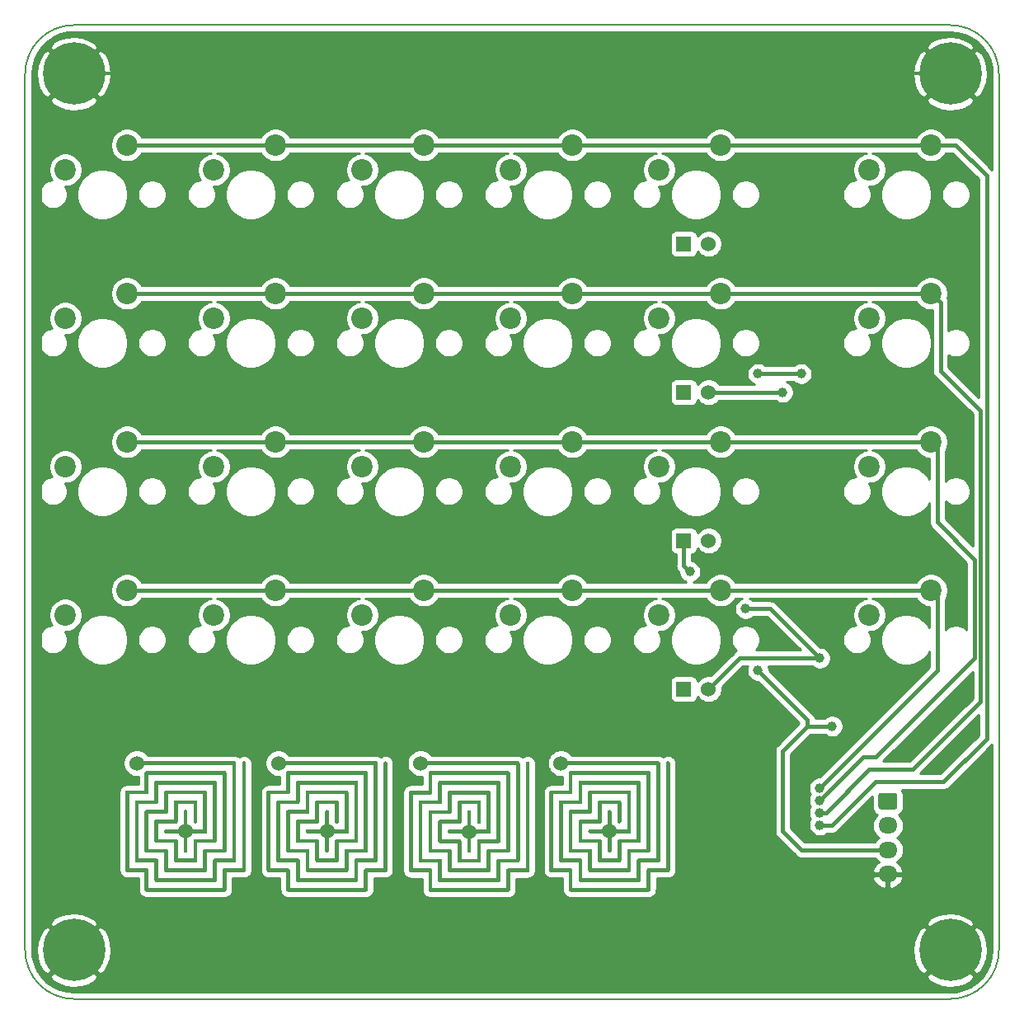
<source format=gbr>
%TF.GenerationSoftware,KiCad,Pcbnew,(5.1.6)-1*%
%TF.CreationDate,2021-04-12T23:45:42+02:00*%
%TF.ProjectId,08_Main_Gauche,30385f4d-6169-46e5-9f47-61756368652e,rev?*%
%TF.SameCoordinates,Original*%
%TF.FileFunction,Copper,L1,Top*%
%TF.FilePolarity,Positive*%
%FSLAX46Y46*%
G04 Gerber Fmt 4.6, Leading zero omitted, Abs format (unit mm)*
G04 Created by KiCad (PCBNEW (5.1.6)-1) date 2021-04-12 23:45:42*
%MOMM*%
%LPD*%
G01*
G04 APERTURE LIST*
%TA.AperFunction,Profile*%
%ADD10C,0.150000*%
%TD*%
%TA.AperFunction,ComponentPad*%
%ADD11C,0.800000*%
%TD*%
%TA.AperFunction,ComponentPad*%
%ADD12C,6.400000*%
%TD*%
%TA.AperFunction,ComponentPad*%
%ADD13O,1.950000X1.700000*%
%TD*%
%TA.AperFunction,ComponentPad*%
%ADD14C,2.200000*%
%TD*%
%TA.AperFunction,ComponentPad*%
%ADD15C,1.524000*%
%TD*%
%TA.AperFunction,SMDPad,CuDef*%
%ADD16C,0.100000*%
%TD*%
%TA.AperFunction,ComponentPad*%
%ADD17R,1.524000X1.524000*%
%TD*%
%TA.AperFunction,ViaPad*%
%ADD18C,1.000000*%
%TD*%
%TA.AperFunction,Conductor*%
%ADD19C,0.300000*%
%TD*%
%TA.AperFunction,Conductor*%
%ADD20C,0.400000*%
%TD*%
%TA.AperFunction,Conductor*%
%ADD21C,0.254000*%
%TD*%
G04 APERTURE END LIST*
D10*
X180000000Y-55000000D02*
X195000000Y-55000000D01*
X157000000Y-55000000D02*
X180000000Y-55000000D01*
X195000000Y-55000000D02*
G75*
G02*
X200000000Y-60000000I0J-5000000D01*
G01*
X200000000Y-150000000D02*
G75*
G02*
X195000000Y-155000000I-5000000J0D01*
G01*
X105000000Y-155000000D02*
G75*
G02*
X100000000Y-150000000I0J5000000D01*
G01*
X100000000Y-60000000D02*
G75*
G02*
X105000000Y-55000000I5000000J0D01*
G01*
X100000000Y-150000000D02*
X100000000Y-60000000D01*
X195000000Y-155000000D02*
X105000000Y-155000000D01*
X200000000Y-60000000D02*
X200000000Y-150000000D01*
X105000000Y-55000000D02*
X157000000Y-55000000D01*
D11*
%TO.P,H3,1*%
%TO.N,GND*%
X196697056Y-148302944D03*
X195000000Y-147600000D03*
X193302944Y-148302944D03*
X192600000Y-150000000D03*
X193302944Y-151697056D03*
X195000000Y-152400000D03*
X196697056Y-151697056D03*
X197400000Y-150000000D03*
D12*
X195000000Y-150000000D03*
%TD*%
D11*
%TO.P,H1,1*%
%TO.N,GND*%
X106697056Y-58302944D03*
X105000000Y-57600000D03*
X103302944Y-58302944D03*
X102600000Y-60000000D03*
X103302944Y-61697056D03*
X105000000Y-62400000D03*
X106697056Y-61697056D03*
X107400000Y-60000000D03*
D12*
X105000000Y-60000000D03*
%TD*%
D11*
%TO.P,H2,1*%
%TO.N,GND*%
X196697056Y-58302944D03*
X195000000Y-57600000D03*
X193302944Y-58302944D03*
X192600000Y-60000000D03*
X193302944Y-61697056D03*
X195000000Y-62400000D03*
X196697056Y-61697056D03*
X197400000Y-60000000D03*
D12*
X195000000Y-60000000D03*
%TD*%
D11*
%TO.P,H4,1*%
%TO.N,GND*%
X106697056Y-148302944D03*
X105000000Y-147600000D03*
X103302944Y-148302944D03*
X102600000Y-150000000D03*
X103302944Y-151697056D03*
X105000000Y-152400000D03*
X106697056Y-151697056D03*
X107400000Y-150000000D03*
D12*
X105000000Y-150000000D03*
%TD*%
%TO.P,J1,1*%
%TO.N,SDA*%
%TA.AperFunction,ComponentPad*%
G36*
G01*
X187870000Y-133850000D02*
X189320000Y-133850000D01*
G75*
G02*
X189570000Y-134100000I0J-250000D01*
G01*
X189570000Y-135300000D01*
G75*
G02*
X189320000Y-135550000I-250000J0D01*
G01*
X187870000Y-135550000D01*
G75*
G02*
X187620000Y-135300000I0J250000D01*
G01*
X187620000Y-134100000D01*
G75*
G02*
X187870000Y-133850000I250000J0D01*
G01*
G37*
%TD.AperFunction*%
D13*
%TO.P,J1,2*%
%TO.N,SCL*%
X188595000Y-137200000D03*
%TO.P,J1,3*%
%TO.N,3V3*%
X188595000Y-139700000D03*
%TO.P,J1,4*%
%TO.N,GND*%
X188595000Y-142200000D03*
%TD*%
D14*
%TO.P,SW1,2*%
%TO.N,Net-(D1-Pad2)*%
X104140000Y-69850000D03*
%TO.P,SW1,1*%
%TO.N,ROW3*%
X110490000Y-67310000D03*
%TD*%
%TO.P,SW2,1*%
%TO.N,ROW3*%
X125730000Y-67310000D03*
%TO.P,SW2,2*%
%TO.N,Net-(D2-Pad2)*%
X119380000Y-69850000D03*
%TD*%
%TO.P,SW3,2*%
%TO.N,Net-(D3-Pad2)*%
X134620000Y-69850000D03*
%TO.P,SW3,1*%
%TO.N,ROW3*%
X140970000Y-67310000D03*
%TD*%
%TO.P,SW4,1*%
%TO.N,ROW3*%
X156210000Y-67310000D03*
%TO.P,SW4,2*%
%TO.N,Net-(D4-Pad2)*%
X149860000Y-69850000D03*
%TD*%
%TO.P,SW6,1*%
%TO.N,ROW3*%
X193040000Y-67310000D03*
%TO.P,SW6,2*%
%TO.N,Net-(D6-Pad2)*%
X186690000Y-69850000D03*
%TD*%
%TO.P,SW7,2*%
%TO.N,Net-(D7-Pad2)*%
X104140000Y-85090000D03*
%TO.P,SW7,1*%
%TO.N,ROW2*%
X110490000Y-82550000D03*
%TD*%
%TO.P,SW8,1*%
%TO.N,ROW2*%
X125730000Y-82550000D03*
%TO.P,SW8,2*%
%TO.N,Net-(D8-Pad2)*%
X119380000Y-85090000D03*
%TD*%
%TO.P,SW9,2*%
%TO.N,Net-(D9-Pad2)*%
X134620000Y-85090000D03*
%TO.P,SW9,1*%
%TO.N,ROW2*%
X140970000Y-82550000D03*
%TD*%
%TO.P,SW10,1*%
%TO.N,ROW2*%
X156210000Y-82550000D03*
%TO.P,SW10,2*%
%TO.N,Net-(D10-Pad2)*%
X149860000Y-85090000D03*
%TD*%
%TO.P,SW12,2*%
%TO.N,Net-(D12-Pad2)*%
X186690000Y-85090000D03*
%TO.P,SW12,1*%
%TO.N,ROW2*%
X193040000Y-82550000D03*
%TD*%
%TO.P,SW13,1*%
%TO.N,ROW1*%
X110490000Y-97790000D03*
%TO.P,SW13,2*%
%TO.N,Net-(D13-Pad2)*%
X104140000Y-100330000D03*
%TD*%
%TO.P,SW14,2*%
%TO.N,Net-(D14-Pad2)*%
X119380000Y-100330000D03*
%TO.P,SW14,1*%
%TO.N,ROW1*%
X125730000Y-97790000D03*
%TD*%
%TO.P,SW15,1*%
%TO.N,ROW1*%
X140970000Y-97790000D03*
%TO.P,SW15,2*%
%TO.N,Net-(D15-Pad2)*%
X134620000Y-100330000D03*
%TD*%
%TO.P,SW16,2*%
%TO.N,Net-(D16-Pad2)*%
X149860000Y-100330000D03*
%TO.P,SW16,1*%
%TO.N,ROW1*%
X156210000Y-97790000D03*
%TD*%
%TO.P,SW18,1*%
%TO.N,ROW1*%
X193040000Y-97790000D03*
%TO.P,SW18,2*%
%TO.N,Net-(D18-Pad2)*%
X186690000Y-100330000D03*
%TD*%
%TO.P,SW24,2*%
%TO.N,Net-(D24-Pad2)*%
X186690000Y-115570000D03*
%TO.P,SW24,1*%
%TO.N,ROW0*%
X193040000Y-113030000D03*
%TD*%
%TO.P,SW19,1*%
%TO.N,ROW0*%
X110490000Y-113030000D03*
%TO.P,SW19,2*%
%TO.N,Net-(D19-Pad2)*%
X104140000Y-115570000D03*
%TD*%
%TO.P,SW20,1*%
%TO.N,ROW0*%
X125730000Y-113030000D03*
%TO.P,SW20,2*%
%TO.N,Net-(D20-Pad2)*%
X119380000Y-115570000D03*
%TD*%
%TO.P,SW21,1*%
%TO.N,ROW0*%
X140970000Y-113030000D03*
%TO.P,SW21,2*%
%TO.N,Net-(D21-Pad2)*%
X134620000Y-115570000D03*
%TD*%
%TO.P,SW22,2*%
%TO.N,Net-(D22-Pad2)*%
X149860000Y-115570000D03*
%TO.P,SW22,1*%
%TO.N,ROW0*%
X156210000Y-113030000D03*
%TD*%
D15*
%TO.P,SW25,1*%
%TO.N,Net-(R1-Pad2)*%
X116475000Y-137795000D03*
%TO.P,SW25,2*%
%TO.N,Net-(D26-Pad2)*%
X111475000Y-130795000D03*
%TA.AperFunction,SMDPad,CuDef*%
D16*
%TO.P,SW25,1*%
%TO.N,Net-(R1-Pad2)*%
G36*
X110275009Y-133793696D02*
G01*
X110275005Y-133793604D01*
X110275010Y-133793512D01*
X110275019Y-133792208D01*
X110275595Y-133783051D01*
X110276096Y-133774094D01*
X110276202Y-133773412D01*
X110276246Y-133772706D01*
X110277710Y-133763669D01*
X110279085Y-133754784D01*
X110279258Y-133754111D01*
X110279370Y-133753418D01*
X110281684Y-133744660D01*
X110283944Y-133735858D01*
X110284185Y-133735196D01*
X110284362Y-133734526D01*
X110287498Y-133726093D01*
X110290627Y-133717497D01*
X110290931Y-133716862D01*
X110291173Y-133716212D01*
X110295118Y-133708123D01*
X110299070Y-133699875D01*
X110299435Y-133699272D01*
X110299739Y-133698649D01*
X110304452Y-133690989D01*
X110309192Y-133683161D01*
X110309615Y-133682596D01*
X110309977Y-133682007D01*
X110315433Y-133674819D01*
X110320897Y-133667515D01*
X110321368Y-133666999D01*
X110321791Y-133666442D01*
X110327983Y-133659755D01*
X110334073Y-133653086D01*
X110334588Y-133652622D01*
X110335067Y-133652105D01*
X110341897Y-133646041D01*
X110348594Y-133640011D01*
X110349154Y-133639598D01*
X110349679Y-133639132D01*
X110357080Y-133633755D01*
X110364322Y-133628416D01*
X110364916Y-133628062D01*
X110365487Y-133627647D01*
X110373345Y-133623037D01*
X110381106Y-133618410D01*
X110381739Y-133618112D01*
X110382341Y-133617759D01*
X110390590Y-133613947D01*
X110398786Y-133610091D01*
X110399441Y-133609858D01*
X110400079Y-133609563D01*
X110408677Y-133606569D01*
X110417194Y-133603536D01*
X110417871Y-133603367D01*
X110418532Y-133603137D01*
X110427327Y-133601010D01*
X110436153Y-133598809D01*
X110436849Y-133598706D01*
X110437524Y-133598543D01*
X110446516Y-133597279D01*
X110455483Y-133595955D01*
X110456175Y-133595921D01*
X110456873Y-133595823D01*
X110465972Y-133595442D01*
X110475000Y-133595000D01*
X112275000Y-133595000D01*
X112275000Y-131795000D01*
X112275009Y-131793696D01*
X112275005Y-131793604D01*
X112275010Y-131793512D01*
X112275019Y-131792208D01*
X112275595Y-131783051D01*
X112276096Y-131774094D01*
X112276202Y-131773412D01*
X112276246Y-131772706D01*
X112277710Y-131763669D01*
X112279085Y-131754784D01*
X112279258Y-131754111D01*
X112279370Y-131753418D01*
X112281684Y-131744660D01*
X112283944Y-131735858D01*
X112284185Y-131735196D01*
X112284362Y-131734526D01*
X112287498Y-131726093D01*
X112290627Y-131717497D01*
X112290931Y-131716862D01*
X112291173Y-131716212D01*
X112295118Y-131708123D01*
X112299070Y-131699875D01*
X112299435Y-131699272D01*
X112299739Y-131698649D01*
X112304452Y-131690989D01*
X112309192Y-131683161D01*
X112309615Y-131682596D01*
X112309977Y-131682007D01*
X112315433Y-131674819D01*
X112320897Y-131667515D01*
X112321368Y-131666999D01*
X112321791Y-131666442D01*
X112327983Y-131659755D01*
X112334073Y-131653086D01*
X112334588Y-131652622D01*
X112335067Y-131652105D01*
X112341897Y-131646041D01*
X112348594Y-131640011D01*
X112349154Y-131639598D01*
X112349679Y-131639132D01*
X112357080Y-131633755D01*
X112364322Y-131628416D01*
X112364916Y-131628062D01*
X112365487Y-131627647D01*
X112373345Y-131623037D01*
X112381106Y-131618410D01*
X112381739Y-131618112D01*
X112382341Y-131617759D01*
X112390590Y-131613947D01*
X112398786Y-131610091D01*
X112399441Y-131609858D01*
X112400079Y-131609563D01*
X112408677Y-131606569D01*
X112417194Y-131603536D01*
X112417871Y-131603367D01*
X112418532Y-131603137D01*
X112427327Y-131601010D01*
X112436153Y-131598809D01*
X112436849Y-131598706D01*
X112437524Y-131598543D01*
X112446516Y-131597279D01*
X112455483Y-131595955D01*
X112456175Y-131595921D01*
X112456873Y-131595823D01*
X112465972Y-131595442D01*
X112475000Y-131595000D01*
X120475000Y-131595000D01*
X120476304Y-131595009D01*
X120476396Y-131595005D01*
X120476488Y-131595010D01*
X120477792Y-131595019D01*
X120486949Y-131595595D01*
X120495906Y-131596096D01*
X120496588Y-131596202D01*
X120497294Y-131596246D01*
X120506331Y-131597710D01*
X120515216Y-131599085D01*
X120515889Y-131599258D01*
X120516582Y-131599370D01*
X120525340Y-131601684D01*
X120534142Y-131603944D01*
X120534804Y-131604185D01*
X120535474Y-131604362D01*
X120543907Y-131607498D01*
X120552503Y-131610627D01*
X120553138Y-131610931D01*
X120553788Y-131611173D01*
X120561877Y-131615118D01*
X120570125Y-131619070D01*
X120570728Y-131619435D01*
X120571351Y-131619739D01*
X120579011Y-131624452D01*
X120586839Y-131629192D01*
X120587404Y-131629615D01*
X120587993Y-131629977D01*
X120595181Y-131635433D01*
X120602485Y-131640897D01*
X120603001Y-131641368D01*
X120603558Y-131641791D01*
X120610245Y-131647983D01*
X120616914Y-131654073D01*
X120617378Y-131654588D01*
X120617895Y-131655067D01*
X120623959Y-131661897D01*
X120629989Y-131668594D01*
X120630402Y-131669154D01*
X120630868Y-131669679D01*
X120636245Y-131677080D01*
X120641584Y-131684322D01*
X120641938Y-131684916D01*
X120642353Y-131685487D01*
X120646963Y-131693345D01*
X120651590Y-131701106D01*
X120651888Y-131701739D01*
X120652241Y-131702341D01*
X120656053Y-131710590D01*
X120659909Y-131718786D01*
X120660142Y-131719441D01*
X120660437Y-131720079D01*
X120663431Y-131728677D01*
X120666464Y-131737194D01*
X120666633Y-131737871D01*
X120666863Y-131738532D01*
X120668990Y-131747327D01*
X120671191Y-131756153D01*
X120671294Y-131756849D01*
X120671457Y-131757524D01*
X120672721Y-131766516D01*
X120674045Y-131775483D01*
X120674079Y-131776175D01*
X120674177Y-131776873D01*
X120674558Y-131785972D01*
X120675000Y-131795000D01*
X120675000Y-139795000D01*
X120674991Y-139796304D01*
X120674995Y-139796396D01*
X120674990Y-139796488D01*
X120674981Y-139797792D01*
X120674405Y-139806949D01*
X120673904Y-139815906D01*
X120673798Y-139816588D01*
X120673754Y-139817294D01*
X120672290Y-139826331D01*
X120670915Y-139835216D01*
X120670742Y-139835889D01*
X120670630Y-139836582D01*
X120668316Y-139845340D01*
X120666056Y-139854142D01*
X120665815Y-139854804D01*
X120665638Y-139855474D01*
X120662502Y-139863907D01*
X120659373Y-139872503D01*
X120659069Y-139873138D01*
X120658827Y-139873788D01*
X120654882Y-139881877D01*
X120650930Y-139890125D01*
X120650565Y-139890728D01*
X120650261Y-139891351D01*
X120645548Y-139899011D01*
X120640808Y-139906839D01*
X120640385Y-139907404D01*
X120640023Y-139907993D01*
X120634567Y-139915181D01*
X120629103Y-139922485D01*
X120628632Y-139923001D01*
X120628209Y-139923558D01*
X120622017Y-139930245D01*
X120615927Y-139936914D01*
X120615412Y-139937378D01*
X120614933Y-139937895D01*
X120608103Y-139943959D01*
X120601406Y-139949989D01*
X120600846Y-139950402D01*
X120600321Y-139950868D01*
X120592920Y-139956245D01*
X120585678Y-139961584D01*
X120585084Y-139961938D01*
X120584513Y-139962353D01*
X120576655Y-139966963D01*
X120568894Y-139971590D01*
X120568261Y-139971888D01*
X120567659Y-139972241D01*
X120559410Y-139976053D01*
X120551214Y-139979909D01*
X120550559Y-139980142D01*
X120549921Y-139980437D01*
X120541323Y-139983431D01*
X120532806Y-139986464D01*
X120532129Y-139986633D01*
X120531468Y-139986863D01*
X120522673Y-139988990D01*
X120513847Y-139991191D01*
X120513151Y-139991294D01*
X120512476Y-139991457D01*
X120503484Y-139992721D01*
X120494517Y-139994045D01*
X120493825Y-139994079D01*
X120493127Y-139994177D01*
X120484028Y-139994558D01*
X120475000Y-139995000D01*
X118675000Y-139995000D01*
X118675000Y-141795000D01*
X118674991Y-141796304D01*
X118674995Y-141796396D01*
X118674990Y-141796488D01*
X118674981Y-141797792D01*
X118674405Y-141806949D01*
X118673904Y-141815906D01*
X118673798Y-141816588D01*
X118673754Y-141817294D01*
X118672290Y-141826331D01*
X118670915Y-141835216D01*
X118670742Y-141835889D01*
X118670630Y-141836582D01*
X118668316Y-141845340D01*
X118666056Y-141854142D01*
X118665815Y-141854804D01*
X118665638Y-141855474D01*
X118662502Y-141863907D01*
X118659373Y-141872503D01*
X118659069Y-141873138D01*
X118658827Y-141873788D01*
X118654882Y-141881877D01*
X118650930Y-141890125D01*
X118650565Y-141890728D01*
X118650261Y-141891351D01*
X118645548Y-141899011D01*
X118640808Y-141906839D01*
X118640385Y-141907404D01*
X118640023Y-141907993D01*
X118634567Y-141915181D01*
X118629103Y-141922485D01*
X118628632Y-141923001D01*
X118628209Y-141923558D01*
X118622017Y-141930245D01*
X118615927Y-141936914D01*
X118615412Y-141937378D01*
X118614933Y-141937895D01*
X118608103Y-141943959D01*
X118601406Y-141949989D01*
X118600846Y-141950402D01*
X118600321Y-141950868D01*
X118592920Y-141956245D01*
X118585678Y-141961584D01*
X118585084Y-141961938D01*
X118584513Y-141962353D01*
X118576655Y-141966963D01*
X118568894Y-141971590D01*
X118568261Y-141971888D01*
X118567659Y-141972241D01*
X118559410Y-141976053D01*
X118551214Y-141979909D01*
X118550559Y-141980142D01*
X118549921Y-141980437D01*
X118541323Y-141983431D01*
X118532806Y-141986464D01*
X118532129Y-141986633D01*
X118531468Y-141986863D01*
X118522673Y-141988990D01*
X118513847Y-141991191D01*
X118513151Y-141991294D01*
X118512476Y-141991457D01*
X118503484Y-141992721D01*
X118494517Y-141994045D01*
X118493825Y-141994079D01*
X118493127Y-141994177D01*
X118484028Y-141994558D01*
X118475000Y-141995000D01*
X114475000Y-141995000D01*
X114473696Y-141994991D01*
X114473604Y-141994995D01*
X114473512Y-141994990D01*
X114472208Y-141994981D01*
X114463051Y-141994405D01*
X114454094Y-141993904D01*
X114453412Y-141993798D01*
X114452706Y-141993754D01*
X114443669Y-141992290D01*
X114434784Y-141990915D01*
X114434111Y-141990742D01*
X114433418Y-141990630D01*
X114424660Y-141988316D01*
X114415858Y-141986056D01*
X114415196Y-141985815D01*
X114414526Y-141985638D01*
X114406093Y-141982502D01*
X114397497Y-141979373D01*
X114396862Y-141979069D01*
X114396212Y-141978827D01*
X114388123Y-141974882D01*
X114379875Y-141970930D01*
X114379272Y-141970565D01*
X114378649Y-141970261D01*
X114370989Y-141965548D01*
X114363161Y-141960808D01*
X114362596Y-141960385D01*
X114362007Y-141960023D01*
X114354819Y-141954567D01*
X114347515Y-141949103D01*
X114346999Y-141948632D01*
X114346442Y-141948209D01*
X114339755Y-141942017D01*
X114333086Y-141935927D01*
X114332622Y-141935412D01*
X114332105Y-141934933D01*
X114326041Y-141928103D01*
X114320011Y-141921406D01*
X114319598Y-141920846D01*
X114319132Y-141920321D01*
X114313755Y-141912920D01*
X114308416Y-141905678D01*
X114308062Y-141905084D01*
X114307647Y-141904513D01*
X114303037Y-141896655D01*
X114298410Y-141888894D01*
X114298112Y-141888261D01*
X114297759Y-141887659D01*
X114293947Y-141879410D01*
X114290091Y-141871214D01*
X114289858Y-141870559D01*
X114289563Y-141869921D01*
X114286569Y-141861323D01*
X114283536Y-141852806D01*
X114283367Y-141852129D01*
X114283137Y-141851468D01*
X114281010Y-141842673D01*
X114278809Y-141833847D01*
X114278706Y-141833151D01*
X114278543Y-141832476D01*
X114277279Y-141823484D01*
X114275955Y-141814517D01*
X114275921Y-141813825D01*
X114275823Y-141813127D01*
X114275442Y-141804028D01*
X114275000Y-141795000D01*
X114275000Y-139995000D01*
X112475000Y-139995000D01*
X112473696Y-139994991D01*
X112473604Y-139994995D01*
X112473512Y-139994990D01*
X112472208Y-139994981D01*
X112463051Y-139994405D01*
X112454094Y-139993904D01*
X112453412Y-139993798D01*
X112452706Y-139993754D01*
X112443669Y-139992290D01*
X112434784Y-139990915D01*
X112434111Y-139990742D01*
X112433418Y-139990630D01*
X112424660Y-139988316D01*
X112415858Y-139986056D01*
X112415196Y-139985815D01*
X112414526Y-139985638D01*
X112406093Y-139982502D01*
X112397497Y-139979373D01*
X112396862Y-139979069D01*
X112396212Y-139978827D01*
X112388123Y-139974882D01*
X112379875Y-139970930D01*
X112379272Y-139970565D01*
X112378649Y-139970261D01*
X112370989Y-139965548D01*
X112363161Y-139960808D01*
X112362596Y-139960385D01*
X112362007Y-139960023D01*
X112354819Y-139954567D01*
X112347515Y-139949103D01*
X112346999Y-139948632D01*
X112346442Y-139948209D01*
X112339755Y-139942017D01*
X112333086Y-139935927D01*
X112332622Y-139935412D01*
X112332105Y-139934933D01*
X112326041Y-139928103D01*
X112320011Y-139921406D01*
X112319598Y-139920846D01*
X112319132Y-139920321D01*
X112313755Y-139912920D01*
X112308416Y-139905678D01*
X112308062Y-139905084D01*
X112307647Y-139904513D01*
X112303037Y-139896655D01*
X112298410Y-139888894D01*
X112298112Y-139888261D01*
X112297759Y-139887659D01*
X112293947Y-139879410D01*
X112290091Y-139871214D01*
X112289858Y-139870559D01*
X112289563Y-139869921D01*
X112286569Y-139861323D01*
X112283536Y-139852806D01*
X112283367Y-139852129D01*
X112283137Y-139851468D01*
X112281010Y-139842673D01*
X112278809Y-139833847D01*
X112278706Y-139833151D01*
X112278543Y-139832476D01*
X112277279Y-139823484D01*
X112275955Y-139814517D01*
X112275921Y-139813825D01*
X112275823Y-139813127D01*
X112275442Y-139804028D01*
X112275000Y-139795000D01*
X112275000Y-135795000D01*
X112275009Y-135793696D01*
X112275005Y-135793604D01*
X112275010Y-135793512D01*
X112275019Y-135792208D01*
X112275595Y-135783051D01*
X112276096Y-135774094D01*
X112276202Y-135773412D01*
X112276246Y-135772706D01*
X112277710Y-135763669D01*
X112279085Y-135754784D01*
X112279258Y-135754111D01*
X112279370Y-135753418D01*
X112281684Y-135744660D01*
X112283944Y-135735858D01*
X112284185Y-135735196D01*
X112284362Y-135734526D01*
X112287498Y-135726093D01*
X112290627Y-135717497D01*
X112290931Y-135716862D01*
X112291173Y-135716212D01*
X112295118Y-135708123D01*
X112299070Y-135699875D01*
X112299435Y-135699272D01*
X112299739Y-135698649D01*
X112304452Y-135690989D01*
X112309192Y-135683161D01*
X112309615Y-135682596D01*
X112309977Y-135682007D01*
X112315433Y-135674819D01*
X112320897Y-135667515D01*
X112321368Y-135666999D01*
X112321791Y-135666442D01*
X112327983Y-135659755D01*
X112334073Y-135653086D01*
X112334588Y-135652622D01*
X112335067Y-135652105D01*
X112341897Y-135646041D01*
X112348594Y-135640011D01*
X112349154Y-135639598D01*
X112349679Y-135639132D01*
X112357080Y-135633755D01*
X112364322Y-135628416D01*
X112364916Y-135628062D01*
X112365487Y-135627647D01*
X112373345Y-135623037D01*
X112381106Y-135618410D01*
X112381739Y-135618112D01*
X112382341Y-135617759D01*
X112390590Y-135613947D01*
X112398786Y-135610091D01*
X112399441Y-135609858D01*
X112400079Y-135609563D01*
X112408677Y-135606569D01*
X112417194Y-135603536D01*
X112417871Y-135603367D01*
X112418532Y-135603137D01*
X112427327Y-135601010D01*
X112436153Y-135598809D01*
X112436849Y-135598706D01*
X112437524Y-135598543D01*
X112446516Y-135597279D01*
X112455483Y-135595955D01*
X112456175Y-135595921D01*
X112456873Y-135595823D01*
X112465972Y-135595442D01*
X112475000Y-135595000D01*
X114275000Y-135595000D01*
X114275000Y-133795000D01*
X114275009Y-133793696D01*
X114275005Y-133793604D01*
X114275010Y-133793512D01*
X114275019Y-133792208D01*
X114275595Y-133783051D01*
X114276096Y-133774094D01*
X114276202Y-133773412D01*
X114276246Y-133772706D01*
X114277710Y-133763669D01*
X114279085Y-133754784D01*
X114279258Y-133754111D01*
X114279370Y-133753418D01*
X114281684Y-133744660D01*
X114283944Y-133735858D01*
X114284185Y-133735196D01*
X114284362Y-133734526D01*
X114287498Y-133726093D01*
X114290627Y-133717497D01*
X114290931Y-133716862D01*
X114291173Y-133716212D01*
X114295118Y-133708123D01*
X114299070Y-133699875D01*
X114299435Y-133699272D01*
X114299739Y-133698649D01*
X114304452Y-133690989D01*
X114309192Y-133683161D01*
X114309615Y-133682596D01*
X114309977Y-133682007D01*
X114315433Y-133674819D01*
X114320897Y-133667515D01*
X114321368Y-133666999D01*
X114321791Y-133666442D01*
X114327983Y-133659755D01*
X114334073Y-133653086D01*
X114334588Y-133652622D01*
X114335067Y-133652105D01*
X114341897Y-133646041D01*
X114348594Y-133640011D01*
X114349154Y-133639598D01*
X114349679Y-133639132D01*
X114357080Y-133633755D01*
X114364322Y-133628416D01*
X114364916Y-133628062D01*
X114365487Y-133627647D01*
X114373345Y-133623037D01*
X114381106Y-133618410D01*
X114381739Y-133618112D01*
X114382341Y-133617759D01*
X114390590Y-133613947D01*
X114398786Y-133610091D01*
X114399441Y-133609858D01*
X114400079Y-133609563D01*
X114408677Y-133606569D01*
X114417194Y-133603536D01*
X114417871Y-133603367D01*
X114418532Y-133603137D01*
X114427327Y-133601010D01*
X114436153Y-133598809D01*
X114436849Y-133598706D01*
X114437524Y-133598543D01*
X114446516Y-133597279D01*
X114455483Y-133595955D01*
X114456175Y-133595921D01*
X114456873Y-133595823D01*
X114465972Y-133595442D01*
X114475000Y-133595000D01*
X118475000Y-133595000D01*
X118476304Y-133595009D01*
X118476396Y-133595005D01*
X118476488Y-133595010D01*
X118477792Y-133595019D01*
X118486949Y-133595595D01*
X118495906Y-133596096D01*
X118496588Y-133596202D01*
X118497294Y-133596246D01*
X118506331Y-133597710D01*
X118515216Y-133599085D01*
X118515889Y-133599258D01*
X118516582Y-133599370D01*
X118525340Y-133601684D01*
X118534142Y-133603944D01*
X118534804Y-133604185D01*
X118535474Y-133604362D01*
X118543907Y-133607498D01*
X118552503Y-133610627D01*
X118553138Y-133610931D01*
X118553788Y-133611173D01*
X118561877Y-133615118D01*
X118570125Y-133619070D01*
X118570728Y-133619435D01*
X118571351Y-133619739D01*
X118579011Y-133624452D01*
X118586839Y-133629192D01*
X118587404Y-133629615D01*
X118587993Y-133629977D01*
X118595181Y-133635433D01*
X118602485Y-133640897D01*
X118603001Y-133641368D01*
X118603558Y-133641791D01*
X118610245Y-133647983D01*
X118616914Y-133654073D01*
X118617378Y-133654588D01*
X118617895Y-133655067D01*
X118623959Y-133661897D01*
X118629989Y-133668594D01*
X118630402Y-133669154D01*
X118630868Y-133669679D01*
X118636245Y-133677080D01*
X118641584Y-133684322D01*
X118641938Y-133684916D01*
X118642353Y-133685487D01*
X118646963Y-133693345D01*
X118651590Y-133701106D01*
X118651888Y-133701739D01*
X118652241Y-133702341D01*
X118656053Y-133710590D01*
X118659909Y-133718786D01*
X118660142Y-133719441D01*
X118660437Y-133720079D01*
X118663431Y-133728677D01*
X118666464Y-133737194D01*
X118666633Y-133737871D01*
X118666863Y-133738532D01*
X118668990Y-133747327D01*
X118671191Y-133756153D01*
X118671294Y-133756849D01*
X118671457Y-133757524D01*
X118672721Y-133766516D01*
X118674045Y-133775483D01*
X118674079Y-133776175D01*
X118674177Y-133776873D01*
X118674558Y-133785972D01*
X118675000Y-133795000D01*
X118675000Y-137995000D01*
X116675000Y-137995000D01*
X116675000Y-139795000D01*
X116674981Y-139797792D01*
X116673754Y-139817294D01*
X116670630Y-139836582D01*
X116665638Y-139855474D01*
X116658827Y-139873788D01*
X116650261Y-139891351D01*
X116640023Y-139907993D01*
X116628209Y-139923558D01*
X116614933Y-139937895D01*
X116600321Y-139950868D01*
X116584513Y-139962353D01*
X116567659Y-139972241D01*
X116549921Y-139980437D01*
X116531468Y-139986863D01*
X116512476Y-139991457D01*
X116493127Y-139994177D01*
X116473604Y-139994995D01*
X116454094Y-139993904D01*
X116434784Y-139990915D01*
X116415858Y-139986056D01*
X116397497Y-139979373D01*
X116379875Y-139970930D01*
X116363161Y-139960808D01*
X116347515Y-139949103D01*
X116333086Y-139935927D01*
X116320011Y-139921406D01*
X116308416Y-139905678D01*
X116298410Y-139888894D01*
X116290091Y-139871214D01*
X116283536Y-139852806D01*
X116278809Y-139833847D01*
X116275955Y-139814517D01*
X116275000Y-139795000D01*
X116275000Y-137995000D01*
X114475000Y-137995000D01*
X114472208Y-137994981D01*
X114452706Y-137993754D01*
X114433418Y-137990630D01*
X114414526Y-137985638D01*
X114396212Y-137978827D01*
X114378649Y-137970261D01*
X114362007Y-137960023D01*
X114346442Y-137948209D01*
X114332105Y-137934933D01*
X114319132Y-137920321D01*
X114307647Y-137904513D01*
X114297759Y-137887659D01*
X114289563Y-137869921D01*
X114283137Y-137851468D01*
X114278543Y-137832476D01*
X114275823Y-137813127D01*
X114275005Y-137793604D01*
X114276096Y-137774094D01*
X114279085Y-137754784D01*
X114283944Y-137735858D01*
X114290627Y-137717497D01*
X114299070Y-137699875D01*
X114309192Y-137683161D01*
X114320897Y-137667515D01*
X114334073Y-137653086D01*
X114348594Y-137640011D01*
X114364322Y-137628416D01*
X114381106Y-137618410D01*
X114398786Y-137610091D01*
X114417194Y-137603536D01*
X114436153Y-137598809D01*
X114455483Y-137595955D01*
X114475000Y-137595000D01*
X116275000Y-137595000D01*
X116275000Y-135795000D01*
X116275019Y-135792208D01*
X116276246Y-135772706D01*
X116279370Y-135753418D01*
X116284362Y-135734526D01*
X116291173Y-135716212D01*
X116299739Y-135698649D01*
X116309977Y-135682007D01*
X116321791Y-135666442D01*
X116335067Y-135652105D01*
X116349679Y-135639132D01*
X116365487Y-135627647D01*
X116382341Y-135617759D01*
X116400079Y-135609563D01*
X116418532Y-135603137D01*
X116437524Y-135598543D01*
X116456873Y-135595823D01*
X116476396Y-135595005D01*
X116495906Y-135596096D01*
X116515216Y-135599085D01*
X116534142Y-135603944D01*
X116552503Y-135610627D01*
X116570125Y-135619070D01*
X116586839Y-135629192D01*
X116602485Y-135640897D01*
X116616914Y-135654073D01*
X116629989Y-135668594D01*
X116641584Y-135684322D01*
X116651590Y-135701106D01*
X116659909Y-135718786D01*
X116666464Y-135737194D01*
X116671191Y-135756153D01*
X116674045Y-135775483D01*
X116675000Y-135795000D01*
X116675000Y-137595000D01*
X118275000Y-137595000D01*
X118275000Y-133995000D01*
X114675000Y-133995000D01*
X114675000Y-135795000D01*
X114674991Y-135796304D01*
X114674995Y-135796396D01*
X114674990Y-135796488D01*
X114674981Y-135797792D01*
X114674405Y-135806949D01*
X114673904Y-135815906D01*
X114673798Y-135816588D01*
X114673754Y-135817294D01*
X114672290Y-135826331D01*
X114670915Y-135835216D01*
X114670742Y-135835889D01*
X114670630Y-135836582D01*
X114668316Y-135845340D01*
X114666056Y-135854142D01*
X114665815Y-135854804D01*
X114665638Y-135855474D01*
X114662502Y-135863907D01*
X114659373Y-135872503D01*
X114659069Y-135873138D01*
X114658827Y-135873788D01*
X114654882Y-135881877D01*
X114650930Y-135890125D01*
X114650565Y-135890728D01*
X114650261Y-135891351D01*
X114645548Y-135899011D01*
X114640808Y-135906839D01*
X114640385Y-135907404D01*
X114640023Y-135907993D01*
X114634567Y-135915181D01*
X114629103Y-135922485D01*
X114628632Y-135923001D01*
X114628209Y-135923558D01*
X114622017Y-135930245D01*
X114615927Y-135936914D01*
X114615412Y-135937378D01*
X114614933Y-135937895D01*
X114608103Y-135943959D01*
X114601406Y-135949989D01*
X114600846Y-135950402D01*
X114600321Y-135950868D01*
X114592920Y-135956245D01*
X114585678Y-135961584D01*
X114585084Y-135961938D01*
X114584513Y-135962353D01*
X114576655Y-135966963D01*
X114568894Y-135971590D01*
X114568261Y-135971888D01*
X114567659Y-135972241D01*
X114559410Y-135976053D01*
X114551214Y-135979909D01*
X114550559Y-135980142D01*
X114549921Y-135980437D01*
X114541323Y-135983431D01*
X114532806Y-135986464D01*
X114532129Y-135986633D01*
X114531468Y-135986863D01*
X114522673Y-135988990D01*
X114513847Y-135991191D01*
X114513151Y-135991294D01*
X114512476Y-135991457D01*
X114503484Y-135992721D01*
X114494517Y-135994045D01*
X114493825Y-135994079D01*
X114493127Y-135994177D01*
X114484028Y-135994558D01*
X114475000Y-135995000D01*
X112675000Y-135995000D01*
X112675000Y-139595000D01*
X114475000Y-139595000D01*
X114476304Y-139595009D01*
X114476396Y-139595005D01*
X114476488Y-139595010D01*
X114477792Y-139595019D01*
X114486949Y-139595595D01*
X114495906Y-139596096D01*
X114496588Y-139596202D01*
X114497294Y-139596246D01*
X114506331Y-139597710D01*
X114515216Y-139599085D01*
X114515889Y-139599258D01*
X114516582Y-139599370D01*
X114525340Y-139601684D01*
X114534142Y-139603944D01*
X114534804Y-139604185D01*
X114535474Y-139604362D01*
X114543907Y-139607498D01*
X114552503Y-139610627D01*
X114553138Y-139610931D01*
X114553788Y-139611173D01*
X114561877Y-139615118D01*
X114570125Y-139619070D01*
X114570728Y-139619435D01*
X114571351Y-139619739D01*
X114579011Y-139624452D01*
X114586839Y-139629192D01*
X114587404Y-139629615D01*
X114587993Y-139629977D01*
X114595181Y-139635433D01*
X114602485Y-139640897D01*
X114603001Y-139641368D01*
X114603558Y-139641791D01*
X114610245Y-139647983D01*
X114616914Y-139654073D01*
X114617378Y-139654588D01*
X114617895Y-139655067D01*
X114623959Y-139661897D01*
X114629989Y-139668594D01*
X114630402Y-139669154D01*
X114630868Y-139669679D01*
X114636245Y-139677080D01*
X114641584Y-139684322D01*
X114641938Y-139684916D01*
X114642353Y-139685487D01*
X114646963Y-139693345D01*
X114651590Y-139701106D01*
X114651888Y-139701739D01*
X114652241Y-139702341D01*
X114656053Y-139710590D01*
X114659909Y-139718786D01*
X114660142Y-139719441D01*
X114660437Y-139720079D01*
X114663431Y-139728677D01*
X114666464Y-139737194D01*
X114666633Y-139737871D01*
X114666863Y-139738532D01*
X114668990Y-139747327D01*
X114671191Y-139756153D01*
X114671294Y-139756849D01*
X114671457Y-139757524D01*
X114672721Y-139766516D01*
X114674045Y-139775483D01*
X114674079Y-139776175D01*
X114674177Y-139776873D01*
X114674558Y-139785972D01*
X114675000Y-139795000D01*
X114675000Y-141595000D01*
X118275000Y-141595000D01*
X118275000Y-139795000D01*
X118275009Y-139793696D01*
X118275005Y-139793604D01*
X118275010Y-139793512D01*
X118275019Y-139792208D01*
X118275595Y-139783051D01*
X118276096Y-139774094D01*
X118276202Y-139773412D01*
X118276246Y-139772706D01*
X118277710Y-139763669D01*
X118279085Y-139754784D01*
X118279258Y-139754111D01*
X118279370Y-139753418D01*
X118281684Y-139744660D01*
X118283944Y-139735858D01*
X118284185Y-139735196D01*
X118284362Y-139734526D01*
X118287498Y-139726093D01*
X118290627Y-139717497D01*
X118290931Y-139716862D01*
X118291173Y-139716212D01*
X118295118Y-139708123D01*
X118299070Y-139699875D01*
X118299435Y-139699272D01*
X118299739Y-139698649D01*
X118304452Y-139690989D01*
X118309192Y-139683161D01*
X118309615Y-139682596D01*
X118309977Y-139682007D01*
X118315433Y-139674819D01*
X118320897Y-139667515D01*
X118321368Y-139666999D01*
X118321791Y-139666442D01*
X118327983Y-139659755D01*
X118334073Y-139653086D01*
X118334588Y-139652622D01*
X118335067Y-139652105D01*
X118341897Y-139646041D01*
X118348594Y-139640011D01*
X118349154Y-139639598D01*
X118349679Y-139639132D01*
X118357080Y-139633755D01*
X118364322Y-139628416D01*
X118364916Y-139628062D01*
X118365487Y-139627647D01*
X118373345Y-139623037D01*
X118381106Y-139618410D01*
X118381739Y-139618112D01*
X118382341Y-139617759D01*
X118390590Y-139613947D01*
X118398786Y-139610091D01*
X118399441Y-139609858D01*
X118400079Y-139609563D01*
X118408677Y-139606569D01*
X118417194Y-139603536D01*
X118417871Y-139603367D01*
X118418532Y-139603137D01*
X118427327Y-139601010D01*
X118436153Y-139598809D01*
X118436849Y-139598706D01*
X118437524Y-139598543D01*
X118446516Y-139597279D01*
X118455483Y-139595955D01*
X118456175Y-139595921D01*
X118456873Y-139595823D01*
X118465972Y-139595442D01*
X118475000Y-139595000D01*
X120275000Y-139595000D01*
X120275000Y-131995000D01*
X112675000Y-131995000D01*
X112675000Y-133795000D01*
X112674991Y-133796304D01*
X112674995Y-133796396D01*
X112674990Y-133796488D01*
X112674981Y-133797792D01*
X112674405Y-133806949D01*
X112673904Y-133815906D01*
X112673798Y-133816588D01*
X112673754Y-133817294D01*
X112672290Y-133826331D01*
X112670915Y-133835216D01*
X112670742Y-133835889D01*
X112670630Y-133836582D01*
X112668316Y-133845340D01*
X112666056Y-133854142D01*
X112665815Y-133854804D01*
X112665638Y-133855474D01*
X112662502Y-133863907D01*
X112659373Y-133872503D01*
X112659069Y-133873138D01*
X112658827Y-133873788D01*
X112654882Y-133881877D01*
X112650930Y-133890125D01*
X112650565Y-133890728D01*
X112650261Y-133891351D01*
X112645548Y-133899011D01*
X112640808Y-133906839D01*
X112640385Y-133907404D01*
X112640023Y-133907993D01*
X112634567Y-133915181D01*
X112629103Y-133922485D01*
X112628632Y-133923001D01*
X112628209Y-133923558D01*
X112622017Y-133930245D01*
X112615927Y-133936914D01*
X112615412Y-133937378D01*
X112614933Y-133937895D01*
X112608103Y-133943959D01*
X112601406Y-133949989D01*
X112600846Y-133950402D01*
X112600321Y-133950868D01*
X112592920Y-133956245D01*
X112585678Y-133961584D01*
X112585084Y-133961938D01*
X112584513Y-133962353D01*
X112576655Y-133966963D01*
X112568894Y-133971590D01*
X112568261Y-133971888D01*
X112567659Y-133972241D01*
X112559410Y-133976053D01*
X112551214Y-133979909D01*
X112550559Y-133980142D01*
X112549921Y-133980437D01*
X112541323Y-133983431D01*
X112532806Y-133986464D01*
X112532129Y-133986633D01*
X112531468Y-133986863D01*
X112522673Y-133988990D01*
X112513847Y-133991191D01*
X112513151Y-133991294D01*
X112512476Y-133991457D01*
X112503484Y-133992721D01*
X112494517Y-133994045D01*
X112493825Y-133994079D01*
X112493127Y-133994177D01*
X112484028Y-133994558D01*
X112475000Y-133995000D01*
X110675000Y-133995000D01*
X110675000Y-141595000D01*
X112475000Y-141595000D01*
X112476304Y-141595009D01*
X112476396Y-141595005D01*
X112476488Y-141595010D01*
X112477792Y-141595019D01*
X112486949Y-141595595D01*
X112495906Y-141596096D01*
X112496588Y-141596202D01*
X112497294Y-141596246D01*
X112506331Y-141597710D01*
X112515216Y-141599085D01*
X112515889Y-141599258D01*
X112516582Y-141599370D01*
X112525340Y-141601684D01*
X112534142Y-141603944D01*
X112534804Y-141604185D01*
X112535474Y-141604362D01*
X112543907Y-141607498D01*
X112552503Y-141610627D01*
X112553138Y-141610931D01*
X112553788Y-141611173D01*
X112561877Y-141615118D01*
X112570125Y-141619070D01*
X112570728Y-141619435D01*
X112571351Y-141619739D01*
X112579011Y-141624452D01*
X112586839Y-141629192D01*
X112587404Y-141629615D01*
X112587993Y-141629977D01*
X112595181Y-141635433D01*
X112602485Y-141640897D01*
X112603001Y-141641368D01*
X112603558Y-141641791D01*
X112610245Y-141647983D01*
X112616914Y-141654073D01*
X112617378Y-141654588D01*
X112617895Y-141655067D01*
X112623959Y-141661897D01*
X112629989Y-141668594D01*
X112630402Y-141669154D01*
X112630868Y-141669679D01*
X112636245Y-141677080D01*
X112641584Y-141684322D01*
X112641938Y-141684916D01*
X112642353Y-141685487D01*
X112646963Y-141693345D01*
X112651590Y-141701106D01*
X112651888Y-141701739D01*
X112652241Y-141702341D01*
X112656053Y-141710590D01*
X112659909Y-141718786D01*
X112660142Y-141719441D01*
X112660437Y-141720079D01*
X112663431Y-141728677D01*
X112666464Y-141737194D01*
X112666633Y-141737871D01*
X112666863Y-141738532D01*
X112668990Y-141747327D01*
X112671191Y-141756153D01*
X112671294Y-141756849D01*
X112671457Y-141757524D01*
X112672721Y-141766516D01*
X112674045Y-141775483D01*
X112674079Y-141776175D01*
X112674177Y-141776873D01*
X112674558Y-141785972D01*
X112675000Y-141795000D01*
X112675000Y-143595000D01*
X120275000Y-143595000D01*
X120275000Y-141795000D01*
X120275009Y-141793696D01*
X120275005Y-141793604D01*
X120275010Y-141793512D01*
X120275019Y-141792208D01*
X120275595Y-141783051D01*
X120276096Y-141774094D01*
X120276202Y-141773412D01*
X120276246Y-141772706D01*
X120277710Y-141763669D01*
X120279085Y-141754784D01*
X120279258Y-141754111D01*
X120279370Y-141753418D01*
X120281684Y-141744660D01*
X120283944Y-141735858D01*
X120284185Y-141735196D01*
X120284362Y-141734526D01*
X120287498Y-141726093D01*
X120290627Y-141717497D01*
X120290931Y-141716862D01*
X120291173Y-141716212D01*
X120295118Y-141708123D01*
X120299070Y-141699875D01*
X120299435Y-141699272D01*
X120299739Y-141698649D01*
X120304452Y-141690989D01*
X120309192Y-141683161D01*
X120309615Y-141682596D01*
X120309977Y-141682007D01*
X120315433Y-141674819D01*
X120320897Y-141667515D01*
X120321368Y-141666999D01*
X120321791Y-141666442D01*
X120327983Y-141659755D01*
X120334073Y-141653086D01*
X120334588Y-141652622D01*
X120335067Y-141652105D01*
X120341897Y-141646041D01*
X120348594Y-141640011D01*
X120349154Y-141639598D01*
X120349679Y-141639132D01*
X120357080Y-141633755D01*
X120364322Y-141628416D01*
X120364916Y-141628062D01*
X120365487Y-141627647D01*
X120373345Y-141623037D01*
X120381106Y-141618410D01*
X120381739Y-141618112D01*
X120382341Y-141617759D01*
X120390590Y-141613947D01*
X120398786Y-141610091D01*
X120399441Y-141609858D01*
X120400079Y-141609563D01*
X120408677Y-141606569D01*
X120417194Y-141603536D01*
X120417871Y-141603367D01*
X120418532Y-141603137D01*
X120427327Y-141601010D01*
X120436153Y-141598809D01*
X120436849Y-141598706D01*
X120437524Y-141598543D01*
X120446516Y-141597279D01*
X120455483Y-141595955D01*
X120456175Y-141595921D01*
X120456873Y-141595823D01*
X120465972Y-141595442D01*
X120475000Y-141595000D01*
X122275000Y-141595000D01*
X122275000Y-130795000D01*
X122275019Y-130792208D01*
X122276246Y-130772706D01*
X122279370Y-130753418D01*
X122284362Y-130734526D01*
X122291173Y-130716212D01*
X122299739Y-130698649D01*
X122309977Y-130682007D01*
X122321791Y-130666442D01*
X122335067Y-130652105D01*
X122349679Y-130639132D01*
X122365487Y-130627647D01*
X122382341Y-130617759D01*
X122400079Y-130609563D01*
X122418532Y-130603137D01*
X122437524Y-130598543D01*
X122456873Y-130595823D01*
X122476396Y-130595005D01*
X122495906Y-130596096D01*
X122515216Y-130599085D01*
X122534142Y-130603944D01*
X122552503Y-130610627D01*
X122570125Y-130619070D01*
X122586839Y-130629192D01*
X122602485Y-130640897D01*
X122616914Y-130654073D01*
X122629989Y-130668594D01*
X122641584Y-130684322D01*
X122651590Y-130701106D01*
X122659909Y-130718786D01*
X122666464Y-130737194D01*
X122671191Y-130756153D01*
X122674045Y-130775483D01*
X122675000Y-130795000D01*
X122675000Y-141795000D01*
X122674991Y-141796304D01*
X122674995Y-141796396D01*
X122674990Y-141796488D01*
X122674981Y-141797792D01*
X122674405Y-141806949D01*
X122673904Y-141815906D01*
X122673798Y-141816588D01*
X122673754Y-141817294D01*
X122672290Y-141826331D01*
X122670915Y-141835216D01*
X122670742Y-141835889D01*
X122670630Y-141836582D01*
X122668316Y-141845340D01*
X122666056Y-141854142D01*
X122665815Y-141854804D01*
X122665638Y-141855474D01*
X122662502Y-141863907D01*
X122659373Y-141872503D01*
X122659069Y-141873138D01*
X122658827Y-141873788D01*
X122654882Y-141881877D01*
X122650930Y-141890125D01*
X122650565Y-141890728D01*
X122650261Y-141891351D01*
X122645548Y-141899011D01*
X122640808Y-141906839D01*
X122640385Y-141907404D01*
X122640023Y-141907993D01*
X122634567Y-141915181D01*
X122629103Y-141922485D01*
X122628632Y-141923001D01*
X122628209Y-141923558D01*
X122622017Y-141930245D01*
X122615927Y-141936914D01*
X122615412Y-141937378D01*
X122614933Y-141937895D01*
X122608103Y-141943959D01*
X122601406Y-141949989D01*
X122600846Y-141950402D01*
X122600321Y-141950868D01*
X122592920Y-141956245D01*
X122585678Y-141961584D01*
X122585084Y-141961938D01*
X122584513Y-141962353D01*
X122576655Y-141966963D01*
X122568894Y-141971590D01*
X122568261Y-141971888D01*
X122567659Y-141972241D01*
X122559410Y-141976053D01*
X122551214Y-141979909D01*
X122550559Y-141980142D01*
X122549921Y-141980437D01*
X122541323Y-141983431D01*
X122532806Y-141986464D01*
X122532129Y-141986633D01*
X122531468Y-141986863D01*
X122522673Y-141988990D01*
X122513847Y-141991191D01*
X122513151Y-141991294D01*
X122512476Y-141991457D01*
X122503484Y-141992721D01*
X122494517Y-141994045D01*
X122493825Y-141994079D01*
X122493127Y-141994177D01*
X122484028Y-141994558D01*
X122475000Y-141995000D01*
X120675000Y-141995000D01*
X120675000Y-143795000D01*
X120674991Y-143796304D01*
X120674995Y-143796396D01*
X120674990Y-143796488D01*
X120674981Y-143797792D01*
X120674405Y-143806949D01*
X120673904Y-143815906D01*
X120673798Y-143816588D01*
X120673754Y-143817294D01*
X120672290Y-143826331D01*
X120670915Y-143835216D01*
X120670742Y-143835889D01*
X120670630Y-143836582D01*
X120668316Y-143845340D01*
X120666056Y-143854142D01*
X120665815Y-143854804D01*
X120665638Y-143855474D01*
X120662502Y-143863907D01*
X120659373Y-143872503D01*
X120659069Y-143873138D01*
X120658827Y-143873788D01*
X120654882Y-143881877D01*
X120650930Y-143890125D01*
X120650565Y-143890728D01*
X120650261Y-143891351D01*
X120645548Y-143899011D01*
X120640808Y-143906839D01*
X120640385Y-143907404D01*
X120640023Y-143907993D01*
X120634567Y-143915181D01*
X120629103Y-143922485D01*
X120628632Y-143923001D01*
X120628209Y-143923558D01*
X120622017Y-143930245D01*
X120615927Y-143936914D01*
X120615412Y-143937378D01*
X120614933Y-143937895D01*
X120608103Y-143943959D01*
X120601406Y-143949989D01*
X120600846Y-143950402D01*
X120600321Y-143950868D01*
X120592920Y-143956245D01*
X120585678Y-143961584D01*
X120585084Y-143961938D01*
X120584513Y-143962353D01*
X120576655Y-143966963D01*
X120568894Y-143971590D01*
X120568261Y-143971888D01*
X120567659Y-143972241D01*
X120559410Y-143976053D01*
X120551214Y-143979909D01*
X120550559Y-143980142D01*
X120549921Y-143980437D01*
X120541323Y-143983431D01*
X120532806Y-143986464D01*
X120532129Y-143986633D01*
X120531468Y-143986863D01*
X120522673Y-143988990D01*
X120513847Y-143991191D01*
X120513151Y-143991294D01*
X120512476Y-143991457D01*
X120503484Y-143992721D01*
X120494517Y-143994045D01*
X120493825Y-143994079D01*
X120493127Y-143994177D01*
X120484028Y-143994558D01*
X120475000Y-143995000D01*
X112475000Y-143995000D01*
X112473696Y-143994991D01*
X112473604Y-143994995D01*
X112473512Y-143994990D01*
X112472208Y-143994981D01*
X112463051Y-143994405D01*
X112454094Y-143993904D01*
X112453412Y-143993798D01*
X112452706Y-143993754D01*
X112443669Y-143992290D01*
X112434784Y-143990915D01*
X112434111Y-143990742D01*
X112433418Y-143990630D01*
X112424660Y-143988316D01*
X112415858Y-143986056D01*
X112415196Y-143985815D01*
X112414526Y-143985638D01*
X112406093Y-143982502D01*
X112397497Y-143979373D01*
X112396862Y-143979069D01*
X112396212Y-143978827D01*
X112388123Y-143974882D01*
X112379875Y-143970930D01*
X112379272Y-143970565D01*
X112378649Y-143970261D01*
X112370989Y-143965548D01*
X112363161Y-143960808D01*
X112362596Y-143960385D01*
X112362007Y-143960023D01*
X112354819Y-143954567D01*
X112347515Y-143949103D01*
X112346999Y-143948632D01*
X112346442Y-143948209D01*
X112339755Y-143942017D01*
X112333086Y-143935927D01*
X112332622Y-143935412D01*
X112332105Y-143934933D01*
X112326041Y-143928103D01*
X112320011Y-143921406D01*
X112319598Y-143920846D01*
X112319132Y-143920321D01*
X112313755Y-143912920D01*
X112308416Y-143905678D01*
X112308062Y-143905084D01*
X112307647Y-143904513D01*
X112303037Y-143896655D01*
X112298410Y-143888894D01*
X112298112Y-143888261D01*
X112297759Y-143887659D01*
X112293947Y-143879410D01*
X112290091Y-143871214D01*
X112289858Y-143870559D01*
X112289563Y-143869921D01*
X112286569Y-143861323D01*
X112283536Y-143852806D01*
X112283367Y-143852129D01*
X112283137Y-143851468D01*
X112281010Y-143842673D01*
X112278809Y-143833847D01*
X112278706Y-143833151D01*
X112278543Y-143832476D01*
X112277279Y-143823484D01*
X112275955Y-143814517D01*
X112275921Y-143813825D01*
X112275823Y-143813127D01*
X112275442Y-143804028D01*
X112275000Y-143795000D01*
X112275000Y-141995000D01*
X110475000Y-141995000D01*
X110473696Y-141994991D01*
X110473604Y-141994995D01*
X110473512Y-141994990D01*
X110472208Y-141994981D01*
X110463051Y-141994405D01*
X110454094Y-141993904D01*
X110453412Y-141993798D01*
X110452706Y-141993754D01*
X110443669Y-141992290D01*
X110434784Y-141990915D01*
X110434111Y-141990742D01*
X110433418Y-141990630D01*
X110424660Y-141988316D01*
X110415858Y-141986056D01*
X110415196Y-141985815D01*
X110414526Y-141985638D01*
X110406093Y-141982502D01*
X110397497Y-141979373D01*
X110396862Y-141979069D01*
X110396212Y-141978827D01*
X110388123Y-141974882D01*
X110379875Y-141970930D01*
X110379272Y-141970565D01*
X110378649Y-141970261D01*
X110370989Y-141965548D01*
X110363161Y-141960808D01*
X110362596Y-141960385D01*
X110362007Y-141960023D01*
X110354819Y-141954567D01*
X110347515Y-141949103D01*
X110346999Y-141948632D01*
X110346442Y-141948209D01*
X110339755Y-141942017D01*
X110333086Y-141935927D01*
X110332622Y-141935412D01*
X110332105Y-141934933D01*
X110326041Y-141928103D01*
X110320011Y-141921406D01*
X110319598Y-141920846D01*
X110319132Y-141920321D01*
X110313755Y-141912920D01*
X110308416Y-141905678D01*
X110308062Y-141905084D01*
X110307647Y-141904513D01*
X110303037Y-141896655D01*
X110298410Y-141888894D01*
X110298112Y-141888261D01*
X110297759Y-141887659D01*
X110293947Y-141879410D01*
X110290091Y-141871214D01*
X110289858Y-141870559D01*
X110289563Y-141869921D01*
X110286569Y-141861323D01*
X110283536Y-141852806D01*
X110283367Y-141852129D01*
X110283137Y-141851468D01*
X110281010Y-141842673D01*
X110278809Y-141833847D01*
X110278706Y-141833151D01*
X110278543Y-141832476D01*
X110277279Y-141823484D01*
X110275955Y-141814517D01*
X110275921Y-141813825D01*
X110275823Y-141813127D01*
X110275442Y-141804028D01*
X110275000Y-141795000D01*
X110275000Y-133795000D01*
X110275009Y-133793696D01*
G37*
%TD.AperFunction*%
%TA.AperFunction,SMDPad,CuDef*%
%TO.P,SW25,2*%
%TO.N,Net-(D26-Pad2)*%
G36*
X113473696Y-142994991D02*
G01*
X113473604Y-142994995D01*
X113473512Y-142994990D01*
X113472208Y-142994981D01*
X113463051Y-142994405D01*
X113454094Y-142993904D01*
X113453412Y-142993798D01*
X113452706Y-142993754D01*
X113443669Y-142992290D01*
X113434784Y-142990915D01*
X113434111Y-142990742D01*
X113433418Y-142990630D01*
X113424660Y-142988316D01*
X113415858Y-142986056D01*
X113415196Y-142985815D01*
X113414526Y-142985638D01*
X113406093Y-142982502D01*
X113397497Y-142979373D01*
X113396862Y-142979069D01*
X113396212Y-142978827D01*
X113388123Y-142974882D01*
X113379875Y-142970930D01*
X113379272Y-142970565D01*
X113378649Y-142970261D01*
X113370989Y-142965548D01*
X113363161Y-142960808D01*
X113362596Y-142960385D01*
X113362007Y-142960023D01*
X113354819Y-142954567D01*
X113347515Y-142949103D01*
X113346999Y-142948632D01*
X113346442Y-142948209D01*
X113339755Y-142942017D01*
X113333086Y-142935927D01*
X113332622Y-142935412D01*
X113332105Y-142934933D01*
X113326041Y-142928103D01*
X113320011Y-142921406D01*
X113319598Y-142920846D01*
X113319132Y-142920321D01*
X113313755Y-142912920D01*
X113308416Y-142905678D01*
X113308062Y-142905084D01*
X113307647Y-142904513D01*
X113303037Y-142896655D01*
X113298410Y-142888894D01*
X113298112Y-142888261D01*
X113297759Y-142887659D01*
X113293947Y-142879410D01*
X113290091Y-142871214D01*
X113289858Y-142870559D01*
X113289563Y-142869921D01*
X113286569Y-142861323D01*
X113283536Y-142852806D01*
X113283367Y-142852129D01*
X113283137Y-142851468D01*
X113281010Y-142842673D01*
X113278809Y-142833847D01*
X113278706Y-142833151D01*
X113278543Y-142832476D01*
X113277279Y-142823484D01*
X113275955Y-142814517D01*
X113275921Y-142813825D01*
X113275823Y-142813127D01*
X113275442Y-142804028D01*
X113275000Y-142795000D01*
X113275000Y-140995000D01*
X111475000Y-140995000D01*
X111473696Y-140994991D01*
X111473604Y-140994995D01*
X111473512Y-140994990D01*
X111472208Y-140994981D01*
X111463051Y-140994405D01*
X111454094Y-140993904D01*
X111453412Y-140993798D01*
X111452706Y-140993754D01*
X111443669Y-140992290D01*
X111434784Y-140990915D01*
X111434111Y-140990742D01*
X111433418Y-140990630D01*
X111424660Y-140988316D01*
X111415858Y-140986056D01*
X111415196Y-140985815D01*
X111414526Y-140985638D01*
X111406093Y-140982502D01*
X111397497Y-140979373D01*
X111396862Y-140979069D01*
X111396212Y-140978827D01*
X111388123Y-140974882D01*
X111379875Y-140970930D01*
X111379272Y-140970565D01*
X111378649Y-140970261D01*
X111370989Y-140965548D01*
X111363161Y-140960808D01*
X111362596Y-140960385D01*
X111362007Y-140960023D01*
X111354819Y-140954567D01*
X111347515Y-140949103D01*
X111346999Y-140948632D01*
X111346442Y-140948209D01*
X111339755Y-140942017D01*
X111333086Y-140935927D01*
X111332622Y-140935412D01*
X111332105Y-140934933D01*
X111326041Y-140928103D01*
X111320011Y-140921406D01*
X111319598Y-140920846D01*
X111319132Y-140920321D01*
X111313755Y-140912920D01*
X111308416Y-140905678D01*
X111308062Y-140905084D01*
X111307647Y-140904513D01*
X111303037Y-140896655D01*
X111298410Y-140888894D01*
X111298112Y-140888261D01*
X111297759Y-140887659D01*
X111293947Y-140879410D01*
X111290091Y-140871214D01*
X111289858Y-140870559D01*
X111289563Y-140869921D01*
X111286569Y-140861323D01*
X111283536Y-140852806D01*
X111283367Y-140852129D01*
X111283137Y-140851468D01*
X111281010Y-140842673D01*
X111278809Y-140833847D01*
X111278706Y-140833151D01*
X111278543Y-140832476D01*
X111277279Y-140823484D01*
X111275955Y-140814517D01*
X111275921Y-140813825D01*
X111275823Y-140813127D01*
X111275442Y-140804028D01*
X111275000Y-140795000D01*
X111275000Y-134795000D01*
X111275009Y-134793696D01*
X111275005Y-134793604D01*
X111275010Y-134793512D01*
X111275019Y-134792208D01*
X111275595Y-134783051D01*
X111276096Y-134774094D01*
X111276202Y-134773412D01*
X111276246Y-134772706D01*
X111277710Y-134763669D01*
X111279085Y-134754784D01*
X111279258Y-134754111D01*
X111279370Y-134753418D01*
X111281684Y-134744660D01*
X111283944Y-134735858D01*
X111284185Y-134735196D01*
X111284362Y-134734526D01*
X111287498Y-134726093D01*
X111290627Y-134717497D01*
X111290931Y-134716862D01*
X111291173Y-134716212D01*
X111295118Y-134708123D01*
X111299070Y-134699875D01*
X111299435Y-134699272D01*
X111299739Y-134698649D01*
X111304452Y-134690989D01*
X111309192Y-134683161D01*
X111309615Y-134682596D01*
X111309977Y-134682007D01*
X111315433Y-134674819D01*
X111320897Y-134667515D01*
X111321368Y-134666999D01*
X111321791Y-134666442D01*
X111327983Y-134659755D01*
X111334073Y-134653086D01*
X111334588Y-134652622D01*
X111335067Y-134652105D01*
X111341897Y-134646041D01*
X111348594Y-134640011D01*
X111349154Y-134639598D01*
X111349679Y-134639132D01*
X111357080Y-134633755D01*
X111364322Y-134628416D01*
X111364916Y-134628062D01*
X111365487Y-134627647D01*
X111373345Y-134623037D01*
X111381106Y-134618410D01*
X111381739Y-134618112D01*
X111382341Y-134617759D01*
X111390590Y-134613947D01*
X111398786Y-134610091D01*
X111399441Y-134609858D01*
X111400079Y-134609563D01*
X111408677Y-134606569D01*
X111417194Y-134603536D01*
X111417871Y-134603367D01*
X111418532Y-134603137D01*
X111427327Y-134601010D01*
X111436153Y-134598809D01*
X111436849Y-134598706D01*
X111437524Y-134598543D01*
X111446516Y-134597279D01*
X111455483Y-134595955D01*
X111456175Y-134595921D01*
X111456873Y-134595823D01*
X111465972Y-134595442D01*
X111475000Y-134595000D01*
X113275000Y-134595000D01*
X113275000Y-132795000D01*
X113275009Y-132793696D01*
X113275005Y-132793604D01*
X113275010Y-132793512D01*
X113275019Y-132792208D01*
X113275595Y-132783051D01*
X113276096Y-132774094D01*
X113276202Y-132773412D01*
X113276246Y-132772706D01*
X113277710Y-132763669D01*
X113279085Y-132754784D01*
X113279258Y-132754111D01*
X113279370Y-132753418D01*
X113281684Y-132744660D01*
X113283944Y-132735858D01*
X113284185Y-132735196D01*
X113284362Y-132734526D01*
X113287498Y-132726093D01*
X113290627Y-132717497D01*
X113290931Y-132716862D01*
X113291173Y-132716212D01*
X113295118Y-132708123D01*
X113299070Y-132699875D01*
X113299435Y-132699272D01*
X113299739Y-132698649D01*
X113304452Y-132690989D01*
X113309192Y-132683161D01*
X113309615Y-132682596D01*
X113309977Y-132682007D01*
X113315433Y-132674819D01*
X113320897Y-132667515D01*
X113321368Y-132666999D01*
X113321791Y-132666442D01*
X113327983Y-132659755D01*
X113334073Y-132653086D01*
X113334588Y-132652622D01*
X113335067Y-132652105D01*
X113341897Y-132646041D01*
X113348594Y-132640011D01*
X113349154Y-132639598D01*
X113349679Y-132639132D01*
X113357080Y-132633755D01*
X113364322Y-132628416D01*
X113364916Y-132628062D01*
X113365487Y-132627647D01*
X113373345Y-132623037D01*
X113381106Y-132618410D01*
X113381739Y-132618112D01*
X113382341Y-132617759D01*
X113390590Y-132613947D01*
X113398786Y-132610091D01*
X113399441Y-132609858D01*
X113400079Y-132609563D01*
X113408677Y-132606569D01*
X113417194Y-132603536D01*
X113417871Y-132603367D01*
X113418532Y-132603137D01*
X113427327Y-132601010D01*
X113436153Y-132598809D01*
X113436849Y-132598706D01*
X113437524Y-132598543D01*
X113446516Y-132597279D01*
X113455483Y-132595955D01*
X113456175Y-132595921D01*
X113456873Y-132595823D01*
X113465972Y-132595442D01*
X113475000Y-132595000D01*
X119475000Y-132595000D01*
X119476304Y-132595009D01*
X119476396Y-132595005D01*
X119476488Y-132595010D01*
X119477792Y-132595019D01*
X119486949Y-132595595D01*
X119495906Y-132596096D01*
X119496588Y-132596202D01*
X119497294Y-132596246D01*
X119506331Y-132597710D01*
X119515216Y-132599085D01*
X119515889Y-132599258D01*
X119516582Y-132599370D01*
X119525340Y-132601684D01*
X119534142Y-132603944D01*
X119534804Y-132604185D01*
X119535474Y-132604362D01*
X119543907Y-132607498D01*
X119552503Y-132610627D01*
X119553138Y-132610931D01*
X119553788Y-132611173D01*
X119561877Y-132615118D01*
X119570125Y-132619070D01*
X119570728Y-132619435D01*
X119571351Y-132619739D01*
X119579011Y-132624452D01*
X119586839Y-132629192D01*
X119587404Y-132629615D01*
X119587993Y-132629977D01*
X119595181Y-132635433D01*
X119602485Y-132640897D01*
X119603001Y-132641368D01*
X119603558Y-132641791D01*
X119610245Y-132647983D01*
X119616914Y-132654073D01*
X119617378Y-132654588D01*
X119617895Y-132655067D01*
X119623959Y-132661897D01*
X119629989Y-132668594D01*
X119630402Y-132669154D01*
X119630868Y-132669679D01*
X119636245Y-132677080D01*
X119641584Y-132684322D01*
X119641938Y-132684916D01*
X119642353Y-132685487D01*
X119646963Y-132693345D01*
X119651590Y-132701106D01*
X119651888Y-132701739D01*
X119652241Y-132702341D01*
X119656053Y-132710590D01*
X119659909Y-132718786D01*
X119660142Y-132719441D01*
X119660437Y-132720079D01*
X119663431Y-132728677D01*
X119666464Y-132737194D01*
X119666633Y-132737871D01*
X119666863Y-132738532D01*
X119668990Y-132747327D01*
X119671191Y-132756153D01*
X119671294Y-132756849D01*
X119671457Y-132757524D01*
X119672721Y-132766516D01*
X119674045Y-132775483D01*
X119674079Y-132776175D01*
X119674177Y-132776873D01*
X119674558Y-132785972D01*
X119675000Y-132795000D01*
X119675000Y-138795000D01*
X119674991Y-138796304D01*
X119674995Y-138796396D01*
X119674990Y-138796488D01*
X119674981Y-138797792D01*
X119674405Y-138806949D01*
X119673904Y-138815906D01*
X119673798Y-138816588D01*
X119673754Y-138817294D01*
X119672290Y-138826331D01*
X119670915Y-138835216D01*
X119670742Y-138835889D01*
X119670630Y-138836582D01*
X119668316Y-138845340D01*
X119666056Y-138854142D01*
X119665815Y-138854804D01*
X119665638Y-138855474D01*
X119662502Y-138863907D01*
X119659373Y-138872503D01*
X119659069Y-138873138D01*
X119658827Y-138873788D01*
X119654882Y-138881877D01*
X119650930Y-138890125D01*
X119650565Y-138890728D01*
X119650261Y-138891351D01*
X119645548Y-138899011D01*
X119640808Y-138906839D01*
X119640385Y-138907404D01*
X119640023Y-138907993D01*
X119634567Y-138915181D01*
X119629103Y-138922485D01*
X119628632Y-138923001D01*
X119628209Y-138923558D01*
X119622017Y-138930245D01*
X119615927Y-138936914D01*
X119615412Y-138937378D01*
X119614933Y-138937895D01*
X119608103Y-138943959D01*
X119601406Y-138949989D01*
X119600846Y-138950402D01*
X119600321Y-138950868D01*
X119592920Y-138956245D01*
X119585678Y-138961584D01*
X119585084Y-138961938D01*
X119584513Y-138962353D01*
X119576655Y-138966963D01*
X119568894Y-138971590D01*
X119568261Y-138971888D01*
X119567659Y-138972241D01*
X119559410Y-138976053D01*
X119551214Y-138979909D01*
X119550559Y-138980142D01*
X119549921Y-138980437D01*
X119541323Y-138983431D01*
X119532806Y-138986464D01*
X119532129Y-138986633D01*
X119531468Y-138986863D01*
X119522673Y-138988990D01*
X119513847Y-138991191D01*
X119513151Y-138991294D01*
X119512476Y-138991457D01*
X119503484Y-138992721D01*
X119494517Y-138994045D01*
X119493825Y-138994079D01*
X119493127Y-138994177D01*
X119484028Y-138994558D01*
X119475000Y-138995000D01*
X117675000Y-138995000D01*
X117675000Y-140795000D01*
X117674991Y-140796304D01*
X117674995Y-140796396D01*
X117674990Y-140796488D01*
X117674981Y-140797792D01*
X117674405Y-140806949D01*
X117673904Y-140815906D01*
X117673798Y-140816588D01*
X117673754Y-140817294D01*
X117672290Y-140826331D01*
X117670915Y-140835216D01*
X117670742Y-140835889D01*
X117670630Y-140836582D01*
X117668316Y-140845340D01*
X117666056Y-140854142D01*
X117665815Y-140854804D01*
X117665638Y-140855474D01*
X117662502Y-140863907D01*
X117659373Y-140872503D01*
X117659069Y-140873138D01*
X117658827Y-140873788D01*
X117654882Y-140881877D01*
X117650930Y-140890125D01*
X117650565Y-140890728D01*
X117650261Y-140891351D01*
X117645548Y-140899011D01*
X117640808Y-140906839D01*
X117640385Y-140907404D01*
X117640023Y-140907993D01*
X117634567Y-140915181D01*
X117629103Y-140922485D01*
X117628632Y-140923001D01*
X117628209Y-140923558D01*
X117622017Y-140930245D01*
X117615927Y-140936914D01*
X117615412Y-140937378D01*
X117614933Y-140937895D01*
X117608103Y-140943959D01*
X117601406Y-140949989D01*
X117600846Y-140950402D01*
X117600321Y-140950868D01*
X117592920Y-140956245D01*
X117585678Y-140961584D01*
X117585084Y-140961938D01*
X117584513Y-140962353D01*
X117576655Y-140966963D01*
X117568894Y-140971590D01*
X117568261Y-140971888D01*
X117567659Y-140972241D01*
X117559410Y-140976053D01*
X117551214Y-140979909D01*
X117550559Y-140980142D01*
X117549921Y-140980437D01*
X117541323Y-140983431D01*
X117532806Y-140986464D01*
X117532129Y-140986633D01*
X117531468Y-140986863D01*
X117522673Y-140988990D01*
X117513847Y-140991191D01*
X117513151Y-140991294D01*
X117512476Y-140991457D01*
X117503484Y-140992721D01*
X117494517Y-140994045D01*
X117493825Y-140994079D01*
X117493127Y-140994177D01*
X117484028Y-140994558D01*
X117475000Y-140995000D01*
X115475000Y-140995000D01*
X115473696Y-140994991D01*
X115473604Y-140994995D01*
X115473512Y-140994990D01*
X115472208Y-140994981D01*
X115463051Y-140994405D01*
X115454094Y-140993904D01*
X115453412Y-140993798D01*
X115452706Y-140993754D01*
X115443669Y-140992290D01*
X115434784Y-140990915D01*
X115434111Y-140990742D01*
X115433418Y-140990630D01*
X115424660Y-140988316D01*
X115415858Y-140986056D01*
X115415196Y-140985815D01*
X115414526Y-140985638D01*
X115406093Y-140982502D01*
X115397497Y-140979373D01*
X115396862Y-140979069D01*
X115396212Y-140978827D01*
X115388123Y-140974882D01*
X115379875Y-140970930D01*
X115379272Y-140970565D01*
X115378649Y-140970261D01*
X115370989Y-140965548D01*
X115363161Y-140960808D01*
X115362596Y-140960385D01*
X115362007Y-140960023D01*
X115354819Y-140954567D01*
X115347515Y-140949103D01*
X115346999Y-140948632D01*
X115346442Y-140948209D01*
X115339755Y-140942017D01*
X115333086Y-140935927D01*
X115332622Y-140935412D01*
X115332105Y-140934933D01*
X115326041Y-140928103D01*
X115320011Y-140921406D01*
X115319598Y-140920846D01*
X115319132Y-140920321D01*
X115313755Y-140912920D01*
X115308416Y-140905678D01*
X115308062Y-140905084D01*
X115307647Y-140904513D01*
X115303037Y-140896655D01*
X115298410Y-140888894D01*
X115298112Y-140888261D01*
X115297759Y-140887659D01*
X115293947Y-140879410D01*
X115290091Y-140871214D01*
X115289858Y-140870559D01*
X115289563Y-140869921D01*
X115286569Y-140861323D01*
X115283536Y-140852806D01*
X115283367Y-140852129D01*
X115283137Y-140851468D01*
X115281010Y-140842673D01*
X115278809Y-140833847D01*
X115278706Y-140833151D01*
X115278543Y-140832476D01*
X115277279Y-140823484D01*
X115275955Y-140814517D01*
X115275921Y-140813825D01*
X115275823Y-140813127D01*
X115275442Y-140804028D01*
X115275000Y-140795000D01*
X115275000Y-138995000D01*
X113475000Y-138995000D01*
X113473696Y-138994991D01*
X113473604Y-138994995D01*
X113473512Y-138994990D01*
X113472208Y-138994981D01*
X113463051Y-138994405D01*
X113454094Y-138993904D01*
X113453412Y-138993798D01*
X113452706Y-138993754D01*
X113443669Y-138992290D01*
X113434784Y-138990915D01*
X113434111Y-138990742D01*
X113433418Y-138990630D01*
X113424660Y-138988316D01*
X113415858Y-138986056D01*
X113415196Y-138985815D01*
X113414526Y-138985638D01*
X113406093Y-138982502D01*
X113397497Y-138979373D01*
X113396862Y-138979069D01*
X113396212Y-138978827D01*
X113388123Y-138974882D01*
X113379875Y-138970930D01*
X113379272Y-138970565D01*
X113378649Y-138970261D01*
X113370989Y-138965548D01*
X113363161Y-138960808D01*
X113362596Y-138960385D01*
X113362007Y-138960023D01*
X113354819Y-138954567D01*
X113347515Y-138949103D01*
X113346999Y-138948632D01*
X113346442Y-138948209D01*
X113339755Y-138942017D01*
X113333086Y-138935927D01*
X113332622Y-138935412D01*
X113332105Y-138934933D01*
X113326041Y-138928103D01*
X113320011Y-138921406D01*
X113319598Y-138920846D01*
X113319132Y-138920321D01*
X113313755Y-138912920D01*
X113308416Y-138905678D01*
X113308062Y-138905084D01*
X113307647Y-138904513D01*
X113303037Y-138896655D01*
X113298410Y-138888894D01*
X113298112Y-138888261D01*
X113297759Y-138887659D01*
X113293947Y-138879410D01*
X113290091Y-138871214D01*
X113289858Y-138870559D01*
X113289563Y-138869921D01*
X113286569Y-138861323D01*
X113283536Y-138852806D01*
X113283367Y-138852129D01*
X113283137Y-138851468D01*
X113281010Y-138842673D01*
X113278809Y-138833847D01*
X113278706Y-138833151D01*
X113278543Y-138832476D01*
X113277279Y-138823484D01*
X113275955Y-138814517D01*
X113275921Y-138813825D01*
X113275823Y-138813127D01*
X113275442Y-138804028D01*
X113275000Y-138795000D01*
X113275000Y-136795000D01*
X113275009Y-136793696D01*
X113275005Y-136793604D01*
X113275010Y-136793512D01*
X113275019Y-136792208D01*
X113275595Y-136783051D01*
X113276096Y-136774094D01*
X113276202Y-136773412D01*
X113276246Y-136772706D01*
X113277710Y-136763669D01*
X113279085Y-136754784D01*
X113279258Y-136754111D01*
X113279370Y-136753418D01*
X113281684Y-136744660D01*
X113283944Y-136735858D01*
X113284185Y-136735196D01*
X113284362Y-136734526D01*
X113287498Y-136726093D01*
X113290627Y-136717497D01*
X113290931Y-136716862D01*
X113291173Y-136716212D01*
X113295118Y-136708123D01*
X113299070Y-136699875D01*
X113299435Y-136699272D01*
X113299739Y-136698649D01*
X113304452Y-136690989D01*
X113309192Y-136683161D01*
X113309615Y-136682596D01*
X113309977Y-136682007D01*
X113315433Y-136674819D01*
X113320897Y-136667515D01*
X113321368Y-136666999D01*
X113321791Y-136666442D01*
X113327983Y-136659755D01*
X113334073Y-136653086D01*
X113334588Y-136652622D01*
X113335067Y-136652105D01*
X113341897Y-136646041D01*
X113348594Y-136640011D01*
X113349154Y-136639598D01*
X113349679Y-136639132D01*
X113357080Y-136633755D01*
X113364322Y-136628416D01*
X113364916Y-136628062D01*
X113365487Y-136627647D01*
X113373345Y-136623037D01*
X113381106Y-136618410D01*
X113381739Y-136618112D01*
X113382341Y-136617759D01*
X113390590Y-136613947D01*
X113398786Y-136610091D01*
X113399441Y-136609858D01*
X113400079Y-136609563D01*
X113408677Y-136606569D01*
X113417194Y-136603536D01*
X113417871Y-136603367D01*
X113418532Y-136603137D01*
X113427327Y-136601010D01*
X113436153Y-136598809D01*
X113436849Y-136598706D01*
X113437524Y-136598543D01*
X113446516Y-136597279D01*
X113455483Y-136595955D01*
X113456175Y-136595921D01*
X113456873Y-136595823D01*
X113465972Y-136595442D01*
X113475000Y-136595000D01*
X115275000Y-136595000D01*
X115275000Y-134795000D01*
X115275009Y-134793696D01*
X115275005Y-134793604D01*
X115275010Y-134793512D01*
X115275019Y-134792208D01*
X115275595Y-134783051D01*
X115276096Y-134774094D01*
X115276202Y-134773412D01*
X115276246Y-134772706D01*
X115277710Y-134763669D01*
X115279085Y-134754784D01*
X115279258Y-134754111D01*
X115279370Y-134753418D01*
X115281684Y-134744660D01*
X115283944Y-134735858D01*
X115284185Y-134735196D01*
X115284362Y-134734526D01*
X115287498Y-134726093D01*
X115290627Y-134717497D01*
X115290931Y-134716862D01*
X115291173Y-134716212D01*
X115295118Y-134708123D01*
X115299070Y-134699875D01*
X115299435Y-134699272D01*
X115299739Y-134698649D01*
X115304452Y-134690989D01*
X115309192Y-134683161D01*
X115309615Y-134682596D01*
X115309977Y-134682007D01*
X115315433Y-134674819D01*
X115320897Y-134667515D01*
X115321368Y-134666999D01*
X115321791Y-134666442D01*
X115327983Y-134659755D01*
X115334073Y-134653086D01*
X115334588Y-134652622D01*
X115335067Y-134652105D01*
X115341897Y-134646041D01*
X115348594Y-134640011D01*
X115349154Y-134639598D01*
X115349679Y-134639132D01*
X115357080Y-134633755D01*
X115364322Y-134628416D01*
X115364916Y-134628062D01*
X115365487Y-134627647D01*
X115373345Y-134623037D01*
X115381106Y-134618410D01*
X115381739Y-134618112D01*
X115382341Y-134617759D01*
X115390590Y-134613947D01*
X115398786Y-134610091D01*
X115399441Y-134609858D01*
X115400079Y-134609563D01*
X115408677Y-134606569D01*
X115417194Y-134603536D01*
X115417871Y-134603367D01*
X115418532Y-134603137D01*
X115427327Y-134601010D01*
X115436153Y-134598809D01*
X115436849Y-134598706D01*
X115437524Y-134598543D01*
X115446516Y-134597279D01*
X115455483Y-134595955D01*
X115456175Y-134595921D01*
X115456873Y-134595823D01*
X115465972Y-134595442D01*
X115475000Y-134595000D01*
X117475000Y-134595000D01*
X117476304Y-134595009D01*
X117476396Y-134595005D01*
X117476488Y-134595010D01*
X117477792Y-134595019D01*
X117486949Y-134595595D01*
X117495906Y-134596096D01*
X117496588Y-134596202D01*
X117497294Y-134596246D01*
X117506331Y-134597710D01*
X117515216Y-134599085D01*
X117515889Y-134599258D01*
X117516582Y-134599370D01*
X117525340Y-134601684D01*
X117534142Y-134603944D01*
X117534804Y-134604185D01*
X117535474Y-134604362D01*
X117543907Y-134607498D01*
X117552503Y-134610627D01*
X117553138Y-134610931D01*
X117553788Y-134611173D01*
X117561877Y-134615118D01*
X117570125Y-134619070D01*
X117570728Y-134619435D01*
X117571351Y-134619739D01*
X117579011Y-134624452D01*
X117586839Y-134629192D01*
X117587404Y-134629615D01*
X117587993Y-134629977D01*
X117595181Y-134635433D01*
X117602485Y-134640897D01*
X117603001Y-134641368D01*
X117603558Y-134641791D01*
X117610245Y-134647983D01*
X117616914Y-134654073D01*
X117617378Y-134654588D01*
X117617895Y-134655067D01*
X117623959Y-134661897D01*
X117629989Y-134668594D01*
X117630402Y-134669154D01*
X117630868Y-134669679D01*
X117636245Y-134677080D01*
X117641584Y-134684322D01*
X117641938Y-134684916D01*
X117642353Y-134685487D01*
X117646963Y-134693345D01*
X117651590Y-134701106D01*
X117651888Y-134701739D01*
X117652241Y-134702341D01*
X117656053Y-134710590D01*
X117659909Y-134718786D01*
X117660142Y-134719441D01*
X117660437Y-134720079D01*
X117663431Y-134728677D01*
X117666464Y-134737194D01*
X117666633Y-134737871D01*
X117666863Y-134738532D01*
X117668990Y-134747327D01*
X117671191Y-134756153D01*
X117671294Y-134756849D01*
X117671457Y-134757524D01*
X117672721Y-134766516D01*
X117674045Y-134775483D01*
X117674079Y-134776175D01*
X117674177Y-134776873D01*
X117674558Y-134785972D01*
X117675000Y-134795000D01*
X117675000Y-136795000D01*
X117674981Y-136797792D01*
X117673754Y-136817294D01*
X117670630Y-136836582D01*
X117665638Y-136855474D01*
X117658827Y-136873788D01*
X117650261Y-136891351D01*
X117640023Y-136907993D01*
X117628209Y-136923558D01*
X117614933Y-136937895D01*
X117600321Y-136950868D01*
X117584513Y-136962353D01*
X117567659Y-136972241D01*
X117549921Y-136980437D01*
X117531468Y-136986863D01*
X117512476Y-136991457D01*
X117493127Y-136994177D01*
X117473604Y-136994995D01*
X117454094Y-136993904D01*
X117434784Y-136990915D01*
X117415858Y-136986056D01*
X117397497Y-136979373D01*
X117379875Y-136970930D01*
X117363161Y-136960808D01*
X117347515Y-136949103D01*
X117333086Y-136935927D01*
X117320011Y-136921406D01*
X117308416Y-136905678D01*
X117298410Y-136888894D01*
X117290091Y-136871214D01*
X117283536Y-136852806D01*
X117278809Y-136833847D01*
X117275955Y-136814517D01*
X117275000Y-136795000D01*
X117275000Y-134995000D01*
X115675000Y-134995000D01*
X115675000Y-136795000D01*
X115674991Y-136796304D01*
X115674995Y-136796396D01*
X115674990Y-136796488D01*
X115674981Y-136797792D01*
X115674405Y-136806949D01*
X115673904Y-136815906D01*
X115673798Y-136816588D01*
X115673754Y-136817294D01*
X115672290Y-136826331D01*
X115670915Y-136835216D01*
X115670742Y-136835889D01*
X115670630Y-136836582D01*
X115668316Y-136845340D01*
X115666056Y-136854142D01*
X115665815Y-136854804D01*
X115665638Y-136855474D01*
X115662502Y-136863907D01*
X115659373Y-136872503D01*
X115659069Y-136873138D01*
X115658827Y-136873788D01*
X115654882Y-136881877D01*
X115650930Y-136890125D01*
X115650565Y-136890728D01*
X115650261Y-136891351D01*
X115645548Y-136899011D01*
X115640808Y-136906839D01*
X115640385Y-136907404D01*
X115640023Y-136907993D01*
X115634567Y-136915181D01*
X115629103Y-136922485D01*
X115628632Y-136923001D01*
X115628209Y-136923558D01*
X115622017Y-136930245D01*
X115615927Y-136936914D01*
X115615412Y-136937378D01*
X115614933Y-136937895D01*
X115608103Y-136943959D01*
X115601406Y-136949989D01*
X115600846Y-136950402D01*
X115600321Y-136950868D01*
X115592920Y-136956245D01*
X115585678Y-136961584D01*
X115585084Y-136961938D01*
X115584513Y-136962353D01*
X115576655Y-136966963D01*
X115568894Y-136971590D01*
X115568261Y-136971888D01*
X115567659Y-136972241D01*
X115559410Y-136976053D01*
X115551214Y-136979909D01*
X115550559Y-136980142D01*
X115549921Y-136980437D01*
X115541323Y-136983431D01*
X115532806Y-136986464D01*
X115532129Y-136986633D01*
X115531468Y-136986863D01*
X115522673Y-136988990D01*
X115513847Y-136991191D01*
X115513151Y-136991294D01*
X115512476Y-136991457D01*
X115503484Y-136992721D01*
X115494517Y-136994045D01*
X115493825Y-136994079D01*
X115493127Y-136994177D01*
X115484028Y-136994558D01*
X115475000Y-136995000D01*
X113675000Y-136995000D01*
X113675000Y-138595000D01*
X115475000Y-138595000D01*
X115476304Y-138595009D01*
X115476396Y-138595005D01*
X115476488Y-138595010D01*
X115477792Y-138595019D01*
X115486949Y-138595595D01*
X115495906Y-138596096D01*
X115496588Y-138596202D01*
X115497294Y-138596246D01*
X115506331Y-138597710D01*
X115515216Y-138599085D01*
X115515889Y-138599258D01*
X115516582Y-138599370D01*
X115525340Y-138601684D01*
X115534142Y-138603944D01*
X115534804Y-138604185D01*
X115535474Y-138604362D01*
X115543907Y-138607498D01*
X115552503Y-138610627D01*
X115553138Y-138610931D01*
X115553788Y-138611173D01*
X115561877Y-138615118D01*
X115570125Y-138619070D01*
X115570728Y-138619435D01*
X115571351Y-138619739D01*
X115579011Y-138624452D01*
X115586839Y-138629192D01*
X115587404Y-138629615D01*
X115587993Y-138629977D01*
X115595181Y-138635433D01*
X115602485Y-138640897D01*
X115603001Y-138641368D01*
X115603558Y-138641791D01*
X115610245Y-138647983D01*
X115616914Y-138654073D01*
X115617378Y-138654588D01*
X115617895Y-138655067D01*
X115623959Y-138661897D01*
X115629989Y-138668594D01*
X115630402Y-138669154D01*
X115630868Y-138669679D01*
X115636245Y-138677080D01*
X115641584Y-138684322D01*
X115641938Y-138684916D01*
X115642353Y-138685487D01*
X115646963Y-138693345D01*
X115651590Y-138701106D01*
X115651888Y-138701739D01*
X115652241Y-138702341D01*
X115656053Y-138710590D01*
X115659909Y-138718786D01*
X115660142Y-138719441D01*
X115660437Y-138720079D01*
X115663431Y-138728677D01*
X115666464Y-138737194D01*
X115666633Y-138737871D01*
X115666863Y-138738532D01*
X115668990Y-138747327D01*
X115671191Y-138756153D01*
X115671294Y-138756849D01*
X115671457Y-138757524D01*
X115672721Y-138766516D01*
X115674045Y-138775483D01*
X115674079Y-138776175D01*
X115674177Y-138776873D01*
X115674558Y-138785972D01*
X115675000Y-138795000D01*
X115675000Y-140595000D01*
X117275000Y-140595000D01*
X117275000Y-138795000D01*
X117275009Y-138793696D01*
X117275005Y-138793604D01*
X117275010Y-138793512D01*
X117275019Y-138792208D01*
X117275595Y-138783051D01*
X117276096Y-138774094D01*
X117276202Y-138773412D01*
X117276246Y-138772706D01*
X117277710Y-138763669D01*
X117279085Y-138754784D01*
X117279258Y-138754111D01*
X117279370Y-138753418D01*
X117281684Y-138744660D01*
X117283944Y-138735858D01*
X117284185Y-138735196D01*
X117284362Y-138734526D01*
X117287498Y-138726093D01*
X117290627Y-138717497D01*
X117290931Y-138716862D01*
X117291173Y-138716212D01*
X117295118Y-138708123D01*
X117299070Y-138699875D01*
X117299435Y-138699272D01*
X117299739Y-138698649D01*
X117304452Y-138690989D01*
X117309192Y-138683161D01*
X117309615Y-138682596D01*
X117309977Y-138682007D01*
X117315433Y-138674819D01*
X117320897Y-138667515D01*
X117321368Y-138666999D01*
X117321791Y-138666442D01*
X117327983Y-138659755D01*
X117334073Y-138653086D01*
X117334588Y-138652622D01*
X117335067Y-138652105D01*
X117341897Y-138646041D01*
X117348594Y-138640011D01*
X117349154Y-138639598D01*
X117349679Y-138639132D01*
X117357080Y-138633755D01*
X117364322Y-138628416D01*
X117364916Y-138628062D01*
X117365487Y-138627647D01*
X117373345Y-138623037D01*
X117381106Y-138618410D01*
X117381739Y-138618112D01*
X117382341Y-138617759D01*
X117390590Y-138613947D01*
X117398786Y-138610091D01*
X117399441Y-138609858D01*
X117400079Y-138609563D01*
X117408677Y-138606569D01*
X117417194Y-138603536D01*
X117417871Y-138603367D01*
X117418532Y-138603137D01*
X117427327Y-138601010D01*
X117436153Y-138598809D01*
X117436849Y-138598706D01*
X117437524Y-138598543D01*
X117446516Y-138597279D01*
X117455483Y-138595955D01*
X117456175Y-138595921D01*
X117456873Y-138595823D01*
X117465972Y-138595442D01*
X117475000Y-138595000D01*
X119275000Y-138595000D01*
X119275000Y-132995000D01*
X113675000Y-132995000D01*
X113675000Y-134795000D01*
X113674991Y-134796304D01*
X113674995Y-134796396D01*
X113674990Y-134796488D01*
X113674981Y-134797792D01*
X113674405Y-134806949D01*
X113673904Y-134815906D01*
X113673798Y-134816588D01*
X113673754Y-134817294D01*
X113672290Y-134826331D01*
X113670915Y-134835216D01*
X113670742Y-134835889D01*
X113670630Y-134836582D01*
X113668316Y-134845340D01*
X113666056Y-134854142D01*
X113665815Y-134854804D01*
X113665638Y-134855474D01*
X113662502Y-134863907D01*
X113659373Y-134872503D01*
X113659069Y-134873138D01*
X113658827Y-134873788D01*
X113654882Y-134881877D01*
X113650930Y-134890125D01*
X113650565Y-134890728D01*
X113650261Y-134891351D01*
X113645548Y-134899011D01*
X113640808Y-134906839D01*
X113640385Y-134907404D01*
X113640023Y-134907993D01*
X113634567Y-134915181D01*
X113629103Y-134922485D01*
X113628632Y-134923001D01*
X113628209Y-134923558D01*
X113622017Y-134930245D01*
X113615927Y-134936914D01*
X113615412Y-134937378D01*
X113614933Y-134937895D01*
X113608103Y-134943959D01*
X113601406Y-134949989D01*
X113600846Y-134950402D01*
X113600321Y-134950868D01*
X113592920Y-134956245D01*
X113585678Y-134961584D01*
X113585084Y-134961938D01*
X113584513Y-134962353D01*
X113576655Y-134966963D01*
X113568894Y-134971590D01*
X113568261Y-134971888D01*
X113567659Y-134972241D01*
X113559410Y-134976053D01*
X113551214Y-134979909D01*
X113550559Y-134980142D01*
X113549921Y-134980437D01*
X113541323Y-134983431D01*
X113532806Y-134986464D01*
X113532129Y-134986633D01*
X113531468Y-134986863D01*
X113522673Y-134988990D01*
X113513847Y-134991191D01*
X113513151Y-134991294D01*
X113512476Y-134991457D01*
X113503484Y-134992721D01*
X113494517Y-134994045D01*
X113493825Y-134994079D01*
X113493127Y-134994177D01*
X113484028Y-134994558D01*
X113475000Y-134995000D01*
X111675000Y-134995000D01*
X111675000Y-140595000D01*
X113475000Y-140595000D01*
X113476304Y-140595009D01*
X113476396Y-140595005D01*
X113476488Y-140595010D01*
X113477792Y-140595019D01*
X113486949Y-140595595D01*
X113495906Y-140596096D01*
X113496588Y-140596202D01*
X113497294Y-140596246D01*
X113506331Y-140597710D01*
X113515216Y-140599085D01*
X113515889Y-140599258D01*
X113516582Y-140599370D01*
X113525340Y-140601684D01*
X113534142Y-140603944D01*
X113534804Y-140604185D01*
X113535474Y-140604362D01*
X113543907Y-140607498D01*
X113552503Y-140610627D01*
X113553138Y-140610931D01*
X113553788Y-140611173D01*
X113561877Y-140615118D01*
X113570125Y-140619070D01*
X113570728Y-140619435D01*
X113571351Y-140619739D01*
X113579011Y-140624452D01*
X113586839Y-140629192D01*
X113587404Y-140629615D01*
X113587993Y-140629977D01*
X113595181Y-140635433D01*
X113602485Y-140640897D01*
X113603001Y-140641368D01*
X113603558Y-140641791D01*
X113610245Y-140647983D01*
X113616914Y-140654073D01*
X113617378Y-140654588D01*
X113617895Y-140655067D01*
X113623959Y-140661897D01*
X113629989Y-140668594D01*
X113630402Y-140669154D01*
X113630868Y-140669679D01*
X113636245Y-140677080D01*
X113641584Y-140684322D01*
X113641938Y-140684916D01*
X113642353Y-140685487D01*
X113646963Y-140693345D01*
X113651590Y-140701106D01*
X113651888Y-140701739D01*
X113652241Y-140702341D01*
X113656053Y-140710590D01*
X113659909Y-140718786D01*
X113660142Y-140719441D01*
X113660437Y-140720079D01*
X113663431Y-140728677D01*
X113666464Y-140737194D01*
X113666633Y-140737871D01*
X113666863Y-140738532D01*
X113668990Y-140747327D01*
X113671191Y-140756153D01*
X113671294Y-140756849D01*
X113671457Y-140757524D01*
X113672721Y-140766516D01*
X113674045Y-140775483D01*
X113674079Y-140776175D01*
X113674177Y-140776873D01*
X113674558Y-140785972D01*
X113675000Y-140795000D01*
X113675000Y-142595000D01*
X119275000Y-142595000D01*
X119275000Y-140795000D01*
X119275009Y-140793696D01*
X119275005Y-140793604D01*
X119275010Y-140793512D01*
X119275019Y-140792208D01*
X119275595Y-140783051D01*
X119276096Y-140774094D01*
X119276202Y-140773412D01*
X119276246Y-140772706D01*
X119277710Y-140763669D01*
X119279085Y-140754784D01*
X119279258Y-140754111D01*
X119279370Y-140753418D01*
X119281684Y-140744660D01*
X119283944Y-140735858D01*
X119284185Y-140735196D01*
X119284362Y-140734526D01*
X119287498Y-140726093D01*
X119290627Y-140717497D01*
X119290931Y-140716862D01*
X119291173Y-140716212D01*
X119295118Y-140708123D01*
X119299070Y-140699875D01*
X119299435Y-140699272D01*
X119299739Y-140698649D01*
X119304452Y-140690989D01*
X119309192Y-140683161D01*
X119309615Y-140682596D01*
X119309977Y-140682007D01*
X119315433Y-140674819D01*
X119320897Y-140667515D01*
X119321368Y-140666999D01*
X119321791Y-140666442D01*
X119327983Y-140659755D01*
X119334073Y-140653086D01*
X119334588Y-140652622D01*
X119335067Y-140652105D01*
X119341897Y-140646041D01*
X119348594Y-140640011D01*
X119349154Y-140639598D01*
X119349679Y-140639132D01*
X119357080Y-140633755D01*
X119364322Y-140628416D01*
X119364916Y-140628062D01*
X119365487Y-140627647D01*
X119373345Y-140623037D01*
X119381106Y-140618410D01*
X119381739Y-140618112D01*
X119382341Y-140617759D01*
X119390590Y-140613947D01*
X119398786Y-140610091D01*
X119399441Y-140609858D01*
X119400079Y-140609563D01*
X119408677Y-140606569D01*
X119417194Y-140603536D01*
X119417871Y-140603367D01*
X119418532Y-140603137D01*
X119427327Y-140601010D01*
X119436153Y-140598809D01*
X119436849Y-140598706D01*
X119437524Y-140598543D01*
X119446516Y-140597279D01*
X119455483Y-140595955D01*
X119456175Y-140595921D01*
X119456873Y-140595823D01*
X119465972Y-140595442D01*
X119475000Y-140595000D01*
X121275000Y-140595000D01*
X121275000Y-130995000D01*
X111275000Y-130995000D01*
X111275000Y-130595000D01*
X121475000Y-130595000D01*
X121476304Y-130595009D01*
X121476396Y-130595005D01*
X121476488Y-130595010D01*
X121477792Y-130595019D01*
X121486949Y-130595595D01*
X121495906Y-130596096D01*
X121496588Y-130596202D01*
X121497294Y-130596246D01*
X121506331Y-130597710D01*
X121515216Y-130599085D01*
X121515889Y-130599258D01*
X121516582Y-130599370D01*
X121525340Y-130601684D01*
X121534142Y-130603944D01*
X121534804Y-130604185D01*
X121535474Y-130604362D01*
X121543907Y-130607498D01*
X121552503Y-130610627D01*
X121553138Y-130610931D01*
X121553788Y-130611173D01*
X121561877Y-130615118D01*
X121570125Y-130619070D01*
X121570728Y-130619435D01*
X121571351Y-130619739D01*
X121579011Y-130624452D01*
X121586839Y-130629192D01*
X121587404Y-130629615D01*
X121587993Y-130629977D01*
X121595181Y-130635433D01*
X121602485Y-130640897D01*
X121603001Y-130641368D01*
X121603558Y-130641791D01*
X121610245Y-130647983D01*
X121616914Y-130654073D01*
X121617378Y-130654588D01*
X121617895Y-130655067D01*
X121623959Y-130661897D01*
X121629989Y-130668594D01*
X121630402Y-130669154D01*
X121630868Y-130669679D01*
X121636245Y-130677080D01*
X121641584Y-130684322D01*
X121641938Y-130684916D01*
X121642353Y-130685487D01*
X121646963Y-130693345D01*
X121651590Y-130701106D01*
X121651888Y-130701739D01*
X121652241Y-130702341D01*
X121656053Y-130710590D01*
X121659909Y-130718786D01*
X121660142Y-130719441D01*
X121660437Y-130720079D01*
X121663431Y-130728677D01*
X121666464Y-130737194D01*
X121666633Y-130737871D01*
X121666863Y-130738532D01*
X121668990Y-130747327D01*
X121671191Y-130756153D01*
X121671294Y-130756849D01*
X121671457Y-130757524D01*
X121672721Y-130766516D01*
X121674045Y-130775483D01*
X121674079Y-130776175D01*
X121674177Y-130776873D01*
X121674558Y-130785972D01*
X121675000Y-130795000D01*
X121675000Y-140795000D01*
X121674991Y-140796304D01*
X121674995Y-140796396D01*
X121674990Y-140796488D01*
X121674981Y-140797792D01*
X121674405Y-140806949D01*
X121673904Y-140815906D01*
X121673798Y-140816588D01*
X121673754Y-140817294D01*
X121672290Y-140826331D01*
X121670915Y-140835216D01*
X121670742Y-140835889D01*
X121670630Y-140836582D01*
X121668316Y-140845340D01*
X121666056Y-140854142D01*
X121665815Y-140854804D01*
X121665638Y-140855474D01*
X121662502Y-140863907D01*
X121659373Y-140872503D01*
X121659069Y-140873138D01*
X121658827Y-140873788D01*
X121654882Y-140881877D01*
X121650930Y-140890125D01*
X121650565Y-140890728D01*
X121650261Y-140891351D01*
X121645548Y-140899011D01*
X121640808Y-140906839D01*
X121640385Y-140907404D01*
X121640023Y-140907993D01*
X121634567Y-140915181D01*
X121629103Y-140922485D01*
X121628632Y-140923001D01*
X121628209Y-140923558D01*
X121622017Y-140930245D01*
X121615927Y-140936914D01*
X121615412Y-140937378D01*
X121614933Y-140937895D01*
X121608103Y-140943959D01*
X121601406Y-140949989D01*
X121600846Y-140950402D01*
X121600321Y-140950868D01*
X121592920Y-140956245D01*
X121585678Y-140961584D01*
X121585084Y-140961938D01*
X121584513Y-140962353D01*
X121576655Y-140966963D01*
X121568894Y-140971590D01*
X121568261Y-140971888D01*
X121567659Y-140972241D01*
X121559410Y-140976053D01*
X121551214Y-140979909D01*
X121550559Y-140980142D01*
X121549921Y-140980437D01*
X121541323Y-140983431D01*
X121532806Y-140986464D01*
X121532129Y-140986633D01*
X121531468Y-140986863D01*
X121522673Y-140988990D01*
X121513847Y-140991191D01*
X121513151Y-140991294D01*
X121512476Y-140991457D01*
X121503484Y-140992721D01*
X121494517Y-140994045D01*
X121493825Y-140994079D01*
X121493127Y-140994177D01*
X121484028Y-140994558D01*
X121475000Y-140995000D01*
X119675000Y-140995000D01*
X119675000Y-142795000D01*
X119674991Y-142796304D01*
X119674995Y-142796396D01*
X119674990Y-142796488D01*
X119674981Y-142797792D01*
X119674405Y-142806949D01*
X119673904Y-142815906D01*
X119673798Y-142816588D01*
X119673754Y-142817294D01*
X119672290Y-142826331D01*
X119670915Y-142835216D01*
X119670742Y-142835889D01*
X119670630Y-142836582D01*
X119668316Y-142845340D01*
X119666056Y-142854142D01*
X119665815Y-142854804D01*
X119665638Y-142855474D01*
X119662502Y-142863907D01*
X119659373Y-142872503D01*
X119659069Y-142873138D01*
X119658827Y-142873788D01*
X119654882Y-142881877D01*
X119650930Y-142890125D01*
X119650565Y-142890728D01*
X119650261Y-142891351D01*
X119645548Y-142899011D01*
X119640808Y-142906839D01*
X119640385Y-142907404D01*
X119640023Y-142907993D01*
X119634567Y-142915181D01*
X119629103Y-142922485D01*
X119628632Y-142923001D01*
X119628209Y-142923558D01*
X119622017Y-142930245D01*
X119615927Y-142936914D01*
X119615412Y-142937378D01*
X119614933Y-142937895D01*
X119608103Y-142943959D01*
X119601406Y-142949989D01*
X119600846Y-142950402D01*
X119600321Y-142950868D01*
X119592920Y-142956245D01*
X119585678Y-142961584D01*
X119585084Y-142961938D01*
X119584513Y-142962353D01*
X119576655Y-142966963D01*
X119568894Y-142971590D01*
X119568261Y-142971888D01*
X119567659Y-142972241D01*
X119559410Y-142976053D01*
X119551214Y-142979909D01*
X119550559Y-142980142D01*
X119549921Y-142980437D01*
X119541323Y-142983431D01*
X119532806Y-142986464D01*
X119532129Y-142986633D01*
X119531468Y-142986863D01*
X119522673Y-142988990D01*
X119513847Y-142991191D01*
X119513151Y-142991294D01*
X119512476Y-142991457D01*
X119503484Y-142992721D01*
X119494517Y-142994045D01*
X119493825Y-142994079D01*
X119493127Y-142994177D01*
X119484028Y-142994558D01*
X119475000Y-142995000D01*
X113475000Y-142995000D01*
X113473696Y-142994991D01*
G37*
%TD.AperFunction*%
%TD*%
%TA.AperFunction,SMDPad,CuDef*%
%TO.P,SW26,2*%
%TO.N,Net-(D27-Pad2)*%
G36*
X127998696Y-142994991D02*
G01*
X127998604Y-142994995D01*
X127998512Y-142994990D01*
X127997208Y-142994981D01*
X127988051Y-142994405D01*
X127979094Y-142993904D01*
X127978412Y-142993798D01*
X127977706Y-142993754D01*
X127968669Y-142992290D01*
X127959784Y-142990915D01*
X127959111Y-142990742D01*
X127958418Y-142990630D01*
X127949660Y-142988316D01*
X127940858Y-142986056D01*
X127940196Y-142985815D01*
X127939526Y-142985638D01*
X127931093Y-142982502D01*
X127922497Y-142979373D01*
X127921862Y-142979069D01*
X127921212Y-142978827D01*
X127913123Y-142974882D01*
X127904875Y-142970930D01*
X127904272Y-142970565D01*
X127903649Y-142970261D01*
X127895989Y-142965548D01*
X127888161Y-142960808D01*
X127887596Y-142960385D01*
X127887007Y-142960023D01*
X127879819Y-142954567D01*
X127872515Y-142949103D01*
X127871999Y-142948632D01*
X127871442Y-142948209D01*
X127864755Y-142942017D01*
X127858086Y-142935927D01*
X127857622Y-142935412D01*
X127857105Y-142934933D01*
X127851041Y-142928103D01*
X127845011Y-142921406D01*
X127844598Y-142920846D01*
X127844132Y-142920321D01*
X127838755Y-142912920D01*
X127833416Y-142905678D01*
X127833062Y-142905084D01*
X127832647Y-142904513D01*
X127828037Y-142896655D01*
X127823410Y-142888894D01*
X127823112Y-142888261D01*
X127822759Y-142887659D01*
X127818947Y-142879410D01*
X127815091Y-142871214D01*
X127814858Y-142870559D01*
X127814563Y-142869921D01*
X127811569Y-142861323D01*
X127808536Y-142852806D01*
X127808367Y-142852129D01*
X127808137Y-142851468D01*
X127806010Y-142842673D01*
X127803809Y-142833847D01*
X127803706Y-142833151D01*
X127803543Y-142832476D01*
X127802279Y-142823484D01*
X127800955Y-142814517D01*
X127800921Y-142813825D01*
X127800823Y-142813127D01*
X127800442Y-142804028D01*
X127800000Y-142795000D01*
X127800000Y-140995000D01*
X126000000Y-140995000D01*
X125998696Y-140994991D01*
X125998604Y-140994995D01*
X125998512Y-140994990D01*
X125997208Y-140994981D01*
X125988051Y-140994405D01*
X125979094Y-140993904D01*
X125978412Y-140993798D01*
X125977706Y-140993754D01*
X125968669Y-140992290D01*
X125959784Y-140990915D01*
X125959111Y-140990742D01*
X125958418Y-140990630D01*
X125949660Y-140988316D01*
X125940858Y-140986056D01*
X125940196Y-140985815D01*
X125939526Y-140985638D01*
X125931093Y-140982502D01*
X125922497Y-140979373D01*
X125921862Y-140979069D01*
X125921212Y-140978827D01*
X125913123Y-140974882D01*
X125904875Y-140970930D01*
X125904272Y-140970565D01*
X125903649Y-140970261D01*
X125895989Y-140965548D01*
X125888161Y-140960808D01*
X125887596Y-140960385D01*
X125887007Y-140960023D01*
X125879819Y-140954567D01*
X125872515Y-140949103D01*
X125871999Y-140948632D01*
X125871442Y-140948209D01*
X125864755Y-140942017D01*
X125858086Y-140935927D01*
X125857622Y-140935412D01*
X125857105Y-140934933D01*
X125851041Y-140928103D01*
X125845011Y-140921406D01*
X125844598Y-140920846D01*
X125844132Y-140920321D01*
X125838755Y-140912920D01*
X125833416Y-140905678D01*
X125833062Y-140905084D01*
X125832647Y-140904513D01*
X125828037Y-140896655D01*
X125823410Y-140888894D01*
X125823112Y-140888261D01*
X125822759Y-140887659D01*
X125818947Y-140879410D01*
X125815091Y-140871214D01*
X125814858Y-140870559D01*
X125814563Y-140869921D01*
X125811569Y-140861323D01*
X125808536Y-140852806D01*
X125808367Y-140852129D01*
X125808137Y-140851468D01*
X125806010Y-140842673D01*
X125803809Y-140833847D01*
X125803706Y-140833151D01*
X125803543Y-140832476D01*
X125802279Y-140823484D01*
X125800955Y-140814517D01*
X125800921Y-140813825D01*
X125800823Y-140813127D01*
X125800442Y-140804028D01*
X125800000Y-140795000D01*
X125800000Y-134795000D01*
X125800009Y-134793696D01*
X125800005Y-134793604D01*
X125800010Y-134793512D01*
X125800019Y-134792208D01*
X125800595Y-134783051D01*
X125801096Y-134774094D01*
X125801202Y-134773412D01*
X125801246Y-134772706D01*
X125802710Y-134763669D01*
X125804085Y-134754784D01*
X125804258Y-134754111D01*
X125804370Y-134753418D01*
X125806684Y-134744660D01*
X125808944Y-134735858D01*
X125809185Y-134735196D01*
X125809362Y-134734526D01*
X125812498Y-134726093D01*
X125815627Y-134717497D01*
X125815931Y-134716862D01*
X125816173Y-134716212D01*
X125820118Y-134708123D01*
X125824070Y-134699875D01*
X125824435Y-134699272D01*
X125824739Y-134698649D01*
X125829452Y-134690989D01*
X125834192Y-134683161D01*
X125834615Y-134682596D01*
X125834977Y-134682007D01*
X125840433Y-134674819D01*
X125845897Y-134667515D01*
X125846368Y-134666999D01*
X125846791Y-134666442D01*
X125852983Y-134659755D01*
X125859073Y-134653086D01*
X125859588Y-134652622D01*
X125860067Y-134652105D01*
X125866897Y-134646041D01*
X125873594Y-134640011D01*
X125874154Y-134639598D01*
X125874679Y-134639132D01*
X125882080Y-134633755D01*
X125889322Y-134628416D01*
X125889916Y-134628062D01*
X125890487Y-134627647D01*
X125898345Y-134623037D01*
X125906106Y-134618410D01*
X125906739Y-134618112D01*
X125907341Y-134617759D01*
X125915590Y-134613947D01*
X125923786Y-134610091D01*
X125924441Y-134609858D01*
X125925079Y-134609563D01*
X125933677Y-134606569D01*
X125942194Y-134603536D01*
X125942871Y-134603367D01*
X125943532Y-134603137D01*
X125952327Y-134601010D01*
X125961153Y-134598809D01*
X125961849Y-134598706D01*
X125962524Y-134598543D01*
X125971516Y-134597279D01*
X125980483Y-134595955D01*
X125981175Y-134595921D01*
X125981873Y-134595823D01*
X125990972Y-134595442D01*
X126000000Y-134595000D01*
X127800000Y-134595000D01*
X127800000Y-132795000D01*
X127800009Y-132793696D01*
X127800005Y-132793604D01*
X127800010Y-132793512D01*
X127800019Y-132792208D01*
X127800595Y-132783051D01*
X127801096Y-132774094D01*
X127801202Y-132773412D01*
X127801246Y-132772706D01*
X127802710Y-132763669D01*
X127804085Y-132754784D01*
X127804258Y-132754111D01*
X127804370Y-132753418D01*
X127806684Y-132744660D01*
X127808944Y-132735858D01*
X127809185Y-132735196D01*
X127809362Y-132734526D01*
X127812498Y-132726093D01*
X127815627Y-132717497D01*
X127815931Y-132716862D01*
X127816173Y-132716212D01*
X127820118Y-132708123D01*
X127824070Y-132699875D01*
X127824435Y-132699272D01*
X127824739Y-132698649D01*
X127829452Y-132690989D01*
X127834192Y-132683161D01*
X127834615Y-132682596D01*
X127834977Y-132682007D01*
X127840433Y-132674819D01*
X127845897Y-132667515D01*
X127846368Y-132666999D01*
X127846791Y-132666442D01*
X127852983Y-132659755D01*
X127859073Y-132653086D01*
X127859588Y-132652622D01*
X127860067Y-132652105D01*
X127866897Y-132646041D01*
X127873594Y-132640011D01*
X127874154Y-132639598D01*
X127874679Y-132639132D01*
X127882080Y-132633755D01*
X127889322Y-132628416D01*
X127889916Y-132628062D01*
X127890487Y-132627647D01*
X127898345Y-132623037D01*
X127906106Y-132618410D01*
X127906739Y-132618112D01*
X127907341Y-132617759D01*
X127915590Y-132613947D01*
X127923786Y-132610091D01*
X127924441Y-132609858D01*
X127925079Y-132609563D01*
X127933677Y-132606569D01*
X127942194Y-132603536D01*
X127942871Y-132603367D01*
X127943532Y-132603137D01*
X127952327Y-132601010D01*
X127961153Y-132598809D01*
X127961849Y-132598706D01*
X127962524Y-132598543D01*
X127971516Y-132597279D01*
X127980483Y-132595955D01*
X127981175Y-132595921D01*
X127981873Y-132595823D01*
X127990972Y-132595442D01*
X128000000Y-132595000D01*
X134000000Y-132595000D01*
X134001304Y-132595009D01*
X134001396Y-132595005D01*
X134001488Y-132595010D01*
X134002792Y-132595019D01*
X134011949Y-132595595D01*
X134020906Y-132596096D01*
X134021588Y-132596202D01*
X134022294Y-132596246D01*
X134031331Y-132597710D01*
X134040216Y-132599085D01*
X134040889Y-132599258D01*
X134041582Y-132599370D01*
X134050340Y-132601684D01*
X134059142Y-132603944D01*
X134059804Y-132604185D01*
X134060474Y-132604362D01*
X134068907Y-132607498D01*
X134077503Y-132610627D01*
X134078138Y-132610931D01*
X134078788Y-132611173D01*
X134086877Y-132615118D01*
X134095125Y-132619070D01*
X134095728Y-132619435D01*
X134096351Y-132619739D01*
X134104011Y-132624452D01*
X134111839Y-132629192D01*
X134112404Y-132629615D01*
X134112993Y-132629977D01*
X134120181Y-132635433D01*
X134127485Y-132640897D01*
X134128001Y-132641368D01*
X134128558Y-132641791D01*
X134135245Y-132647983D01*
X134141914Y-132654073D01*
X134142378Y-132654588D01*
X134142895Y-132655067D01*
X134148959Y-132661897D01*
X134154989Y-132668594D01*
X134155402Y-132669154D01*
X134155868Y-132669679D01*
X134161245Y-132677080D01*
X134166584Y-132684322D01*
X134166938Y-132684916D01*
X134167353Y-132685487D01*
X134171963Y-132693345D01*
X134176590Y-132701106D01*
X134176888Y-132701739D01*
X134177241Y-132702341D01*
X134181053Y-132710590D01*
X134184909Y-132718786D01*
X134185142Y-132719441D01*
X134185437Y-132720079D01*
X134188431Y-132728677D01*
X134191464Y-132737194D01*
X134191633Y-132737871D01*
X134191863Y-132738532D01*
X134193990Y-132747327D01*
X134196191Y-132756153D01*
X134196294Y-132756849D01*
X134196457Y-132757524D01*
X134197721Y-132766516D01*
X134199045Y-132775483D01*
X134199079Y-132776175D01*
X134199177Y-132776873D01*
X134199558Y-132785972D01*
X134200000Y-132795000D01*
X134200000Y-138795000D01*
X134199991Y-138796304D01*
X134199995Y-138796396D01*
X134199990Y-138796488D01*
X134199981Y-138797792D01*
X134199405Y-138806949D01*
X134198904Y-138815906D01*
X134198798Y-138816588D01*
X134198754Y-138817294D01*
X134197290Y-138826331D01*
X134195915Y-138835216D01*
X134195742Y-138835889D01*
X134195630Y-138836582D01*
X134193316Y-138845340D01*
X134191056Y-138854142D01*
X134190815Y-138854804D01*
X134190638Y-138855474D01*
X134187502Y-138863907D01*
X134184373Y-138872503D01*
X134184069Y-138873138D01*
X134183827Y-138873788D01*
X134179882Y-138881877D01*
X134175930Y-138890125D01*
X134175565Y-138890728D01*
X134175261Y-138891351D01*
X134170548Y-138899011D01*
X134165808Y-138906839D01*
X134165385Y-138907404D01*
X134165023Y-138907993D01*
X134159567Y-138915181D01*
X134154103Y-138922485D01*
X134153632Y-138923001D01*
X134153209Y-138923558D01*
X134147017Y-138930245D01*
X134140927Y-138936914D01*
X134140412Y-138937378D01*
X134139933Y-138937895D01*
X134133103Y-138943959D01*
X134126406Y-138949989D01*
X134125846Y-138950402D01*
X134125321Y-138950868D01*
X134117920Y-138956245D01*
X134110678Y-138961584D01*
X134110084Y-138961938D01*
X134109513Y-138962353D01*
X134101655Y-138966963D01*
X134093894Y-138971590D01*
X134093261Y-138971888D01*
X134092659Y-138972241D01*
X134084410Y-138976053D01*
X134076214Y-138979909D01*
X134075559Y-138980142D01*
X134074921Y-138980437D01*
X134066323Y-138983431D01*
X134057806Y-138986464D01*
X134057129Y-138986633D01*
X134056468Y-138986863D01*
X134047673Y-138988990D01*
X134038847Y-138991191D01*
X134038151Y-138991294D01*
X134037476Y-138991457D01*
X134028484Y-138992721D01*
X134019517Y-138994045D01*
X134018825Y-138994079D01*
X134018127Y-138994177D01*
X134009028Y-138994558D01*
X134000000Y-138995000D01*
X132200000Y-138995000D01*
X132200000Y-140795000D01*
X132199991Y-140796304D01*
X132199995Y-140796396D01*
X132199990Y-140796488D01*
X132199981Y-140797792D01*
X132199405Y-140806949D01*
X132198904Y-140815906D01*
X132198798Y-140816588D01*
X132198754Y-140817294D01*
X132197290Y-140826331D01*
X132195915Y-140835216D01*
X132195742Y-140835889D01*
X132195630Y-140836582D01*
X132193316Y-140845340D01*
X132191056Y-140854142D01*
X132190815Y-140854804D01*
X132190638Y-140855474D01*
X132187502Y-140863907D01*
X132184373Y-140872503D01*
X132184069Y-140873138D01*
X132183827Y-140873788D01*
X132179882Y-140881877D01*
X132175930Y-140890125D01*
X132175565Y-140890728D01*
X132175261Y-140891351D01*
X132170548Y-140899011D01*
X132165808Y-140906839D01*
X132165385Y-140907404D01*
X132165023Y-140907993D01*
X132159567Y-140915181D01*
X132154103Y-140922485D01*
X132153632Y-140923001D01*
X132153209Y-140923558D01*
X132147017Y-140930245D01*
X132140927Y-140936914D01*
X132140412Y-140937378D01*
X132139933Y-140937895D01*
X132133103Y-140943959D01*
X132126406Y-140949989D01*
X132125846Y-140950402D01*
X132125321Y-140950868D01*
X132117920Y-140956245D01*
X132110678Y-140961584D01*
X132110084Y-140961938D01*
X132109513Y-140962353D01*
X132101655Y-140966963D01*
X132093894Y-140971590D01*
X132093261Y-140971888D01*
X132092659Y-140972241D01*
X132084410Y-140976053D01*
X132076214Y-140979909D01*
X132075559Y-140980142D01*
X132074921Y-140980437D01*
X132066323Y-140983431D01*
X132057806Y-140986464D01*
X132057129Y-140986633D01*
X132056468Y-140986863D01*
X132047673Y-140988990D01*
X132038847Y-140991191D01*
X132038151Y-140991294D01*
X132037476Y-140991457D01*
X132028484Y-140992721D01*
X132019517Y-140994045D01*
X132018825Y-140994079D01*
X132018127Y-140994177D01*
X132009028Y-140994558D01*
X132000000Y-140995000D01*
X130000000Y-140995000D01*
X129998696Y-140994991D01*
X129998604Y-140994995D01*
X129998512Y-140994990D01*
X129997208Y-140994981D01*
X129988051Y-140994405D01*
X129979094Y-140993904D01*
X129978412Y-140993798D01*
X129977706Y-140993754D01*
X129968669Y-140992290D01*
X129959784Y-140990915D01*
X129959111Y-140990742D01*
X129958418Y-140990630D01*
X129949660Y-140988316D01*
X129940858Y-140986056D01*
X129940196Y-140985815D01*
X129939526Y-140985638D01*
X129931093Y-140982502D01*
X129922497Y-140979373D01*
X129921862Y-140979069D01*
X129921212Y-140978827D01*
X129913123Y-140974882D01*
X129904875Y-140970930D01*
X129904272Y-140970565D01*
X129903649Y-140970261D01*
X129895989Y-140965548D01*
X129888161Y-140960808D01*
X129887596Y-140960385D01*
X129887007Y-140960023D01*
X129879819Y-140954567D01*
X129872515Y-140949103D01*
X129871999Y-140948632D01*
X129871442Y-140948209D01*
X129864755Y-140942017D01*
X129858086Y-140935927D01*
X129857622Y-140935412D01*
X129857105Y-140934933D01*
X129851041Y-140928103D01*
X129845011Y-140921406D01*
X129844598Y-140920846D01*
X129844132Y-140920321D01*
X129838755Y-140912920D01*
X129833416Y-140905678D01*
X129833062Y-140905084D01*
X129832647Y-140904513D01*
X129828037Y-140896655D01*
X129823410Y-140888894D01*
X129823112Y-140888261D01*
X129822759Y-140887659D01*
X129818947Y-140879410D01*
X129815091Y-140871214D01*
X129814858Y-140870559D01*
X129814563Y-140869921D01*
X129811569Y-140861323D01*
X129808536Y-140852806D01*
X129808367Y-140852129D01*
X129808137Y-140851468D01*
X129806010Y-140842673D01*
X129803809Y-140833847D01*
X129803706Y-140833151D01*
X129803543Y-140832476D01*
X129802279Y-140823484D01*
X129800955Y-140814517D01*
X129800921Y-140813825D01*
X129800823Y-140813127D01*
X129800442Y-140804028D01*
X129800000Y-140795000D01*
X129800000Y-138995000D01*
X128000000Y-138995000D01*
X127998696Y-138994991D01*
X127998604Y-138994995D01*
X127998512Y-138994990D01*
X127997208Y-138994981D01*
X127988051Y-138994405D01*
X127979094Y-138993904D01*
X127978412Y-138993798D01*
X127977706Y-138993754D01*
X127968669Y-138992290D01*
X127959784Y-138990915D01*
X127959111Y-138990742D01*
X127958418Y-138990630D01*
X127949660Y-138988316D01*
X127940858Y-138986056D01*
X127940196Y-138985815D01*
X127939526Y-138985638D01*
X127931093Y-138982502D01*
X127922497Y-138979373D01*
X127921862Y-138979069D01*
X127921212Y-138978827D01*
X127913123Y-138974882D01*
X127904875Y-138970930D01*
X127904272Y-138970565D01*
X127903649Y-138970261D01*
X127895989Y-138965548D01*
X127888161Y-138960808D01*
X127887596Y-138960385D01*
X127887007Y-138960023D01*
X127879819Y-138954567D01*
X127872515Y-138949103D01*
X127871999Y-138948632D01*
X127871442Y-138948209D01*
X127864755Y-138942017D01*
X127858086Y-138935927D01*
X127857622Y-138935412D01*
X127857105Y-138934933D01*
X127851041Y-138928103D01*
X127845011Y-138921406D01*
X127844598Y-138920846D01*
X127844132Y-138920321D01*
X127838755Y-138912920D01*
X127833416Y-138905678D01*
X127833062Y-138905084D01*
X127832647Y-138904513D01*
X127828037Y-138896655D01*
X127823410Y-138888894D01*
X127823112Y-138888261D01*
X127822759Y-138887659D01*
X127818947Y-138879410D01*
X127815091Y-138871214D01*
X127814858Y-138870559D01*
X127814563Y-138869921D01*
X127811569Y-138861323D01*
X127808536Y-138852806D01*
X127808367Y-138852129D01*
X127808137Y-138851468D01*
X127806010Y-138842673D01*
X127803809Y-138833847D01*
X127803706Y-138833151D01*
X127803543Y-138832476D01*
X127802279Y-138823484D01*
X127800955Y-138814517D01*
X127800921Y-138813825D01*
X127800823Y-138813127D01*
X127800442Y-138804028D01*
X127800000Y-138795000D01*
X127800000Y-136795000D01*
X127800009Y-136793696D01*
X127800005Y-136793604D01*
X127800010Y-136793512D01*
X127800019Y-136792208D01*
X127800595Y-136783051D01*
X127801096Y-136774094D01*
X127801202Y-136773412D01*
X127801246Y-136772706D01*
X127802710Y-136763669D01*
X127804085Y-136754784D01*
X127804258Y-136754111D01*
X127804370Y-136753418D01*
X127806684Y-136744660D01*
X127808944Y-136735858D01*
X127809185Y-136735196D01*
X127809362Y-136734526D01*
X127812498Y-136726093D01*
X127815627Y-136717497D01*
X127815931Y-136716862D01*
X127816173Y-136716212D01*
X127820118Y-136708123D01*
X127824070Y-136699875D01*
X127824435Y-136699272D01*
X127824739Y-136698649D01*
X127829452Y-136690989D01*
X127834192Y-136683161D01*
X127834615Y-136682596D01*
X127834977Y-136682007D01*
X127840433Y-136674819D01*
X127845897Y-136667515D01*
X127846368Y-136666999D01*
X127846791Y-136666442D01*
X127852983Y-136659755D01*
X127859073Y-136653086D01*
X127859588Y-136652622D01*
X127860067Y-136652105D01*
X127866897Y-136646041D01*
X127873594Y-136640011D01*
X127874154Y-136639598D01*
X127874679Y-136639132D01*
X127882080Y-136633755D01*
X127889322Y-136628416D01*
X127889916Y-136628062D01*
X127890487Y-136627647D01*
X127898345Y-136623037D01*
X127906106Y-136618410D01*
X127906739Y-136618112D01*
X127907341Y-136617759D01*
X127915590Y-136613947D01*
X127923786Y-136610091D01*
X127924441Y-136609858D01*
X127925079Y-136609563D01*
X127933677Y-136606569D01*
X127942194Y-136603536D01*
X127942871Y-136603367D01*
X127943532Y-136603137D01*
X127952327Y-136601010D01*
X127961153Y-136598809D01*
X127961849Y-136598706D01*
X127962524Y-136598543D01*
X127971516Y-136597279D01*
X127980483Y-136595955D01*
X127981175Y-136595921D01*
X127981873Y-136595823D01*
X127990972Y-136595442D01*
X128000000Y-136595000D01*
X129800000Y-136595000D01*
X129800000Y-134795000D01*
X129800009Y-134793696D01*
X129800005Y-134793604D01*
X129800010Y-134793512D01*
X129800019Y-134792208D01*
X129800595Y-134783051D01*
X129801096Y-134774094D01*
X129801202Y-134773412D01*
X129801246Y-134772706D01*
X129802710Y-134763669D01*
X129804085Y-134754784D01*
X129804258Y-134754111D01*
X129804370Y-134753418D01*
X129806684Y-134744660D01*
X129808944Y-134735858D01*
X129809185Y-134735196D01*
X129809362Y-134734526D01*
X129812498Y-134726093D01*
X129815627Y-134717497D01*
X129815931Y-134716862D01*
X129816173Y-134716212D01*
X129820118Y-134708123D01*
X129824070Y-134699875D01*
X129824435Y-134699272D01*
X129824739Y-134698649D01*
X129829452Y-134690989D01*
X129834192Y-134683161D01*
X129834615Y-134682596D01*
X129834977Y-134682007D01*
X129840433Y-134674819D01*
X129845897Y-134667515D01*
X129846368Y-134666999D01*
X129846791Y-134666442D01*
X129852983Y-134659755D01*
X129859073Y-134653086D01*
X129859588Y-134652622D01*
X129860067Y-134652105D01*
X129866897Y-134646041D01*
X129873594Y-134640011D01*
X129874154Y-134639598D01*
X129874679Y-134639132D01*
X129882080Y-134633755D01*
X129889322Y-134628416D01*
X129889916Y-134628062D01*
X129890487Y-134627647D01*
X129898345Y-134623037D01*
X129906106Y-134618410D01*
X129906739Y-134618112D01*
X129907341Y-134617759D01*
X129915590Y-134613947D01*
X129923786Y-134610091D01*
X129924441Y-134609858D01*
X129925079Y-134609563D01*
X129933677Y-134606569D01*
X129942194Y-134603536D01*
X129942871Y-134603367D01*
X129943532Y-134603137D01*
X129952327Y-134601010D01*
X129961153Y-134598809D01*
X129961849Y-134598706D01*
X129962524Y-134598543D01*
X129971516Y-134597279D01*
X129980483Y-134595955D01*
X129981175Y-134595921D01*
X129981873Y-134595823D01*
X129990972Y-134595442D01*
X130000000Y-134595000D01*
X132000000Y-134595000D01*
X132001304Y-134595009D01*
X132001396Y-134595005D01*
X132001488Y-134595010D01*
X132002792Y-134595019D01*
X132011949Y-134595595D01*
X132020906Y-134596096D01*
X132021588Y-134596202D01*
X132022294Y-134596246D01*
X132031331Y-134597710D01*
X132040216Y-134599085D01*
X132040889Y-134599258D01*
X132041582Y-134599370D01*
X132050340Y-134601684D01*
X132059142Y-134603944D01*
X132059804Y-134604185D01*
X132060474Y-134604362D01*
X132068907Y-134607498D01*
X132077503Y-134610627D01*
X132078138Y-134610931D01*
X132078788Y-134611173D01*
X132086877Y-134615118D01*
X132095125Y-134619070D01*
X132095728Y-134619435D01*
X132096351Y-134619739D01*
X132104011Y-134624452D01*
X132111839Y-134629192D01*
X132112404Y-134629615D01*
X132112993Y-134629977D01*
X132120181Y-134635433D01*
X132127485Y-134640897D01*
X132128001Y-134641368D01*
X132128558Y-134641791D01*
X132135245Y-134647983D01*
X132141914Y-134654073D01*
X132142378Y-134654588D01*
X132142895Y-134655067D01*
X132148959Y-134661897D01*
X132154989Y-134668594D01*
X132155402Y-134669154D01*
X132155868Y-134669679D01*
X132161245Y-134677080D01*
X132166584Y-134684322D01*
X132166938Y-134684916D01*
X132167353Y-134685487D01*
X132171963Y-134693345D01*
X132176590Y-134701106D01*
X132176888Y-134701739D01*
X132177241Y-134702341D01*
X132181053Y-134710590D01*
X132184909Y-134718786D01*
X132185142Y-134719441D01*
X132185437Y-134720079D01*
X132188431Y-134728677D01*
X132191464Y-134737194D01*
X132191633Y-134737871D01*
X132191863Y-134738532D01*
X132193990Y-134747327D01*
X132196191Y-134756153D01*
X132196294Y-134756849D01*
X132196457Y-134757524D01*
X132197721Y-134766516D01*
X132199045Y-134775483D01*
X132199079Y-134776175D01*
X132199177Y-134776873D01*
X132199558Y-134785972D01*
X132200000Y-134795000D01*
X132200000Y-136795000D01*
X132199981Y-136797792D01*
X132198754Y-136817294D01*
X132195630Y-136836582D01*
X132190638Y-136855474D01*
X132183827Y-136873788D01*
X132175261Y-136891351D01*
X132165023Y-136907993D01*
X132153209Y-136923558D01*
X132139933Y-136937895D01*
X132125321Y-136950868D01*
X132109513Y-136962353D01*
X132092659Y-136972241D01*
X132074921Y-136980437D01*
X132056468Y-136986863D01*
X132037476Y-136991457D01*
X132018127Y-136994177D01*
X131998604Y-136994995D01*
X131979094Y-136993904D01*
X131959784Y-136990915D01*
X131940858Y-136986056D01*
X131922497Y-136979373D01*
X131904875Y-136970930D01*
X131888161Y-136960808D01*
X131872515Y-136949103D01*
X131858086Y-136935927D01*
X131845011Y-136921406D01*
X131833416Y-136905678D01*
X131823410Y-136888894D01*
X131815091Y-136871214D01*
X131808536Y-136852806D01*
X131803809Y-136833847D01*
X131800955Y-136814517D01*
X131800000Y-136795000D01*
X131800000Y-134995000D01*
X130200000Y-134995000D01*
X130200000Y-136795000D01*
X130199991Y-136796304D01*
X130199995Y-136796396D01*
X130199990Y-136796488D01*
X130199981Y-136797792D01*
X130199405Y-136806949D01*
X130198904Y-136815906D01*
X130198798Y-136816588D01*
X130198754Y-136817294D01*
X130197290Y-136826331D01*
X130195915Y-136835216D01*
X130195742Y-136835889D01*
X130195630Y-136836582D01*
X130193316Y-136845340D01*
X130191056Y-136854142D01*
X130190815Y-136854804D01*
X130190638Y-136855474D01*
X130187502Y-136863907D01*
X130184373Y-136872503D01*
X130184069Y-136873138D01*
X130183827Y-136873788D01*
X130179882Y-136881877D01*
X130175930Y-136890125D01*
X130175565Y-136890728D01*
X130175261Y-136891351D01*
X130170548Y-136899011D01*
X130165808Y-136906839D01*
X130165385Y-136907404D01*
X130165023Y-136907993D01*
X130159567Y-136915181D01*
X130154103Y-136922485D01*
X130153632Y-136923001D01*
X130153209Y-136923558D01*
X130147017Y-136930245D01*
X130140927Y-136936914D01*
X130140412Y-136937378D01*
X130139933Y-136937895D01*
X130133103Y-136943959D01*
X130126406Y-136949989D01*
X130125846Y-136950402D01*
X130125321Y-136950868D01*
X130117920Y-136956245D01*
X130110678Y-136961584D01*
X130110084Y-136961938D01*
X130109513Y-136962353D01*
X130101655Y-136966963D01*
X130093894Y-136971590D01*
X130093261Y-136971888D01*
X130092659Y-136972241D01*
X130084410Y-136976053D01*
X130076214Y-136979909D01*
X130075559Y-136980142D01*
X130074921Y-136980437D01*
X130066323Y-136983431D01*
X130057806Y-136986464D01*
X130057129Y-136986633D01*
X130056468Y-136986863D01*
X130047673Y-136988990D01*
X130038847Y-136991191D01*
X130038151Y-136991294D01*
X130037476Y-136991457D01*
X130028484Y-136992721D01*
X130019517Y-136994045D01*
X130018825Y-136994079D01*
X130018127Y-136994177D01*
X130009028Y-136994558D01*
X130000000Y-136995000D01*
X128200000Y-136995000D01*
X128200000Y-138595000D01*
X130000000Y-138595000D01*
X130001304Y-138595009D01*
X130001396Y-138595005D01*
X130001488Y-138595010D01*
X130002792Y-138595019D01*
X130011949Y-138595595D01*
X130020906Y-138596096D01*
X130021588Y-138596202D01*
X130022294Y-138596246D01*
X130031331Y-138597710D01*
X130040216Y-138599085D01*
X130040889Y-138599258D01*
X130041582Y-138599370D01*
X130050340Y-138601684D01*
X130059142Y-138603944D01*
X130059804Y-138604185D01*
X130060474Y-138604362D01*
X130068907Y-138607498D01*
X130077503Y-138610627D01*
X130078138Y-138610931D01*
X130078788Y-138611173D01*
X130086877Y-138615118D01*
X130095125Y-138619070D01*
X130095728Y-138619435D01*
X130096351Y-138619739D01*
X130104011Y-138624452D01*
X130111839Y-138629192D01*
X130112404Y-138629615D01*
X130112993Y-138629977D01*
X130120181Y-138635433D01*
X130127485Y-138640897D01*
X130128001Y-138641368D01*
X130128558Y-138641791D01*
X130135245Y-138647983D01*
X130141914Y-138654073D01*
X130142378Y-138654588D01*
X130142895Y-138655067D01*
X130148959Y-138661897D01*
X130154989Y-138668594D01*
X130155402Y-138669154D01*
X130155868Y-138669679D01*
X130161245Y-138677080D01*
X130166584Y-138684322D01*
X130166938Y-138684916D01*
X130167353Y-138685487D01*
X130171963Y-138693345D01*
X130176590Y-138701106D01*
X130176888Y-138701739D01*
X130177241Y-138702341D01*
X130181053Y-138710590D01*
X130184909Y-138718786D01*
X130185142Y-138719441D01*
X130185437Y-138720079D01*
X130188431Y-138728677D01*
X130191464Y-138737194D01*
X130191633Y-138737871D01*
X130191863Y-138738532D01*
X130193990Y-138747327D01*
X130196191Y-138756153D01*
X130196294Y-138756849D01*
X130196457Y-138757524D01*
X130197721Y-138766516D01*
X130199045Y-138775483D01*
X130199079Y-138776175D01*
X130199177Y-138776873D01*
X130199558Y-138785972D01*
X130200000Y-138795000D01*
X130200000Y-140595000D01*
X131800000Y-140595000D01*
X131800000Y-138795000D01*
X131800009Y-138793696D01*
X131800005Y-138793604D01*
X131800010Y-138793512D01*
X131800019Y-138792208D01*
X131800595Y-138783051D01*
X131801096Y-138774094D01*
X131801202Y-138773412D01*
X131801246Y-138772706D01*
X131802710Y-138763669D01*
X131804085Y-138754784D01*
X131804258Y-138754111D01*
X131804370Y-138753418D01*
X131806684Y-138744660D01*
X131808944Y-138735858D01*
X131809185Y-138735196D01*
X131809362Y-138734526D01*
X131812498Y-138726093D01*
X131815627Y-138717497D01*
X131815931Y-138716862D01*
X131816173Y-138716212D01*
X131820118Y-138708123D01*
X131824070Y-138699875D01*
X131824435Y-138699272D01*
X131824739Y-138698649D01*
X131829452Y-138690989D01*
X131834192Y-138683161D01*
X131834615Y-138682596D01*
X131834977Y-138682007D01*
X131840433Y-138674819D01*
X131845897Y-138667515D01*
X131846368Y-138666999D01*
X131846791Y-138666442D01*
X131852983Y-138659755D01*
X131859073Y-138653086D01*
X131859588Y-138652622D01*
X131860067Y-138652105D01*
X131866897Y-138646041D01*
X131873594Y-138640011D01*
X131874154Y-138639598D01*
X131874679Y-138639132D01*
X131882080Y-138633755D01*
X131889322Y-138628416D01*
X131889916Y-138628062D01*
X131890487Y-138627647D01*
X131898345Y-138623037D01*
X131906106Y-138618410D01*
X131906739Y-138618112D01*
X131907341Y-138617759D01*
X131915590Y-138613947D01*
X131923786Y-138610091D01*
X131924441Y-138609858D01*
X131925079Y-138609563D01*
X131933677Y-138606569D01*
X131942194Y-138603536D01*
X131942871Y-138603367D01*
X131943532Y-138603137D01*
X131952327Y-138601010D01*
X131961153Y-138598809D01*
X131961849Y-138598706D01*
X131962524Y-138598543D01*
X131971516Y-138597279D01*
X131980483Y-138595955D01*
X131981175Y-138595921D01*
X131981873Y-138595823D01*
X131990972Y-138595442D01*
X132000000Y-138595000D01*
X133800000Y-138595000D01*
X133800000Y-132995000D01*
X128200000Y-132995000D01*
X128200000Y-134795000D01*
X128199991Y-134796304D01*
X128199995Y-134796396D01*
X128199990Y-134796488D01*
X128199981Y-134797792D01*
X128199405Y-134806949D01*
X128198904Y-134815906D01*
X128198798Y-134816588D01*
X128198754Y-134817294D01*
X128197290Y-134826331D01*
X128195915Y-134835216D01*
X128195742Y-134835889D01*
X128195630Y-134836582D01*
X128193316Y-134845340D01*
X128191056Y-134854142D01*
X128190815Y-134854804D01*
X128190638Y-134855474D01*
X128187502Y-134863907D01*
X128184373Y-134872503D01*
X128184069Y-134873138D01*
X128183827Y-134873788D01*
X128179882Y-134881877D01*
X128175930Y-134890125D01*
X128175565Y-134890728D01*
X128175261Y-134891351D01*
X128170548Y-134899011D01*
X128165808Y-134906839D01*
X128165385Y-134907404D01*
X128165023Y-134907993D01*
X128159567Y-134915181D01*
X128154103Y-134922485D01*
X128153632Y-134923001D01*
X128153209Y-134923558D01*
X128147017Y-134930245D01*
X128140927Y-134936914D01*
X128140412Y-134937378D01*
X128139933Y-134937895D01*
X128133103Y-134943959D01*
X128126406Y-134949989D01*
X128125846Y-134950402D01*
X128125321Y-134950868D01*
X128117920Y-134956245D01*
X128110678Y-134961584D01*
X128110084Y-134961938D01*
X128109513Y-134962353D01*
X128101655Y-134966963D01*
X128093894Y-134971590D01*
X128093261Y-134971888D01*
X128092659Y-134972241D01*
X128084410Y-134976053D01*
X128076214Y-134979909D01*
X128075559Y-134980142D01*
X128074921Y-134980437D01*
X128066323Y-134983431D01*
X128057806Y-134986464D01*
X128057129Y-134986633D01*
X128056468Y-134986863D01*
X128047673Y-134988990D01*
X128038847Y-134991191D01*
X128038151Y-134991294D01*
X128037476Y-134991457D01*
X128028484Y-134992721D01*
X128019517Y-134994045D01*
X128018825Y-134994079D01*
X128018127Y-134994177D01*
X128009028Y-134994558D01*
X128000000Y-134995000D01*
X126200000Y-134995000D01*
X126200000Y-140595000D01*
X128000000Y-140595000D01*
X128001304Y-140595009D01*
X128001396Y-140595005D01*
X128001488Y-140595010D01*
X128002792Y-140595019D01*
X128011949Y-140595595D01*
X128020906Y-140596096D01*
X128021588Y-140596202D01*
X128022294Y-140596246D01*
X128031331Y-140597710D01*
X128040216Y-140599085D01*
X128040889Y-140599258D01*
X128041582Y-140599370D01*
X128050340Y-140601684D01*
X128059142Y-140603944D01*
X128059804Y-140604185D01*
X128060474Y-140604362D01*
X128068907Y-140607498D01*
X128077503Y-140610627D01*
X128078138Y-140610931D01*
X128078788Y-140611173D01*
X128086877Y-140615118D01*
X128095125Y-140619070D01*
X128095728Y-140619435D01*
X128096351Y-140619739D01*
X128104011Y-140624452D01*
X128111839Y-140629192D01*
X128112404Y-140629615D01*
X128112993Y-140629977D01*
X128120181Y-140635433D01*
X128127485Y-140640897D01*
X128128001Y-140641368D01*
X128128558Y-140641791D01*
X128135245Y-140647983D01*
X128141914Y-140654073D01*
X128142378Y-140654588D01*
X128142895Y-140655067D01*
X128148959Y-140661897D01*
X128154989Y-140668594D01*
X128155402Y-140669154D01*
X128155868Y-140669679D01*
X128161245Y-140677080D01*
X128166584Y-140684322D01*
X128166938Y-140684916D01*
X128167353Y-140685487D01*
X128171963Y-140693345D01*
X128176590Y-140701106D01*
X128176888Y-140701739D01*
X128177241Y-140702341D01*
X128181053Y-140710590D01*
X128184909Y-140718786D01*
X128185142Y-140719441D01*
X128185437Y-140720079D01*
X128188431Y-140728677D01*
X128191464Y-140737194D01*
X128191633Y-140737871D01*
X128191863Y-140738532D01*
X128193990Y-140747327D01*
X128196191Y-140756153D01*
X128196294Y-140756849D01*
X128196457Y-140757524D01*
X128197721Y-140766516D01*
X128199045Y-140775483D01*
X128199079Y-140776175D01*
X128199177Y-140776873D01*
X128199558Y-140785972D01*
X128200000Y-140795000D01*
X128200000Y-142595000D01*
X133800000Y-142595000D01*
X133800000Y-140795000D01*
X133800009Y-140793696D01*
X133800005Y-140793604D01*
X133800010Y-140793512D01*
X133800019Y-140792208D01*
X133800595Y-140783051D01*
X133801096Y-140774094D01*
X133801202Y-140773412D01*
X133801246Y-140772706D01*
X133802710Y-140763669D01*
X133804085Y-140754784D01*
X133804258Y-140754111D01*
X133804370Y-140753418D01*
X133806684Y-140744660D01*
X133808944Y-140735858D01*
X133809185Y-140735196D01*
X133809362Y-140734526D01*
X133812498Y-140726093D01*
X133815627Y-140717497D01*
X133815931Y-140716862D01*
X133816173Y-140716212D01*
X133820118Y-140708123D01*
X133824070Y-140699875D01*
X133824435Y-140699272D01*
X133824739Y-140698649D01*
X133829452Y-140690989D01*
X133834192Y-140683161D01*
X133834615Y-140682596D01*
X133834977Y-140682007D01*
X133840433Y-140674819D01*
X133845897Y-140667515D01*
X133846368Y-140666999D01*
X133846791Y-140666442D01*
X133852983Y-140659755D01*
X133859073Y-140653086D01*
X133859588Y-140652622D01*
X133860067Y-140652105D01*
X133866897Y-140646041D01*
X133873594Y-140640011D01*
X133874154Y-140639598D01*
X133874679Y-140639132D01*
X133882080Y-140633755D01*
X133889322Y-140628416D01*
X133889916Y-140628062D01*
X133890487Y-140627647D01*
X133898345Y-140623037D01*
X133906106Y-140618410D01*
X133906739Y-140618112D01*
X133907341Y-140617759D01*
X133915590Y-140613947D01*
X133923786Y-140610091D01*
X133924441Y-140609858D01*
X133925079Y-140609563D01*
X133933677Y-140606569D01*
X133942194Y-140603536D01*
X133942871Y-140603367D01*
X133943532Y-140603137D01*
X133952327Y-140601010D01*
X133961153Y-140598809D01*
X133961849Y-140598706D01*
X133962524Y-140598543D01*
X133971516Y-140597279D01*
X133980483Y-140595955D01*
X133981175Y-140595921D01*
X133981873Y-140595823D01*
X133990972Y-140595442D01*
X134000000Y-140595000D01*
X135800000Y-140595000D01*
X135800000Y-130995000D01*
X125800000Y-130995000D01*
X125800000Y-130595000D01*
X136000000Y-130595000D01*
X136001304Y-130595009D01*
X136001396Y-130595005D01*
X136001488Y-130595010D01*
X136002792Y-130595019D01*
X136011949Y-130595595D01*
X136020906Y-130596096D01*
X136021588Y-130596202D01*
X136022294Y-130596246D01*
X136031331Y-130597710D01*
X136040216Y-130599085D01*
X136040889Y-130599258D01*
X136041582Y-130599370D01*
X136050340Y-130601684D01*
X136059142Y-130603944D01*
X136059804Y-130604185D01*
X136060474Y-130604362D01*
X136068907Y-130607498D01*
X136077503Y-130610627D01*
X136078138Y-130610931D01*
X136078788Y-130611173D01*
X136086877Y-130615118D01*
X136095125Y-130619070D01*
X136095728Y-130619435D01*
X136096351Y-130619739D01*
X136104011Y-130624452D01*
X136111839Y-130629192D01*
X136112404Y-130629615D01*
X136112993Y-130629977D01*
X136120181Y-130635433D01*
X136127485Y-130640897D01*
X136128001Y-130641368D01*
X136128558Y-130641791D01*
X136135245Y-130647983D01*
X136141914Y-130654073D01*
X136142378Y-130654588D01*
X136142895Y-130655067D01*
X136148959Y-130661897D01*
X136154989Y-130668594D01*
X136155402Y-130669154D01*
X136155868Y-130669679D01*
X136161245Y-130677080D01*
X136166584Y-130684322D01*
X136166938Y-130684916D01*
X136167353Y-130685487D01*
X136171963Y-130693345D01*
X136176590Y-130701106D01*
X136176888Y-130701739D01*
X136177241Y-130702341D01*
X136181053Y-130710590D01*
X136184909Y-130718786D01*
X136185142Y-130719441D01*
X136185437Y-130720079D01*
X136188431Y-130728677D01*
X136191464Y-130737194D01*
X136191633Y-130737871D01*
X136191863Y-130738532D01*
X136193990Y-130747327D01*
X136196191Y-130756153D01*
X136196294Y-130756849D01*
X136196457Y-130757524D01*
X136197721Y-130766516D01*
X136199045Y-130775483D01*
X136199079Y-130776175D01*
X136199177Y-130776873D01*
X136199558Y-130785972D01*
X136200000Y-130795000D01*
X136200000Y-140795000D01*
X136199991Y-140796304D01*
X136199995Y-140796396D01*
X136199990Y-140796488D01*
X136199981Y-140797792D01*
X136199405Y-140806949D01*
X136198904Y-140815906D01*
X136198798Y-140816588D01*
X136198754Y-140817294D01*
X136197290Y-140826331D01*
X136195915Y-140835216D01*
X136195742Y-140835889D01*
X136195630Y-140836582D01*
X136193316Y-140845340D01*
X136191056Y-140854142D01*
X136190815Y-140854804D01*
X136190638Y-140855474D01*
X136187502Y-140863907D01*
X136184373Y-140872503D01*
X136184069Y-140873138D01*
X136183827Y-140873788D01*
X136179882Y-140881877D01*
X136175930Y-140890125D01*
X136175565Y-140890728D01*
X136175261Y-140891351D01*
X136170548Y-140899011D01*
X136165808Y-140906839D01*
X136165385Y-140907404D01*
X136165023Y-140907993D01*
X136159567Y-140915181D01*
X136154103Y-140922485D01*
X136153632Y-140923001D01*
X136153209Y-140923558D01*
X136147017Y-140930245D01*
X136140927Y-140936914D01*
X136140412Y-140937378D01*
X136139933Y-140937895D01*
X136133103Y-140943959D01*
X136126406Y-140949989D01*
X136125846Y-140950402D01*
X136125321Y-140950868D01*
X136117920Y-140956245D01*
X136110678Y-140961584D01*
X136110084Y-140961938D01*
X136109513Y-140962353D01*
X136101655Y-140966963D01*
X136093894Y-140971590D01*
X136093261Y-140971888D01*
X136092659Y-140972241D01*
X136084410Y-140976053D01*
X136076214Y-140979909D01*
X136075559Y-140980142D01*
X136074921Y-140980437D01*
X136066323Y-140983431D01*
X136057806Y-140986464D01*
X136057129Y-140986633D01*
X136056468Y-140986863D01*
X136047673Y-140988990D01*
X136038847Y-140991191D01*
X136038151Y-140991294D01*
X136037476Y-140991457D01*
X136028484Y-140992721D01*
X136019517Y-140994045D01*
X136018825Y-140994079D01*
X136018127Y-140994177D01*
X136009028Y-140994558D01*
X136000000Y-140995000D01*
X134200000Y-140995000D01*
X134200000Y-142795000D01*
X134199991Y-142796304D01*
X134199995Y-142796396D01*
X134199990Y-142796488D01*
X134199981Y-142797792D01*
X134199405Y-142806949D01*
X134198904Y-142815906D01*
X134198798Y-142816588D01*
X134198754Y-142817294D01*
X134197290Y-142826331D01*
X134195915Y-142835216D01*
X134195742Y-142835889D01*
X134195630Y-142836582D01*
X134193316Y-142845340D01*
X134191056Y-142854142D01*
X134190815Y-142854804D01*
X134190638Y-142855474D01*
X134187502Y-142863907D01*
X134184373Y-142872503D01*
X134184069Y-142873138D01*
X134183827Y-142873788D01*
X134179882Y-142881877D01*
X134175930Y-142890125D01*
X134175565Y-142890728D01*
X134175261Y-142891351D01*
X134170548Y-142899011D01*
X134165808Y-142906839D01*
X134165385Y-142907404D01*
X134165023Y-142907993D01*
X134159567Y-142915181D01*
X134154103Y-142922485D01*
X134153632Y-142923001D01*
X134153209Y-142923558D01*
X134147017Y-142930245D01*
X134140927Y-142936914D01*
X134140412Y-142937378D01*
X134139933Y-142937895D01*
X134133103Y-142943959D01*
X134126406Y-142949989D01*
X134125846Y-142950402D01*
X134125321Y-142950868D01*
X134117920Y-142956245D01*
X134110678Y-142961584D01*
X134110084Y-142961938D01*
X134109513Y-142962353D01*
X134101655Y-142966963D01*
X134093894Y-142971590D01*
X134093261Y-142971888D01*
X134092659Y-142972241D01*
X134084410Y-142976053D01*
X134076214Y-142979909D01*
X134075559Y-142980142D01*
X134074921Y-142980437D01*
X134066323Y-142983431D01*
X134057806Y-142986464D01*
X134057129Y-142986633D01*
X134056468Y-142986863D01*
X134047673Y-142988990D01*
X134038847Y-142991191D01*
X134038151Y-142991294D01*
X134037476Y-142991457D01*
X134028484Y-142992721D01*
X134019517Y-142994045D01*
X134018825Y-142994079D01*
X134018127Y-142994177D01*
X134009028Y-142994558D01*
X134000000Y-142995000D01*
X128000000Y-142995000D01*
X127998696Y-142994991D01*
G37*
%TD.AperFunction*%
%TA.AperFunction,SMDPad,CuDef*%
%TO.P,SW26,1*%
%TO.N,Net-(R2-Pad2)*%
G36*
X124800009Y-133793696D02*
G01*
X124800005Y-133793604D01*
X124800010Y-133793512D01*
X124800019Y-133792208D01*
X124800595Y-133783051D01*
X124801096Y-133774094D01*
X124801202Y-133773412D01*
X124801246Y-133772706D01*
X124802710Y-133763669D01*
X124804085Y-133754784D01*
X124804258Y-133754111D01*
X124804370Y-133753418D01*
X124806684Y-133744660D01*
X124808944Y-133735858D01*
X124809185Y-133735196D01*
X124809362Y-133734526D01*
X124812498Y-133726093D01*
X124815627Y-133717497D01*
X124815931Y-133716862D01*
X124816173Y-133716212D01*
X124820118Y-133708123D01*
X124824070Y-133699875D01*
X124824435Y-133699272D01*
X124824739Y-133698649D01*
X124829452Y-133690989D01*
X124834192Y-133683161D01*
X124834615Y-133682596D01*
X124834977Y-133682007D01*
X124840433Y-133674819D01*
X124845897Y-133667515D01*
X124846368Y-133666999D01*
X124846791Y-133666442D01*
X124852983Y-133659755D01*
X124859073Y-133653086D01*
X124859588Y-133652622D01*
X124860067Y-133652105D01*
X124866897Y-133646041D01*
X124873594Y-133640011D01*
X124874154Y-133639598D01*
X124874679Y-133639132D01*
X124882080Y-133633755D01*
X124889322Y-133628416D01*
X124889916Y-133628062D01*
X124890487Y-133627647D01*
X124898345Y-133623037D01*
X124906106Y-133618410D01*
X124906739Y-133618112D01*
X124907341Y-133617759D01*
X124915590Y-133613947D01*
X124923786Y-133610091D01*
X124924441Y-133609858D01*
X124925079Y-133609563D01*
X124933677Y-133606569D01*
X124942194Y-133603536D01*
X124942871Y-133603367D01*
X124943532Y-133603137D01*
X124952327Y-133601010D01*
X124961153Y-133598809D01*
X124961849Y-133598706D01*
X124962524Y-133598543D01*
X124971516Y-133597279D01*
X124980483Y-133595955D01*
X124981175Y-133595921D01*
X124981873Y-133595823D01*
X124990972Y-133595442D01*
X125000000Y-133595000D01*
X126800000Y-133595000D01*
X126800000Y-131795000D01*
X126800009Y-131793696D01*
X126800005Y-131793604D01*
X126800010Y-131793512D01*
X126800019Y-131792208D01*
X126800595Y-131783051D01*
X126801096Y-131774094D01*
X126801202Y-131773412D01*
X126801246Y-131772706D01*
X126802710Y-131763669D01*
X126804085Y-131754784D01*
X126804258Y-131754111D01*
X126804370Y-131753418D01*
X126806684Y-131744660D01*
X126808944Y-131735858D01*
X126809185Y-131735196D01*
X126809362Y-131734526D01*
X126812498Y-131726093D01*
X126815627Y-131717497D01*
X126815931Y-131716862D01*
X126816173Y-131716212D01*
X126820118Y-131708123D01*
X126824070Y-131699875D01*
X126824435Y-131699272D01*
X126824739Y-131698649D01*
X126829452Y-131690989D01*
X126834192Y-131683161D01*
X126834615Y-131682596D01*
X126834977Y-131682007D01*
X126840433Y-131674819D01*
X126845897Y-131667515D01*
X126846368Y-131666999D01*
X126846791Y-131666442D01*
X126852983Y-131659755D01*
X126859073Y-131653086D01*
X126859588Y-131652622D01*
X126860067Y-131652105D01*
X126866897Y-131646041D01*
X126873594Y-131640011D01*
X126874154Y-131639598D01*
X126874679Y-131639132D01*
X126882080Y-131633755D01*
X126889322Y-131628416D01*
X126889916Y-131628062D01*
X126890487Y-131627647D01*
X126898345Y-131623037D01*
X126906106Y-131618410D01*
X126906739Y-131618112D01*
X126907341Y-131617759D01*
X126915590Y-131613947D01*
X126923786Y-131610091D01*
X126924441Y-131609858D01*
X126925079Y-131609563D01*
X126933677Y-131606569D01*
X126942194Y-131603536D01*
X126942871Y-131603367D01*
X126943532Y-131603137D01*
X126952327Y-131601010D01*
X126961153Y-131598809D01*
X126961849Y-131598706D01*
X126962524Y-131598543D01*
X126971516Y-131597279D01*
X126980483Y-131595955D01*
X126981175Y-131595921D01*
X126981873Y-131595823D01*
X126990972Y-131595442D01*
X127000000Y-131595000D01*
X135000000Y-131595000D01*
X135001304Y-131595009D01*
X135001396Y-131595005D01*
X135001488Y-131595010D01*
X135002792Y-131595019D01*
X135011949Y-131595595D01*
X135020906Y-131596096D01*
X135021588Y-131596202D01*
X135022294Y-131596246D01*
X135031331Y-131597710D01*
X135040216Y-131599085D01*
X135040889Y-131599258D01*
X135041582Y-131599370D01*
X135050340Y-131601684D01*
X135059142Y-131603944D01*
X135059804Y-131604185D01*
X135060474Y-131604362D01*
X135068907Y-131607498D01*
X135077503Y-131610627D01*
X135078138Y-131610931D01*
X135078788Y-131611173D01*
X135086877Y-131615118D01*
X135095125Y-131619070D01*
X135095728Y-131619435D01*
X135096351Y-131619739D01*
X135104011Y-131624452D01*
X135111839Y-131629192D01*
X135112404Y-131629615D01*
X135112993Y-131629977D01*
X135120181Y-131635433D01*
X135127485Y-131640897D01*
X135128001Y-131641368D01*
X135128558Y-131641791D01*
X135135245Y-131647983D01*
X135141914Y-131654073D01*
X135142378Y-131654588D01*
X135142895Y-131655067D01*
X135148959Y-131661897D01*
X135154989Y-131668594D01*
X135155402Y-131669154D01*
X135155868Y-131669679D01*
X135161245Y-131677080D01*
X135166584Y-131684322D01*
X135166938Y-131684916D01*
X135167353Y-131685487D01*
X135171963Y-131693345D01*
X135176590Y-131701106D01*
X135176888Y-131701739D01*
X135177241Y-131702341D01*
X135181053Y-131710590D01*
X135184909Y-131718786D01*
X135185142Y-131719441D01*
X135185437Y-131720079D01*
X135188431Y-131728677D01*
X135191464Y-131737194D01*
X135191633Y-131737871D01*
X135191863Y-131738532D01*
X135193990Y-131747327D01*
X135196191Y-131756153D01*
X135196294Y-131756849D01*
X135196457Y-131757524D01*
X135197721Y-131766516D01*
X135199045Y-131775483D01*
X135199079Y-131776175D01*
X135199177Y-131776873D01*
X135199558Y-131785972D01*
X135200000Y-131795000D01*
X135200000Y-139795000D01*
X135199991Y-139796304D01*
X135199995Y-139796396D01*
X135199990Y-139796488D01*
X135199981Y-139797792D01*
X135199405Y-139806949D01*
X135198904Y-139815906D01*
X135198798Y-139816588D01*
X135198754Y-139817294D01*
X135197290Y-139826331D01*
X135195915Y-139835216D01*
X135195742Y-139835889D01*
X135195630Y-139836582D01*
X135193316Y-139845340D01*
X135191056Y-139854142D01*
X135190815Y-139854804D01*
X135190638Y-139855474D01*
X135187502Y-139863907D01*
X135184373Y-139872503D01*
X135184069Y-139873138D01*
X135183827Y-139873788D01*
X135179882Y-139881877D01*
X135175930Y-139890125D01*
X135175565Y-139890728D01*
X135175261Y-139891351D01*
X135170548Y-139899011D01*
X135165808Y-139906839D01*
X135165385Y-139907404D01*
X135165023Y-139907993D01*
X135159567Y-139915181D01*
X135154103Y-139922485D01*
X135153632Y-139923001D01*
X135153209Y-139923558D01*
X135147017Y-139930245D01*
X135140927Y-139936914D01*
X135140412Y-139937378D01*
X135139933Y-139937895D01*
X135133103Y-139943959D01*
X135126406Y-139949989D01*
X135125846Y-139950402D01*
X135125321Y-139950868D01*
X135117920Y-139956245D01*
X135110678Y-139961584D01*
X135110084Y-139961938D01*
X135109513Y-139962353D01*
X135101655Y-139966963D01*
X135093894Y-139971590D01*
X135093261Y-139971888D01*
X135092659Y-139972241D01*
X135084410Y-139976053D01*
X135076214Y-139979909D01*
X135075559Y-139980142D01*
X135074921Y-139980437D01*
X135066323Y-139983431D01*
X135057806Y-139986464D01*
X135057129Y-139986633D01*
X135056468Y-139986863D01*
X135047673Y-139988990D01*
X135038847Y-139991191D01*
X135038151Y-139991294D01*
X135037476Y-139991457D01*
X135028484Y-139992721D01*
X135019517Y-139994045D01*
X135018825Y-139994079D01*
X135018127Y-139994177D01*
X135009028Y-139994558D01*
X135000000Y-139995000D01*
X133200000Y-139995000D01*
X133200000Y-141795000D01*
X133199991Y-141796304D01*
X133199995Y-141796396D01*
X133199990Y-141796488D01*
X133199981Y-141797792D01*
X133199405Y-141806949D01*
X133198904Y-141815906D01*
X133198798Y-141816588D01*
X133198754Y-141817294D01*
X133197290Y-141826331D01*
X133195915Y-141835216D01*
X133195742Y-141835889D01*
X133195630Y-141836582D01*
X133193316Y-141845340D01*
X133191056Y-141854142D01*
X133190815Y-141854804D01*
X133190638Y-141855474D01*
X133187502Y-141863907D01*
X133184373Y-141872503D01*
X133184069Y-141873138D01*
X133183827Y-141873788D01*
X133179882Y-141881877D01*
X133175930Y-141890125D01*
X133175565Y-141890728D01*
X133175261Y-141891351D01*
X133170548Y-141899011D01*
X133165808Y-141906839D01*
X133165385Y-141907404D01*
X133165023Y-141907993D01*
X133159567Y-141915181D01*
X133154103Y-141922485D01*
X133153632Y-141923001D01*
X133153209Y-141923558D01*
X133147017Y-141930245D01*
X133140927Y-141936914D01*
X133140412Y-141937378D01*
X133139933Y-141937895D01*
X133133103Y-141943959D01*
X133126406Y-141949989D01*
X133125846Y-141950402D01*
X133125321Y-141950868D01*
X133117920Y-141956245D01*
X133110678Y-141961584D01*
X133110084Y-141961938D01*
X133109513Y-141962353D01*
X133101655Y-141966963D01*
X133093894Y-141971590D01*
X133093261Y-141971888D01*
X133092659Y-141972241D01*
X133084410Y-141976053D01*
X133076214Y-141979909D01*
X133075559Y-141980142D01*
X133074921Y-141980437D01*
X133066323Y-141983431D01*
X133057806Y-141986464D01*
X133057129Y-141986633D01*
X133056468Y-141986863D01*
X133047673Y-141988990D01*
X133038847Y-141991191D01*
X133038151Y-141991294D01*
X133037476Y-141991457D01*
X133028484Y-141992721D01*
X133019517Y-141994045D01*
X133018825Y-141994079D01*
X133018127Y-141994177D01*
X133009028Y-141994558D01*
X133000000Y-141995000D01*
X129000000Y-141995000D01*
X128998696Y-141994991D01*
X128998604Y-141994995D01*
X128998512Y-141994990D01*
X128997208Y-141994981D01*
X128988051Y-141994405D01*
X128979094Y-141993904D01*
X128978412Y-141993798D01*
X128977706Y-141993754D01*
X128968669Y-141992290D01*
X128959784Y-141990915D01*
X128959111Y-141990742D01*
X128958418Y-141990630D01*
X128949660Y-141988316D01*
X128940858Y-141986056D01*
X128940196Y-141985815D01*
X128939526Y-141985638D01*
X128931093Y-141982502D01*
X128922497Y-141979373D01*
X128921862Y-141979069D01*
X128921212Y-141978827D01*
X128913123Y-141974882D01*
X128904875Y-141970930D01*
X128904272Y-141970565D01*
X128903649Y-141970261D01*
X128895989Y-141965548D01*
X128888161Y-141960808D01*
X128887596Y-141960385D01*
X128887007Y-141960023D01*
X128879819Y-141954567D01*
X128872515Y-141949103D01*
X128871999Y-141948632D01*
X128871442Y-141948209D01*
X128864755Y-141942017D01*
X128858086Y-141935927D01*
X128857622Y-141935412D01*
X128857105Y-141934933D01*
X128851041Y-141928103D01*
X128845011Y-141921406D01*
X128844598Y-141920846D01*
X128844132Y-141920321D01*
X128838755Y-141912920D01*
X128833416Y-141905678D01*
X128833062Y-141905084D01*
X128832647Y-141904513D01*
X128828037Y-141896655D01*
X128823410Y-141888894D01*
X128823112Y-141888261D01*
X128822759Y-141887659D01*
X128818947Y-141879410D01*
X128815091Y-141871214D01*
X128814858Y-141870559D01*
X128814563Y-141869921D01*
X128811569Y-141861323D01*
X128808536Y-141852806D01*
X128808367Y-141852129D01*
X128808137Y-141851468D01*
X128806010Y-141842673D01*
X128803809Y-141833847D01*
X128803706Y-141833151D01*
X128803543Y-141832476D01*
X128802279Y-141823484D01*
X128800955Y-141814517D01*
X128800921Y-141813825D01*
X128800823Y-141813127D01*
X128800442Y-141804028D01*
X128800000Y-141795000D01*
X128800000Y-139995000D01*
X127000000Y-139995000D01*
X126998696Y-139994991D01*
X126998604Y-139994995D01*
X126998512Y-139994990D01*
X126997208Y-139994981D01*
X126988051Y-139994405D01*
X126979094Y-139993904D01*
X126978412Y-139993798D01*
X126977706Y-139993754D01*
X126968669Y-139992290D01*
X126959784Y-139990915D01*
X126959111Y-139990742D01*
X126958418Y-139990630D01*
X126949660Y-139988316D01*
X126940858Y-139986056D01*
X126940196Y-139985815D01*
X126939526Y-139985638D01*
X126931093Y-139982502D01*
X126922497Y-139979373D01*
X126921862Y-139979069D01*
X126921212Y-139978827D01*
X126913123Y-139974882D01*
X126904875Y-139970930D01*
X126904272Y-139970565D01*
X126903649Y-139970261D01*
X126895989Y-139965548D01*
X126888161Y-139960808D01*
X126887596Y-139960385D01*
X126887007Y-139960023D01*
X126879819Y-139954567D01*
X126872515Y-139949103D01*
X126871999Y-139948632D01*
X126871442Y-139948209D01*
X126864755Y-139942017D01*
X126858086Y-139935927D01*
X126857622Y-139935412D01*
X126857105Y-139934933D01*
X126851041Y-139928103D01*
X126845011Y-139921406D01*
X126844598Y-139920846D01*
X126844132Y-139920321D01*
X126838755Y-139912920D01*
X126833416Y-139905678D01*
X126833062Y-139905084D01*
X126832647Y-139904513D01*
X126828037Y-139896655D01*
X126823410Y-139888894D01*
X126823112Y-139888261D01*
X126822759Y-139887659D01*
X126818947Y-139879410D01*
X126815091Y-139871214D01*
X126814858Y-139870559D01*
X126814563Y-139869921D01*
X126811569Y-139861323D01*
X126808536Y-139852806D01*
X126808367Y-139852129D01*
X126808137Y-139851468D01*
X126806010Y-139842673D01*
X126803809Y-139833847D01*
X126803706Y-139833151D01*
X126803543Y-139832476D01*
X126802279Y-139823484D01*
X126800955Y-139814517D01*
X126800921Y-139813825D01*
X126800823Y-139813127D01*
X126800442Y-139804028D01*
X126800000Y-139795000D01*
X126800000Y-135795000D01*
X126800009Y-135793696D01*
X126800005Y-135793604D01*
X126800010Y-135793512D01*
X126800019Y-135792208D01*
X126800595Y-135783051D01*
X126801096Y-135774094D01*
X126801202Y-135773412D01*
X126801246Y-135772706D01*
X126802710Y-135763669D01*
X126804085Y-135754784D01*
X126804258Y-135754111D01*
X126804370Y-135753418D01*
X126806684Y-135744660D01*
X126808944Y-135735858D01*
X126809185Y-135735196D01*
X126809362Y-135734526D01*
X126812498Y-135726093D01*
X126815627Y-135717497D01*
X126815931Y-135716862D01*
X126816173Y-135716212D01*
X126820118Y-135708123D01*
X126824070Y-135699875D01*
X126824435Y-135699272D01*
X126824739Y-135698649D01*
X126829452Y-135690989D01*
X126834192Y-135683161D01*
X126834615Y-135682596D01*
X126834977Y-135682007D01*
X126840433Y-135674819D01*
X126845897Y-135667515D01*
X126846368Y-135666999D01*
X126846791Y-135666442D01*
X126852983Y-135659755D01*
X126859073Y-135653086D01*
X126859588Y-135652622D01*
X126860067Y-135652105D01*
X126866897Y-135646041D01*
X126873594Y-135640011D01*
X126874154Y-135639598D01*
X126874679Y-135639132D01*
X126882080Y-135633755D01*
X126889322Y-135628416D01*
X126889916Y-135628062D01*
X126890487Y-135627647D01*
X126898345Y-135623037D01*
X126906106Y-135618410D01*
X126906739Y-135618112D01*
X126907341Y-135617759D01*
X126915590Y-135613947D01*
X126923786Y-135610091D01*
X126924441Y-135609858D01*
X126925079Y-135609563D01*
X126933677Y-135606569D01*
X126942194Y-135603536D01*
X126942871Y-135603367D01*
X126943532Y-135603137D01*
X126952327Y-135601010D01*
X126961153Y-135598809D01*
X126961849Y-135598706D01*
X126962524Y-135598543D01*
X126971516Y-135597279D01*
X126980483Y-135595955D01*
X126981175Y-135595921D01*
X126981873Y-135595823D01*
X126990972Y-135595442D01*
X127000000Y-135595000D01*
X128800000Y-135595000D01*
X128800000Y-133795000D01*
X128800009Y-133793696D01*
X128800005Y-133793604D01*
X128800010Y-133793512D01*
X128800019Y-133792208D01*
X128800595Y-133783051D01*
X128801096Y-133774094D01*
X128801202Y-133773412D01*
X128801246Y-133772706D01*
X128802710Y-133763669D01*
X128804085Y-133754784D01*
X128804258Y-133754111D01*
X128804370Y-133753418D01*
X128806684Y-133744660D01*
X128808944Y-133735858D01*
X128809185Y-133735196D01*
X128809362Y-133734526D01*
X128812498Y-133726093D01*
X128815627Y-133717497D01*
X128815931Y-133716862D01*
X128816173Y-133716212D01*
X128820118Y-133708123D01*
X128824070Y-133699875D01*
X128824435Y-133699272D01*
X128824739Y-133698649D01*
X128829452Y-133690989D01*
X128834192Y-133683161D01*
X128834615Y-133682596D01*
X128834977Y-133682007D01*
X128840433Y-133674819D01*
X128845897Y-133667515D01*
X128846368Y-133666999D01*
X128846791Y-133666442D01*
X128852983Y-133659755D01*
X128859073Y-133653086D01*
X128859588Y-133652622D01*
X128860067Y-133652105D01*
X128866897Y-133646041D01*
X128873594Y-133640011D01*
X128874154Y-133639598D01*
X128874679Y-133639132D01*
X128882080Y-133633755D01*
X128889322Y-133628416D01*
X128889916Y-133628062D01*
X128890487Y-133627647D01*
X128898345Y-133623037D01*
X128906106Y-133618410D01*
X128906739Y-133618112D01*
X128907341Y-133617759D01*
X128915590Y-133613947D01*
X128923786Y-133610091D01*
X128924441Y-133609858D01*
X128925079Y-133609563D01*
X128933677Y-133606569D01*
X128942194Y-133603536D01*
X128942871Y-133603367D01*
X128943532Y-133603137D01*
X128952327Y-133601010D01*
X128961153Y-133598809D01*
X128961849Y-133598706D01*
X128962524Y-133598543D01*
X128971516Y-133597279D01*
X128980483Y-133595955D01*
X128981175Y-133595921D01*
X128981873Y-133595823D01*
X128990972Y-133595442D01*
X129000000Y-133595000D01*
X133000000Y-133595000D01*
X133001304Y-133595009D01*
X133001396Y-133595005D01*
X133001488Y-133595010D01*
X133002792Y-133595019D01*
X133011949Y-133595595D01*
X133020906Y-133596096D01*
X133021588Y-133596202D01*
X133022294Y-133596246D01*
X133031331Y-133597710D01*
X133040216Y-133599085D01*
X133040889Y-133599258D01*
X133041582Y-133599370D01*
X133050340Y-133601684D01*
X133059142Y-133603944D01*
X133059804Y-133604185D01*
X133060474Y-133604362D01*
X133068907Y-133607498D01*
X133077503Y-133610627D01*
X133078138Y-133610931D01*
X133078788Y-133611173D01*
X133086877Y-133615118D01*
X133095125Y-133619070D01*
X133095728Y-133619435D01*
X133096351Y-133619739D01*
X133104011Y-133624452D01*
X133111839Y-133629192D01*
X133112404Y-133629615D01*
X133112993Y-133629977D01*
X133120181Y-133635433D01*
X133127485Y-133640897D01*
X133128001Y-133641368D01*
X133128558Y-133641791D01*
X133135245Y-133647983D01*
X133141914Y-133654073D01*
X133142378Y-133654588D01*
X133142895Y-133655067D01*
X133148959Y-133661897D01*
X133154989Y-133668594D01*
X133155402Y-133669154D01*
X133155868Y-133669679D01*
X133161245Y-133677080D01*
X133166584Y-133684322D01*
X133166938Y-133684916D01*
X133167353Y-133685487D01*
X133171963Y-133693345D01*
X133176590Y-133701106D01*
X133176888Y-133701739D01*
X133177241Y-133702341D01*
X133181053Y-133710590D01*
X133184909Y-133718786D01*
X133185142Y-133719441D01*
X133185437Y-133720079D01*
X133188431Y-133728677D01*
X133191464Y-133737194D01*
X133191633Y-133737871D01*
X133191863Y-133738532D01*
X133193990Y-133747327D01*
X133196191Y-133756153D01*
X133196294Y-133756849D01*
X133196457Y-133757524D01*
X133197721Y-133766516D01*
X133199045Y-133775483D01*
X133199079Y-133776175D01*
X133199177Y-133776873D01*
X133199558Y-133785972D01*
X133200000Y-133795000D01*
X133200000Y-137995000D01*
X131200000Y-137995000D01*
X131200000Y-139795000D01*
X131199981Y-139797792D01*
X131198754Y-139817294D01*
X131195630Y-139836582D01*
X131190638Y-139855474D01*
X131183827Y-139873788D01*
X131175261Y-139891351D01*
X131165023Y-139907993D01*
X131153209Y-139923558D01*
X131139933Y-139937895D01*
X131125321Y-139950868D01*
X131109513Y-139962353D01*
X131092659Y-139972241D01*
X131074921Y-139980437D01*
X131056468Y-139986863D01*
X131037476Y-139991457D01*
X131018127Y-139994177D01*
X130998604Y-139994995D01*
X130979094Y-139993904D01*
X130959784Y-139990915D01*
X130940858Y-139986056D01*
X130922497Y-139979373D01*
X130904875Y-139970930D01*
X130888161Y-139960808D01*
X130872515Y-139949103D01*
X130858086Y-139935927D01*
X130845011Y-139921406D01*
X130833416Y-139905678D01*
X130823410Y-139888894D01*
X130815091Y-139871214D01*
X130808536Y-139852806D01*
X130803809Y-139833847D01*
X130800955Y-139814517D01*
X130800000Y-139795000D01*
X130800000Y-137995000D01*
X129000000Y-137995000D01*
X128997208Y-137994981D01*
X128977706Y-137993754D01*
X128958418Y-137990630D01*
X128939526Y-137985638D01*
X128921212Y-137978827D01*
X128903649Y-137970261D01*
X128887007Y-137960023D01*
X128871442Y-137948209D01*
X128857105Y-137934933D01*
X128844132Y-137920321D01*
X128832647Y-137904513D01*
X128822759Y-137887659D01*
X128814563Y-137869921D01*
X128808137Y-137851468D01*
X128803543Y-137832476D01*
X128800823Y-137813127D01*
X128800005Y-137793604D01*
X128801096Y-137774094D01*
X128804085Y-137754784D01*
X128808944Y-137735858D01*
X128815627Y-137717497D01*
X128824070Y-137699875D01*
X128834192Y-137683161D01*
X128845897Y-137667515D01*
X128859073Y-137653086D01*
X128873594Y-137640011D01*
X128889322Y-137628416D01*
X128906106Y-137618410D01*
X128923786Y-137610091D01*
X128942194Y-137603536D01*
X128961153Y-137598809D01*
X128980483Y-137595955D01*
X129000000Y-137595000D01*
X130800000Y-137595000D01*
X130800000Y-135795000D01*
X130800019Y-135792208D01*
X130801246Y-135772706D01*
X130804370Y-135753418D01*
X130809362Y-135734526D01*
X130816173Y-135716212D01*
X130824739Y-135698649D01*
X130834977Y-135682007D01*
X130846791Y-135666442D01*
X130860067Y-135652105D01*
X130874679Y-135639132D01*
X130890487Y-135627647D01*
X130907341Y-135617759D01*
X130925079Y-135609563D01*
X130943532Y-135603137D01*
X130962524Y-135598543D01*
X130981873Y-135595823D01*
X131001396Y-135595005D01*
X131020906Y-135596096D01*
X131040216Y-135599085D01*
X131059142Y-135603944D01*
X131077503Y-135610627D01*
X131095125Y-135619070D01*
X131111839Y-135629192D01*
X131127485Y-135640897D01*
X131141914Y-135654073D01*
X131154989Y-135668594D01*
X131166584Y-135684322D01*
X131176590Y-135701106D01*
X131184909Y-135718786D01*
X131191464Y-135737194D01*
X131196191Y-135756153D01*
X131199045Y-135775483D01*
X131200000Y-135795000D01*
X131200000Y-137595000D01*
X132800000Y-137595000D01*
X132800000Y-133995000D01*
X129200000Y-133995000D01*
X129200000Y-135795000D01*
X129199991Y-135796304D01*
X129199995Y-135796396D01*
X129199990Y-135796488D01*
X129199981Y-135797792D01*
X129199405Y-135806949D01*
X129198904Y-135815906D01*
X129198798Y-135816588D01*
X129198754Y-135817294D01*
X129197290Y-135826331D01*
X129195915Y-135835216D01*
X129195742Y-135835889D01*
X129195630Y-135836582D01*
X129193316Y-135845340D01*
X129191056Y-135854142D01*
X129190815Y-135854804D01*
X129190638Y-135855474D01*
X129187502Y-135863907D01*
X129184373Y-135872503D01*
X129184069Y-135873138D01*
X129183827Y-135873788D01*
X129179882Y-135881877D01*
X129175930Y-135890125D01*
X129175565Y-135890728D01*
X129175261Y-135891351D01*
X129170548Y-135899011D01*
X129165808Y-135906839D01*
X129165385Y-135907404D01*
X129165023Y-135907993D01*
X129159567Y-135915181D01*
X129154103Y-135922485D01*
X129153632Y-135923001D01*
X129153209Y-135923558D01*
X129147017Y-135930245D01*
X129140927Y-135936914D01*
X129140412Y-135937378D01*
X129139933Y-135937895D01*
X129133103Y-135943959D01*
X129126406Y-135949989D01*
X129125846Y-135950402D01*
X129125321Y-135950868D01*
X129117920Y-135956245D01*
X129110678Y-135961584D01*
X129110084Y-135961938D01*
X129109513Y-135962353D01*
X129101655Y-135966963D01*
X129093894Y-135971590D01*
X129093261Y-135971888D01*
X129092659Y-135972241D01*
X129084410Y-135976053D01*
X129076214Y-135979909D01*
X129075559Y-135980142D01*
X129074921Y-135980437D01*
X129066323Y-135983431D01*
X129057806Y-135986464D01*
X129057129Y-135986633D01*
X129056468Y-135986863D01*
X129047673Y-135988990D01*
X129038847Y-135991191D01*
X129038151Y-135991294D01*
X129037476Y-135991457D01*
X129028484Y-135992721D01*
X129019517Y-135994045D01*
X129018825Y-135994079D01*
X129018127Y-135994177D01*
X129009028Y-135994558D01*
X129000000Y-135995000D01*
X127200000Y-135995000D01*
X127200000Y-139595000D01*
X129000000Y-139595000D01*
X129001304Y-139595009D01*
X129001396Y-139595005D01*
X129001488Y-139595010D01*
X129002792Y-139595019D01*
X129011949Y-139595595D01*
X129020906Y-139596096D01*
X129021588Y-139596202D01*
X129022294Y-139596246D01*
X129031331Y-139597710D01*
X129040216Y-139599085D01*
X129040889Y-139599258D01*
X129041582Y-139599370D01*
X129050340Y-139601684D01*
X129059142Y-139603944D01*
X129059804Y-139604185D01*
X129060474Y-139604362D01*
X129068907Y-139607498D01*
X129077503Y-139610627D01*
X129078138Y-139610931D01*
X129078788Y-139611173D01*
X129086877Y-139615118D01*
X129095125Y-139619070D01*
X129095728Y-139619435D01*
X129096351Y-139619739D01*
X129104011Y-139624452D01*
X129111839Y-139629192D01*
X129112404Y-139629615D01*
X129112993Y-139629977D01*
X129120181Y-139635433D01*
X129127485Y-139640897D01*
X129128001Y-139641368D01*
X129128558Y-139641791D01*
X129135245Y-139647983D01*
X129141914Y-139654073D01*
X129142378Y-139654588D01*
X129142895Y-139655067D01*
X129148959Y-139661897D01*
X129154989Y-139668594D01*
X129155402Y-139669154D01*
X129155868Y-139669679D01*
X129161245Y-139677080D01*
X129166584Y-139684322D01*
X129166938Y-139684916D01*
X129167353Y-139685487D01*
X129171963Y-139693345D01*
X129176590Y-139701106D01*
X129176888Y-139701739D01*
X129177241Y-139702341D01*
X129181053Y-139710590D01*
X129184909Y-139718786D01*
X129185142Y-139719441D01*
X129185437Y-139720079D01*
X129188431Y-139728677D01*
X129191464Y-139737194D01*
X129191633Y-139737871D01*
X129191863Y-139738532D01*
X129193990Y-139747327D01*
X129196191Y-139756153D01*
X129196294Y-139756849D01*
X129196457Y-139757524D01*
X129197721Y-139766516D01*
X129199045Y-139775483D01*
X129199079Y-139776175D01*
X129199177Y-139776873D01*
X129199558Y-139785972D01*
X129200000Y-139795000D01*
X129200000Y-141595000D01*
X132800000Y-141595000D01*
X132800000Y-139795000D01*
X132800009Y-139793696D01*
X132800005Y-139793604D01*
X132800010Y-139793512D01*
X132800019Y-139792208D01*
X132800595Y-139783051D01*
X132801096Y-139774094D01*
X132801202Y-139773412D01*
X132801246Y-139772706D01*
X132802710Y-139763669D01*
X132804085Y-139754784D01*
X132804258Y-139754111D01*
X132804370Y-139753418D01*
X132806684Y-139744660D01*
X132808944Y-139735858D01*
X132809185Y-139735196D01*
X132809362Y-139734526D01*
X132812498Y-139726093D01*
X132815627Y-139717497D01*
X132815931Y-139716862D01*
X132816173Y-139716212D01*
X132820118Y-139708123D01*
X132824070Y-139699875D01*
X132824435Y-139699272D01*
X132824739Y-139698649D01*
X132829452Y-139690989D01*
X132834192Y-139683161D01*
X132834615Y-139682596D01*
X132834977Y-139682007D01*
X132840433Y-139674819D01*
X132845897Y-139667515D01*
X132846368Y-139666999D01*
X132846791Y-139666442D01*
X132852983Y-139659755D01*
X132859073Y-139653086D01*
X132859588Y-139652622D01*
X132860067Y-139652105D01*
X132866897Y-139646041D01*
X132873594Y-139640011D01*
X132874154Y-139639598D01*
X132874679Y-139639132D01*
X132882080Y-139633755D01*
X132889322Y-139628416D01*
X132889916Y-139628062D01*
X132890487Y-139627647D01*
X132898345Y-139623037D01*
X132906106Y-139618410D01*
X132906739Y-139618112D01*
X132907341Y-139617759D01*
X132915590Y-139613947D01*
X132923786Y-139610091D01*
X132924441Y-139609858D01*
X132925079Y-139609563D01*
X132933677Y-139606569D01*
X132942194Y-139603536D01*
X132942871Y-139603367D01*
X132943532Y-139603137D01*
X132952327Y-139601010D01*
X132961153Y-139598809D01*
X132961849Y-139598706D01*
X132962524Y-139598543D01*
X132971516Y-139597279D01*
X132980483Y-139595955D01*
X132981175Y-139595921D01*
X132981873Y-139595823D01*
X132990972Y-139595442D01*
X133000000Y-139595000D01*
X134800000Y-139595000D01*
X134800000Y-131995000D01*
X127200000Y-131995000D01*
X127200000Y-133795000D01*
X127199991Y-133796304D01*
X127199995Y-133796396D01*
X127199990Y-133796488D01*
X127199981Y-133797792D01*
X127199405Y-133806949D01*
X127198904Y-133815906D01*
X127198798Y-133816588D01*
X127198754Y-133817294D01*
X127197290Y-133826331D01*
X127195915Y-133835216D01*
X127195742Y-133835889D01*
X127195630Y-133836582D01*
X127193316Y-133845340D01*
X127191056Y-133854142D01*
X127190815Y-133854804D01*
X127190638Y-133855474D01*
X127187502Y-133863907D01*
X127184373Y-133872503D01*
X127184069Y-133873138D01*
X127183827Y-133873788D01*
X127179882Y-133881877D01*
X127175930Y-133890125D01*
X127175565Y-133890728D01*
X127175261Y-133891351D01*
X127170548Y-133899011D01*
X127165808Y-133906839D01*
X127165385Y-133907404D01*
X127165023Y-133907993D01*
X127159567Y-133915181D01*
X127154103Y-133922485D01*
X127153632Y-133923001D01*
X127153209Y-133923558D01*
X127147017Y-133930245D01*
X127140927Y-133936914D01*
X127140412Y-133937378D01*
X127139933Y-133937895D01*
X127133103Y-133943959D01*
X127126406Y-133949989D01*
X127125846Y-133950402D01*
X127125321Y-133950868D01*
X127117920Y-133956245D01*
X127110678Y-133961584D01*
X127110084Y-133961938D01*
X127109513Y-133962353D01*
X127101655Y-133966963D01*
X127093894Y-133971590D01*
X127093261Y-133971888D01*
X127092659Y-133972241D01*
X127084410Y-133976053D01*
X127076214Y-133979909D01*
X127075559Y-133980142D01*
X127074921Y-133980437D01*
X127066323Y-133983431D01*
X127057806Y-133986464D01*
X127057129Y-133986633D01*
X127056468Y-133986863D01*
X127047673Y-133988990D01*
X127038847Y-133991191D01*
X127038151Y-133991294D01*
X127037476Y-133991457D01*
X127028484Y-133992721D01*
X127019517Y-133994045D01*
X127018825Y-133994079D01*
X127018127Y-133994177D01*
X127009028Y-133994558D01*
X127000000Y-133995000D01*
X125200000Y-133995000D01*
X125200000Y-141595000D01*
X127000000Y-141595000D01*
X127001304Y-141595009D01*
X127001396Y-141595005D01*
X127001488Y-141595010D01*
X127002792Y-141595019D01*
X127011949Y-141595595D01*
X127020906Y-141596096D01*
X127021588Y-141596202D01*
X127022294Y-141596246D01*
X127031331Y-141597710D01*
X127040216Y-141599085D01*
X127040889Y-141599258D01*
X127041582Y-141599370D01*
X127050340Y-141601684D01*
X127059142Y-141603944D01*
X127059804Y-141604185D01*
X127060474Y-141604362D01*
X127068907Y-141607498D01*
X127077503Y-141610627D01*
X127078138Y-141610931D01*
X127078788Y-141611173D01*
X127086877Y-141615118D01*
X127095125Y-141619070D01*
X127095728Y-141619435D01*
X127096351Y-141619739D01*
X127104011Y-141624452D01*
X127111839Y-141629192D01*
X127112404Y-141629615D01*
X127112993Y-141629977D01*
X127120181Y-141635433D01*
X127127485Y-141640897D01*
X127128001Y-141641368D01*
X127128558Y-141641791D01*
X127135245Y-141647983D01*
X127141914Y-141654073D01*
X127142378Y-141654588D01*
X127142895Y-141655067D01*
X127148959Y-141661897D01*
X127154989Y-141668594D01*
X127155402Y-141669154D01*
X127155868Y-141669679D01*
X127161245Y-141677080D01*
X127166584Y-141684322D01*
X127166938Y-141684916D01*
X127167353Y-141685487D01*
X127171963Y-141693345D01*
X127176590Y-141701106D01*
X127176888Y-141701739D01*
X127177241Y-141702341D01*
X127181053Y-141710590D01*
X127184909Y-141718786D01*
X127185142Y-141719441D01*
X127185437Y-141720079D01*
X127188431Y-141728677D01*
X127191464Y-141737194D01*
X127191633Y-141737871D01*
X127191863Y-141738532D01*
X127193990Y-141747327D01*
X127196191Y-141756153D01*
X127196294Y-141756849D01*
X127196457Y-141757524D01*
X127197721Y-141766516D01*
X127199045Y-141775483D01*
X127199079Y-141776175D01*
X127199177Y-141776873D01*
X127199558Y-141785972D01*
X127200000Y-141795000D01*
X127200000Y-143595000D01*
X134800000Y-143595000D01*
X134800000Y-141795000D01*
X134800009Y-141793696D01*
X134800005Y-141793604D01*
X134800010Y-141793512D01*
X134800019Y-141792208D01*
X134800595Y-141783051D01*
X134801096Y-141774094D01*
X134801202Y-141773412D01*
X134801246Y-141772706D01*
X134802710Y-141763669D01*
X134804085Y-141754784D01*
X134804258Y-141754111D01*
X134804370Y-141753418D01*
X134806684Y-141744660D01*
X134808944Y-141735858D01*
X134809185Y-141735196D01*
X134809362Y-141734526D01*
X134812498Y-141726093D01*
X134815627Y-141717497D01*
X134815931Y-141716862D01*
X134816173Y-141716212D01*
X134820118Y-141708123D01*
X134824070Y-141699875D01*
X134824435Y-141699272D01*
X134824739Y-141698649D01*
X134829452Y-141690989D01*
X134834192Y-141683161D01*
X134834615Y-141682596D01*
X134834977Y-141682007D01*
X134840433Y-141674819D01*
X134845897Y-141667515D01*
X134846368Y-141666999D01*
X134846791Y-141666442D01*
X134852983Y-141659755D01*
X134859073Y-141653086D01*
X134859588Y-141652622D01*
X134860067Y-141652105D01*
X134866897Y-141646041D01*
X134873594Y-141640011D01*
X134874154Y-141639598D01*
X134874679Y-141639132D01*
X134882080Y-141633755D01*
X134889322Y-141628416D01*
X134889916Y-141628062D01*
X134890487Y-141627647D01*
X134898345Y-141623037D01*
X134906106Y-141618410D01*
X134906739Y-141618112D01*
X134907341Y-141617759D01*
X134915590Y-141613947D01*
X134923786Y-141610091D01*
X134924441Y-141609858D01*
X134925079Y-141609563D01*
X134933677Y-141606569D01*
X134942194Y-141603536D01*
X134942871Y-141603367D01*
X134943532Y-141603137D01*
X134952327Y-141601010D01*
X134961153Y-141598809D01*
X134961849Y-141598706D01*
X134962524Y-141598543D01*
X134971516Y-141597279D01*
X134980483Y-141595955D01*
X134981175Y-141595921D01*
X134981873Y-141595823D01*
X134990972Y-141595442D01*
X135000000Y-141595000D01*
X136800000Y-141595000D01*
X136800000Y-130795000D01*
X136800019Y-130792208D01*
X136801246Y-130772706D01*
X136804370Y-130753418D01*
X136809362Y-130734526D01*
X136816173Y-130716212D01*
X136824739Y-130698649D01*
X136834977Y-130682007D01*
X136846791Y-130666442D01*
X136860067Y-130652105D01*
X136874679Y-130639132D01*
X136890487Y-130627647D01*
X136907341Y-130617759D01*
X136925079Y-130609563D01*
X136943532Y-130603137D01*
X136962524Y-130598543D01*
X136981873Y-130595823D01*
X137001396Y-130595005D01*
X137020906Y-130596096D01*
X137040216Y-130599085D01*
X137059142Y-130603944D01*
X137077503Y-130610627D01*
X137095125Y-130619070D01*
X137111839Y-130629192D01*
X137127485Y-130640897D01*
X137141914Y-130654073D01*
X137154989Y-130668594D01*
X137166584Y-130684322D01*
X137176590Y-130701106D01*
X137184909Y-130718786D01*
X137191464Y-130737194D01*
X137196191Y-130756153D01*
X137199045Y-130775483D01*
X137200000Y-130795000D01*
X137200000Y-141795000D01*
X137199991Y-141796304D01*
X137199995Y-141796396D01*
X137199990Y-141796488D01*
X137199981Y-141797792D01*
X137199405Y-141806949D01*
X137198904Y-141815906D01*
X137198798Y-141816588D01*
X137198754Y-141817294D01*
X137197290Y-141826331D01*
X137195915Y-141835216D01*
X137195742Y-141835889D01*
X137195630Y-141836582D01*
X137193316Y-141845340D01*
X137191056Y-141854142D01*
X137190815Y-141854804D01*
X137190638Y-141855474D01*
X137187502Y-141863907D01*
X137184373Y-141872503D01*
X137184069Y-141873138D01*
X137183827Y-141873788D01*
X137179882Y-141881877D01*
X137175930Y-141890125D01*
X137175565Y-141890728D01*
X137175261Y-141891351D01*
X137170548Y-141899011D01*
X137165808Y-141906839D01*
X137165385Y-141907404D01*
X137165023Y-141907993D01*
X137159567Y-141915181D01*
X137154103Y-141922485D01*
X137153632Y-141923001D01*
X137153209Y-141923558D01*
X137147017Y-141930245D01*
X137140927Y-141936914D01*
X137140412Y-141937378D01*
X137139933Y-141937895D01*
X137133103Y-141943959D01*
X137126406Y-141949989D01*
X137125846Y-141950402D01*
X137125321Y-141950868D01*
X137117920Y-141956245D01*
X137110678Y-141961584D01*
X137110084Y-141961938D01*
X137109513Y-141962353D01*
X137101655Y-141966963D01*
X137093894Y-141971590D01*
X137093261Y-141971888D01*
X137092659Y-141972241D01*
X137084410Y-141976053D01*
X137076214Y-141979909D01*
X137075559Y-141980142D01*
X137074921Y-141980437D01*
X137066323Y-141983431D01*
X137057806Y-141986464D01*
X137057129Y-141986633D01*
X137056468Y-141986863D01*
X137047673Y-141988990D01*
X137038847Y-141991191D01*
X137038151Y-141991294D01*
X137037476Y-141991457D01*
X137028484Y-141992721D01*
X137019517Y-141994045D01*
X137018825Y-141994079D01*
X137018127Y-141994177D01*
X137009028Y-141994558D01*
X137000000Y-141995000D01*
X135200000Y-141995000D01*
X135200000Y-143795000D01*
X135199991Y-143796304D01*
X135199995Y-143796396D01*
X135199990Y-143796488D01*
X135199981Y-143797792D01*
X135199405Y-143806949D01*
X135198904Y-143815906D01*
X135198798Y-143816588D01*
X135198754Y-143817294D01*
X135197290Y-143826331D01*
X135195915Y-143835216D01*
X135195742Y-143835889D01*
X135195630Y-143836582D01*
X135193316Y-143845340D01*
X135191056Y-143854142D01*
X135190815Y-143854804D01*
X135190638Y-143855474D01*
X135187502Y-143863907D01*
X135184373Y-143872503D01*
X135184069Y-143873138D01*
X135183827Y-143873788D01*
X135179882Y-143881877D01*
X135175930Y-143890125D01*
X135175565Y-143890728D01*
X135175261Y-143891351D01*
X135170548Y-143899011D01*
X135165808Y-143906839D01*
X135165385Y-143907404D01*
X135165023Y-143907993D01*
X135159567Y-143915181D01*
X135154103Y-143922485D01*
X135153632Y-143923001D01*
X135153209Y-143923558D01*
X135147017Y-143930245D01*
X135140927Y-143936914D01*
X135140412Y-143937378D01*
X135139933Y-143937895D01*
X135133103Y-143943959D01*
X135126406Y-143949989D01*
X135125846Y-143950402D01*
X135125321Y-143950868D01*
X135117920Y-143956245D01*
X135110678Y-143961584D01*
X135110084Y-143961938D01*
X135109513Y-143962353D01*
X135101655Y-143966963D01*
X135093894Y-143971590D01*
X135093261Y-143971888D01*
X135092659Y-143972241D01*
X135084410Y-143976053D01*
X135076214Y-143979909D01*
X135075559Y-143980142D01*
X135074921Y-143980437D01*
X135066323Y-143983431D01*
X135057806Y-143986464D01*
X135057129Y-143986633D01*
X135056468Y-143986863D01*
X135047673Y-143988990D01*
X135038847Y-143991191D01*
X135038151Y-143991294D01*
X135037476Y-143991457D01*
X135028484Y-143992721D01*
X135019517Y-143994045D01*
X135018825Y-143994079D01*
X135018127Y-143994177D01*
X135009028Y-143994558D01*
X135000000Y-143995000D01*
X127000000Y-143995000D01*
X126998696Y-143994991D01*
X126998604Y-143994995D01*
X126998512Y-143994990D01*
X126997208Y-143994981D01*
X126988051Y-143994405D01*
X126979094Y-143993904D01*
X126978412Y-143993798D01*
X126977706Y-143993754D01*
X126968669Y-143992290D01*
X126959784Y-143990915D01*
X126959111Y-143990742D01*
X126958418Y-143990630D01*
X126949660Y-143988316D01*
X126940858Y-143986056D01*
X126940196Y-143985815D01*
X126939526Y-143985638D01*
X126931093Y-143982502D01*
X126922497Y-143979373D01*
X126921862Y-143979069D01*
X126921212Y-143978827D01*
X126913123Y-143974882D01*
X126904875Y-143970930D01*
X126904272Y-143970565D01*
X126903649Y-143970261D01*
X126895989Y-143965548D01*
X126888161Y-143960808D01*
X126887596Y-143960385D01*
X126887007Y-143960023D01*
X126879819Y-143954567D01*
X126872515Y-143949103D01*
X126871999Y-143948632D01*
X126871442Y-143948209D01*
X126864755Y-143942017D01*
X126858086Y-143935927D01*
X126857622Y-143935412D01*
X126857105Y-143934933D01*
X126851041Y-143928103D01*
X126845011Y-143921406D01*
X126844598Y-143920846D01*
X126844132Y-143920321D01*
X126838755Y-143912920D01*
X126833416Y-143905678D01*
X126833062Y-143905084D01*
X126832647Y-143904513D01*
X126828037Y-143896655D01*
X126823410Y-143888894D01*
X126823112Y-143888261D01*
X126822759Y-143887659D01*
X126818947Y-143879410D01*
X126815091Y-143871214D01*
X126814858Y-143870559D01*
X126814563Y-143869921D01*
X126811569Y-143861323D01*
X126808536Y-143852806D01*
X126808367Y-143852129D01*
X126808137Y-143851468D01*
X126806010Y-143842673D01*
X126803809Y-143833847D01*
X126803706Y-143833151D01*
X126803543Y-143832476D01*
X126802279Y-143823484D01*
X126800955Y-143814517D01*
X126800921Y-143813825D01*
X126800823Y-143813127D01*
X126800442Y-143804028D01*
X126800000Y-143795000D01*
X126800000Y-141995000D01*
X125000000Y-141995000D01*
X124998696Y-141994991D01*
X124998604Y-141994995D01*
X124998512Y-141994990D01*
X124997208Y-141994981D01*
X124988051Y-141994405D01*
X124979094Y-141993904D01*
X124978412Y-141993798D01*
X124977706Y-141993754D01*
X124968669Y-141992290D01*
X124959784Y-141990915D01*
X124959111Y-141990742D01*
X124958418Y-141990630D01*
X124949660Y-141988316D01*
X124940858Y-141986056D01*
X124940196Y-141985815D01*
X124939526Y-141985638D01*
X124931093Y-141982502D01*
X124922497Y-141979373D01*
X124921862Y-141979069D01*
X124921212Y-141978827D01*
X124913123Y-141974882D01*
X124904875Y-141970930D01*
X124904272Y-141970565D01*
X124903649Y-141970261D01*
X124895989Y-141965548D01*
X124888161Y-141960808D01*
X124887596Y-141960385D01*
X124887007Y-141960023D01*
X124879819Y-141954567D01*
X124872515Y-141949103D01*
X124871999Y-141948632D01*
X124871442Y-141948209D01*
X124864755Y-141942017D01*
X124858086Y-141935927D01*
X124857622Y-141935412D01*
X124857105Y-141934933D01*
X124851041Y-141928103D01*
X124845011Y-141921406D01*
X124844598Y-141920846D01*
X124844132Y-141920321D01*
X124838755Y-141912920D01*
X124833416Y-141905678D01*
X124833062Y-141905084D01*
X124832647Y-141904513D01*
X124828037Y-141896655D01*
X124823410Y-141888894D01*
X124823112Y-141888261D01*
X124822759Y-141887659D01*
X124818947Y-141879410D01*
X124815091Y-141871214D01*
X124814858Y-141870559D01*
X124814563Y-141869921D01*
X124811569Y-141861323D01*
X124808536Y-141852806D01*
X124808367Y-141852129D01*
X124808137Y-141851468D01*
X124806010Y-141842673D01*
X124803809Y-141833847D01*
X124803706Y-141833151D01*
X124803543Y-141832476D01*
X124802279Y-141823484D01*
X124800955Y-141814517D01*
X124800921Y-141813825D01*
X124800823Y-141813127D01*
X124800442Y-141804028D01*
X124800000Y-141795000D01*
X124800000Y-133795000D01*
X124800009Y-133793696D01*
G37*
%TD.AperFunction*%
D15*
%TO.P,SW26,2*%
%TO.N,Net-(D27-Pad2)*%
X126000000Y-130795000D03*
%TO.P,SW26,1*%
%TO.N,Net-(R2-Pad2)*%
X131000000Y-137795000D03*
%TD*%
%TO.P,SW27,1*%
%TO.N,Net-(R5-Pad2)*%
X160020000Y-137795000D03*
%TO.P,SW27,2*%
%TO.N,Net-(D30-Pad2)*%
X155020000Y-130795000D03*
%TA.AperFunction,SMDPad,CuDef*%
D16*
%TO.P,SW27,1*%
%TO.N,Net-(R5-Pad2)*%
G36*
X153820009Y-133793696D02*
G01*
X153820005Y-133793604D01*
X153820010Y-133793512D01*
X153820019Y-133792208D01*
X153820595Y-133783051D01*
X153821096Y-133774094D01*
X153821202Y-133773412D01*
X153821246Y-133772706D01*
X153822710Y-133763669D01*
X153824085Y-133754784D01*
X153824258Y-133754111D01*
X153824370Y-133753418D01*
X153826684Y-133744660D01*
X153828944Y-133735858D01*
X153829185Y-133735196D01*
X153829362Y-133734526D01*
X153832498Y-133726093D01*
X153835627Y-133717497D01*
X153835931Y-133716862D01*
X153836173Y-133716212D01*
X153840118Y-133708123D01*
X153844070Y-133699875D01*
X153844435Y-133699272D01*
X153844739Y-133698649D01*
X153849452Y-133690989D01*
X153854192Y-133683161D01*
X153854615Y-133682596D01*
X153854977Y-133682007D01*
X153860433Y-133674819D01*
X153865897Y-133667515D01*
X153866368Y-133666999D01*
X153866791Y-133666442D01*
X153872983Y-133659755D01*
X153879073Y-133653086D01*
X153879588Y-133652622D01*
X153880067Y-133652105D01*
X153886897Y-133646041D01*
X153893594Y-133640011D01*
X153894154Y-133639598D01*
X153894679Y-133639132D01*
X153902080Y-133633755D01*
X153909322Y-133628416D01*
X153909916Y-133628062D01*
X153910487Y-133627647D01*
X153918345Y-133623037D01*
X153926106Y-133618410D01*
X153926739Y-133618112D01*
X153927341Y-133617759D01*
X153935590Y-133613947D01*
X153943786Y-133610091D01*
X153944441Y-133609858D01*
X153945079Y-133609563D01*
X153953677Y-133606569D01*
X153962194Y-133603536D01*
X153962871Y-133603367D01*
X153963532Y-133603137D01*
X153972327Y-133601010D01*
X153981153Y-133598809D01*
X153981849Y-133598706D01*
X153982524Y-133598543D01*
X153991516Y-133597279D01*
X154000483Y-133595955D01*
X154001175Y-133595921D01*
X154001873Y-133595823D01*
X154010972Y-133595442D01*
X154020000Y-133595000D01*
X155820000Y-133595000D01*
X155820000Y-131795000D01*
X155820009Y-131793696D01*
X155820005Y-131793604D01*
X155820010Y-131793512D01*
X155820019Y-131792208D01*
X155820595Y-131783051D01*
X155821096Y-131774094D01*
X155821202Y-131773412D01*
X155821246Y-131772706D01*
X155822710Y-131763669D01*
X155824085Y-131754784D01*
X155824258Y-131754111D01*
X155824370Y-131753418D01*
X155826684Y-131744660D01*
X155828944Y-131735858D01*
X155829185Y-131735196D01*
X155829362Y-131734526D01*
X155832498Y-131726093D01*
X155835627Y-131717497D01*
X155835931Y-131716862D01*
X155836173Y-131716212D01*
X155840118Y-131708123D01*
X155844070Y-131699875D01*
X155844435Y-131699272D01*
X155844739Y-131698649D01*
X155849452Y-131690989D01*
X155854192Y-131683161D01*
X155854615Y-131682596D01*
X155854977Y-131682007D01*
X155860433Y-131674819D01*
X155865897Y-131667515D01*
X155866368Y-131666999D01*
X155866791Y-131666442D01*
X155872983Y-131659755D01*
X155879073Y-131653086D01*
X155879588Y-131652622D01*
X155880067Y-131652105D01*
X155886897Y-131646041D01*
X155893594Y-131640011D01*
X155894154Y-131639598D01*
X155894679Y-131639132D01*
X155902080Y-131633755D01*
X155909322Y-131628416D01*
X155909916Y-131628062D01*
X155910487Y-131627647D01*
X155918345Y-131623037D01*
X155926106Y-131618410D01*
X155926739Y-131618112D01*
X155927341Y-131617759D01*
X155935590Y-131613947D01*
X155943786Y-131610091D01*
X155944441Y-131609858D01*
X155945079Y-131609563D01*
X155953677Y-131606569D01*
X155962194Y-131603536D01*
X155962871Y-131603367D01*
X155963532Y-131603137D01*
X155972327Y-131601010D01*
X155981153Y-131598809D01*
X155981849Y-131598706D01*
X155982524Y-131598543D01*
X155991516Y-131597279D01*
X156000483Y-131595955D01*
X156001175Y-131595921D01*
X156001873Y-131595823D01*
X156010972Y-131595442D01*
X156020000Y-131595000D01*
X164020000Y-131595000D01*
X164021304Y-131595009D01*
X164021396Y-131595005D01*
X164021488Y-131595010D01*
X164022792Y-131595019D01*
X164031949Y-131595595D01*
X164040906Y-131596096D01*
X164041588Y-131596202D01*
X164042294Y-131596246D01*
X164051331Y-131597710D01*
X164060216Y-131599085D01*
X164060889Y-131599258D01*
X164061582Y-131599370D01*
X164070340Y-131601684D01*
X164079142Y-131603944D01*
X164079804Y-131604185D01*
X164080474Y-131604362D01*
X164088907Y-131607498D01*
X164097503Y-131610627D01*
X164098138Y-131610931D01*
X164098788Y-131611173D01*
X164106877Y-131615118D01*
X164115125Y-131619070D01*
X164115728Y-131619435D01*
X164116351Y-131619739D01*
X164124011Y-131624452D01*
X164131839Y-131629192D01*
X164132404Y-131629615D01*
X164132993Y-131629977D01*
X164140181Y-131635433D01*
X164147485Y-131640897D01*
X164148001Y-131641368D01*
X164148558Y-131641791D01*
X164155245Y-131647983D01*
X164161914Y-131654073D01*
X164162378Y-131654588D01*
X164162895Y-131655067D01*
X164168959Y-131661897D01*
X164174989Y-131668594D01*
X164175402Y-131669154D01*
X164175868Y-131669679D01*
X164181245Y-131677080D01*
X164186584Y-131684322D01*
X164186938Y-131684916D01*
X164187353Y-131685487D01*
X164191963Y-131693345D01*
X164196590Y-131701106D01*
X164196888Y-131701739D01*
X164197241Y-131702341D01*
X164201053Y-131710590D01*
X164204909Y-131718786D01*
X164205142Y-131719441D01*
X164205437Y-131720079D01*
X164208431Y-131728677D01*
X164211464Y-131737194D01*
X164211633Y-131737871D01*
X164211863Y-131738532D01*
X164213990Y-131747327D01*
X164216191Y-131756153D01*
X164216294Y-131756849D01*
X164216457Y-131757524D01*
X164217721Y-131766516D01*
X164219045Y-131775483D01*
X164219079Y-131776175D01*
X164219177Y-131776873D01*
X164219558Y-131785972D01*
X164220000Y-131795000D01*
X164220000Y-139795000D01*
X164219991Y-139796304D01*
X164219995Y-139796396D01*
X164219990Y-139796488D01*
X164219981Y-139797792D01*
X164219405Y-139806949D01*
X164218904Y-139815906D01*
X164218798Y-139816588D01*
X164218754Y-139817294D01*
X164217290Y-139826331D01*
X164215915Y-139835216D01*
X164215742Y-139835889D01*
X164215630Y-139836582D01*
X164213316Y-139845340D01*
X164211056Y-139854142D01*
X164210815Y-139854804D01*
X164210638Y-139855474D01*
X164207502Y-139863907D01*
X164204373Y-139872503D01*
X164204069Y-139873138D01*
X164203827Y-139873788D01*
X164199882Y-139881877D01*
X164195930Y-139890125D01*
X164195565Y-139890728D01*
X164195261Y-139891351D01*
X164190548Y-139899011D01*
X164185808Y-139906839D01*
X164185385Y-139907404D01*
X164185023Y-139907993D01*
X164179567Y-139915181D01*
X164174103Y-139922485D01*
X164173632Y-139923001D01*
X164173209Y-139923558D01*
X164167017Y-139930245D01*
X164160927Y-139936914D01*
X164160412Y-139937378D01*
X164159933Y-139937895D01*
X164153103Y-139943959D01*
X164146406Y-139949989D01*
X164145846Y-139950402D01*
X164145321Y-139950868D01*
X164137920Y-139956245D01*
X164130678Y-139961584D01*
X164130084Y-139961938D01*
X164129513Y-139962353D01*
X164121655Y-139966963D01*
X164113894Y-139971590D01*
X164113261Y-139971888D01*
X164112659Y-139972241D01*
X164104410Y-139976053D01*
X164096214Y-139979909D01*
X164095559Y-139980142D01*
X164094921Y-139980437D01*
X164086323Y-139983431D01*
X164077806Y-139986464D01*
X164077129Y-139986633D01*
X164076468Y-139986863D01*
X164067673Y-139988990D01*
X164058847Y-139991191D01*
X164058151Y-139991294D01*
X164057476Y-139991457D01*
X164048484Y-139992721D01*
X164039517Y-139994045D01*
X164038825Y-139994079D01*
X164038127Y-139994177D01*
X164029028Y-139994558D01*
X164020000Y-139995000D01*
X162220000Y-139995000D01*
X162220000Y-141795000D01*
X162219991Y-141796304D01*
X162219995Y-141796396D01*
X162219990Y-141796488D01*
X162219981Y-141797792D01*
X162219405Y-141806949D01*
X162218904Y-141815906D01*
X162218798Y-141816588D01*
X162218754Y-141817294D01*
X162217290Y-141826331D01*
X162215915Y-141835216D01*
X162215742Y-141835889D01*
X162215630Y-141836582D01*
X162213316Y-141845340D01*
X162211056Y-141854142D01*
X162210815Y-141854804D01*
X162210638Y-141855474D01*
X162207502Y-141863907D01*
X162204373Y-141872503D01*
X162204069Y-141873138D01*
X162203827Y-141873788D01*
X162199882Y-141881877D01*
X162195930Y-141890125D01*
X162195565Y-141890728D01*
X162195261Y-141891351D01*
X162190548Y-141899011D01*
X162185808Y-141906839D01*
X162185385Y-141907404D01*
X162185023Y-141907993D01*
X162179567Y-141915181D01*
X162174103Y-141922485D01*
X162173632Y-141923001D01*
X162173209Y-141923558D01*
X162167017Y-141930245D01*
X162160927Y-141936914D01*
X162160412Y-141937378D01*
X162159933Y-141937895D01*
X162153103Y-141943959D01*
X162146406Y-141949989D01*
X162145846Y-141950402D01*
X162145321Y-141950868D01*
X162137920Y-141956245D01*
X162130678Y-141961584D01*
X162130084Y-141961938D01*
X162129513Y-141962353D01*
X162121655Y-141966963D01*
X162113894Y-141971590D01*
X162113261Y-141971888D01*
X162112659Y-141972241D01*
X162104410Y-141976053D01*
X162096214Y-141979909D01*
X162095559Y-141980142D01*
X162094921Y-141980437D01*
X162086323Y-141983431D01*
X162077806Y-141986464D01*
X162077129Y-141986633D01*
X162076468Y-141986863D01*
X162067673Y-141988990D01*
X162058847Y-141991191D01*
X162058151Y-141991294D01*
X162057476Y-141991457D01*
X162048484Y-141992721D01*
X162039517Y-141994045D01*
X162038825Y-141994079D01*
X162038127Y-141994177D01*
X162029028Y-141994558D01*
X162020000Y-141995000D01*
X158020000Y-141995000D01*
X158018696Y-141994991D01*
X158018604Y-141994995D01*
X158018512Y-141994990D01*
X158017208Y-141994981D01*
X158008051Y-141994405D01*
X157999094Y-141993904D01*
X157998412Y-141993798D01*
X157997706Y-141993754D01*
X157988669Y-141992290D01*
X157979784Y-141990915D01*
X157979111Y-141990742D01*
X157978418Y-141990630D01*
X157969660Y-141988316D01*
X157960858Y-141986056D01*
X157960196Y-141985815D01*
X157959526Y-141985638D01*
X157951093Y-141982502D01*
X157942497Y-141979373D01*
X157941862Y-141979069D01*
X157941212Y-141978827D01*
X157933123Y-141974882D01*
X157924875Y-141970930D01*
X157924272Y-141970565D01*
X157923649Y-141970261D01*
X157915989Y-141965548D01*
X157908161Y-141960808D01*
X157907596Y-141960385D01*
X157907007Y-141960023D01*
X157899819Y-141954567D01*
X157892515Y-141949103D01*
X157891999Y-141948632D01*
X157891442Y-141948209D01*
X157884755Y-141942017D01*
X157878086Y-141935927D01*
X157877622Y-141935412D01*
X157877105Y-141934933D01*
X157871041Y-141928103D01*
X157865011Y-141921406D01*
X157864598Y-141920846D01*
X157864132Y-141920321D01*
X157858755Y-141912920D01*
X157853416Y-141905678D01*
X157853062Y-141905084D01*
X157852647Y-141904513D01*
X157848037Y-141896655D01*
X157843410Y-141888894D01*
X157843112Y-141888261D01*
X157842759Y-141887659D01*
X157838947Y-141879410D01*
X157835091Y-141871214D01*
X157834858Y-141870559D01*
X157834563Y-141869921D01*
X157831569Y-141861323D01*
X157828536Y-141852806D01*
X157828367Y-141852129D01*
X157828137Y-141851468D01*
X157826010Y-141842673D01*
X157823809Y-141833847D01*
X157823706Y-141833151D01*
X157823543Y-141832476D01*
X157822279Y-141823484D01*
X157820955Y-141814517D01*
X157820921Y-141813825D01*
X157820823Y-141813127D01*
X157820442Y-141804028D01*
X157820000Y-141795000D01*
X157820000Y-139995000D01*
X156020000Y-139995000D01*
X156018696Y-139994991D01*
X156018604Y-139994995D01*
X156018512Y-139994990D01*
X156017208Y-139994981D01*
X156008051Y-139994405D01*
X155999094Y-139993904D01*
X155998412Y-139993798D01*
X155997706Y-139993754D01*
X155988669Y-139992290D01*
X155979784Y-139990915D01*
X155979111Y-139990742D01*
X155978418Y-139990630D01*
X155969660Y-139988316D01*
X155960858Y-139986056D01*
X155960196Y-139985815D01*
X155959526Y-139985638D01*
X155951093Y-139982502D01*
X155942497Y-139979373D01*
X155941862Y-139979069D01*
X155941212Y-139978827D01*
X155933123Y-139974882D01*
X155924875Y-139970930D01*
X155924272Y-139970565D01*
X155923649Y-139970261D01*
X155915989Y-139965548D01*
X155908161Y-139960808D01*
X155907596Y-139960385D01*
X155907007Y-139960023D01*
X155899819Y-139954567D01*
X155892515Y-139949103D01*
X155891999Y-139948632D01*
X155891442Y-139948209D01*
X155884755Y-139942017D01*
X155878086Y-139935927D01*
X155877622Y-139935412D01*
X155877105Y-139934933D01*
X155871041Y-139928103D01*
X155865011Y-139921406D01*
X155864598Y-139920846D01*
X155864132Y-139920321D01*
X155858755Y-139912920D01*
X155853416Y-139905678D01*
X155853062Y-139905084D01*
X155852647Y-139904513D01*
X155848037Y-139896655D01*
X155843410Y-139888894D01*
X155843112Y-139888261D01*
X155842759Y-139887659D01*
X155838947Y-139879410D01*
X155835091Y-139871214D01*
X155834858Y-139870559D01*
X155834563Y-139869921D01*
X155831569Y-139861323D01*
X155828536Y-139852806D01*
X155828367Y-139852129D01*
X155828137Y-139851468D01*
X155826010Y-139842673D01*
X155823809Y-139833847D01*
X155823706Y-139833151D01*
X155823543Y-139832476D01*
X155822279Y-139823484D01*
X155820955Y-139814517D01*
X155820921Y-139813825D01*
X155820823Y-139813127D01*
X155820442Y-139804028D01*
X155820000Y-139795000D01*
X155820000Y-135795000D01*
X155820009Y-135793696D01*
X155820005Y-135793604D01*
X155820010Y-135793512D01*
X155820019Y-135792208D01*
X155820595Y-135783051D01*
X155821096Y-135774094D01*
X155821202Y-135773412D01*
X155821246Y-135772706D01*
X155822710Y-135763669D01*
X155824085Y-135754784D01*
X155824258Y-135754111D01*
X155824370Y-135753418D01*
X155826684Y-135744660D01*
X155828944Y-135735858D01*
X155829185Y-135735196D01*
X155829362Y-135734526D01*
X155832498Y-135726093D01*
X155835627Y-135717497D01*
X155835931Y-135716862D01*
X155836173Y-135716212D01*
X155840118Y-135708123D01*
X155844070Y-135699875D01*
X155844435Y-135699272D01*
X155844739Y-135698649D01*
X155849452Y-135690989D01*
X155854192Y-135683161D01*
X155854615Y-135682596D01*
X155854977Y-135682007D01*
X155860433Y-135674819D01*
X155865897Y-135667515D01*
X155866368Y-135666999D01*
X155866791Y-135666442D01*
X155872983Y-135659755D01*
X155879073Y-135653086D01*
X155879588Y-135652622D01*
X155880067Y-135652105D01*
X155886897Y-135646041D01*
X155893594Y-135640011D01*
X155894154Y-135639598D01*
X155894679Y-135639132D01*
X155902080Y-135633755D01*
X155909322Y-135628416D01*
X155909916Y-135628062D01*
X155910487Y-135627647D01*
X155918345Y-135623037D01*
X155926106Y-135618410D01*
X155926739Y-135618112D01*
X155927341Y-135617759D01*
X155935590Y-135613947D01*
X155943786Y-135610091D01*
X155944441Y-135609858D01*
X155945079Y-135609563D01*
X155953677Y-135606569D01*
X155962194Y-135603536D01*
X155962871Y-135603367D01*
X155963532Y-135603137D01*
X155972327Y-135601010D01*
X155981153Y-135598809D01*
X155981849Y-135598706D01*
X155982524Y-135598543D01*
X155991516Y-135597279D01*
X156000483Y-135595955D01*
X156001175Y-135595921D01*
X156001873Y-135595823D01*
X156010972Y-135595442D01*
X156020000Y-135595000D01*
X157820000Y-135595000D01*
X157820000Y-133795000D01*
X157820009Y-133793696D01*
X157820005Y-133793604D01*
X157820010Y-133793512D01*
X157820019Y-133792208D01*
X157820595Y-133783051D01*
X157821096Y-133774094D01*
X157821202Y-133773412D01*
X157821246Y-133772706D01*
X157822710Y-133763669D01*
X157824085Y-133754784D01*
X157824258Y-133754111D01*
X157824370Y-133753418D01*
X157826684Y-133744660D01*
X157828944Y-133735858D01*
X157829185Y-133735196D01*
X157829362Y-133734526D01*
X157832498Y-133726093D01*
X157835627Y-133717497D01*
X157835931Y-133716862D01*
X157836173Y-133716212D01*
X157840118Y-133708123D01*
X157844070Y-133699875D01*
X157844435Y-133699272D01*
X157844739Y-133698649D01*
X157849452Y-133690989D01*
X157854192Y-133683161D01*
X157854615Y-133682596D01*
X157854977Y-133682007D01*
X157860433Y-133674819D01*
X157865897Y-133667515D01*
X157866368Y-133666999D01*
X157866791Y-133666442D01*
X157872983Y-133659755D01*
X157879073Y-133653086D01*
X157879588Y-133652622D01*
X157880067Y-133652105D01*
X157886897Y-133646041D01*
X157893594Y-133640011D01*
X157894154Y-133639598D01*
X157894679Y-133639132D01*
X157902080Y-133633755D01*
X157909322Y-133628416D01*
X157909916Y-133628062D01*
X157910487Y-133627647D01*
X157918345Y-133623037D01*
X157926106Y-133618410D01*
X157926739Y-133618112D01*
X157927341Y-133617759D01*
X157935590Y-133613947D01*
X157943786Y-133610091D01*
X157944441Y-133609858D01*
X157945079Y-133609563D01*
X157953677Y-133606569D01*
X157962194Y-133603536D01*
X157962871Y-133603367D01*
X157963532Y-133603137D01*
X157972327Y-133601010D01*
X157981153Y-133598809D01*
X157981849Y-133598706D01*
X157982524Y-133598543D01*
X157991516Y-133597279D01*
X158000483Y-133595955D01*
X158001175Y-133595921D01*
X158001873Y-133595823D01*
X158010972Y-133595442D01*
X158020000Y-133595000D01*
X162020000Y-133595000D01*
X162021304Y-133595009D01*
X162021396Y-133595005D01*
X162021488Y-133595010D01*
X162022792Y-133595019D01*
X162031949Y-133595595D01*
X162040906Y-133596096D01*
X162041588Y-133596202D01*
X162042294Y-133596246D01*
X162051331Y-133597710D01*
X162060216Y-133599085D01*
X162060889Y-133599258D01*
X162061582Y-133599370D01*
X162070340Y-133601684D01*
X162079142Y-133603944D01*
X162079804Y-133604185D01*
X162080474Y-133604362D01*
X162088907Y-133607498D01*
X162097503Y-133610627D01*
X162098138Y-133610931D01*
X162098788Y-133611173D01*
X162106877Y-133615118D01*
X162115125Y-133619070D01*
X162115728Y-133619435D01*
X162116351Y-133619739D01*
X162124011Y-133624452D01*
X162131839Y-133629192D01*
X162132404Y-133629615D01*
X162132993Y-133629977D01*
X162140181Y-133635433D01*
X162147485Y-133640897D01*
X162148001Y-133641368D01*
X162148558Y-133641791D01*
X162155245Y-133647983D01*
X162161914Y-133654073D01*
X162162378Y-133654588D01*
X162162895Y-133655067D01*
X162168959Y-133661897D01*
X162174989Y-133668594D01*
X162175402Y-133669154D01*
X162175868Y-133669679D01*
X162181245Y-133677080D01*
X162186584Y-133684322D01*
X162186938Y-133684916D01*
X162187353Y-133685487D01*
X162191963Y-133693345D01*
X162196590Y-133701106D01*
X162196888Y-133701739D01*
X162197241Y-133702341D01*
X162201053Y-133710590D01*
X162204909Y-133718786D01*
X162205142Y-133719441D01*
X162205437Y-133720079D01*
X162208431Y-133728677D01*
X162211464Y-133737194D01*
X162211633Y-133737871D01*
X162211863Y-133738532D01*
X162213990Y-133747327D01*
X162216191Y-133756153D01*
X162216294Y-133756849D01*
X162216457Y-133757524D01*
X162217721Y-133766516D01*
X162219045Y-133775483D01*
X162219079Y-133776175D01*
X162219177Y-133776873D01*
X162219558Y-133785972D01*
X162220000Y-133795000D01*
X162220000Y-137995000D01*
X160220000Y-137995000D01*
X160220000Y-139795000D01*
X160219981Y-139797792D01*
X160218754Y-139817294D01*
X160215630Y-139836582D01*
X160210638Y-139855474D01*
X160203827Y-139873788D01*
X160195261Y-139891351D01*
X160185023Y-139907993D01*
X160173209Y-139923558D01*
X160159933Y-139937895D01*
X160145321Y-139950868D01*
X160129513Y-139962353D01*
X160112659Y-139972241D01*
X160094921Y-139980437D01*
X160076468Y-139986863D01*
X160057476Y-139991457D01*
X160038127Y-139994177D01*
X160018604Y-139994995D01*
X159999094Y-139993904D01*
X159979784Y-139990915D01*
X159960858Y-139986056D01*
X159942497Y-139979373D01*
X159924875Y-139970930D01*
X159908161Y-139960808D01*
X159892515Y-139949103D01*
X159878086Y-139935927D01*
X159865011Y-139921406D01*
X159853416Y-139905678D01*
X159843410Y-139888894D01*
X159835091Y-139871214D01*
X159828536Y-139852806D01*
X159823809Y-139833847D01*
X159820955Y-139814517D01*
X159820000Y-139795000D01*
X159820000Y-137995000D01*
X158020000Y-137995000D01*
X158017208Y-137994981D01*
X157997706Y-137993754D01*
X157978418Y-137990630D01*
X157959526Y-137985638D01*
X157941212Y-137978827D01*
X157923649Y-137970261D01*
X157907007Y-137960023D01*
X157891442Y-137948209D01*
X157877105Y-137934933D01*
X157864132Y-137920321D01*
X157852647Y-137904513D01*
X157842759Y-137887659D01*
X157834563Y-137869921D01*
X157828137Y-137851468D01*
X157823543Y-137832476D01*
X157820823Y-137813127D01*
X157820005Y-137793604D01*
X157821096Y-137774094D01*
X157824085Y-137754784D01*
X157828944Y-137735858D01*
X157835627Y-137717497D01*
X157844070Y-137699875D01*
X157854192Y-137683161D01*
X157865897Y-137667515D01*
X157879073Y-137653086D01*
X157893594Y-137640011D01*
X157909322Y-137628416D01*
X157926106Y-137618410D01*
X157943786Y-137610091D01*
X157962194Y-137603536D01*
X157981153Y-137598809D01*
X158000483Y-137595955D01*
X158020000Y-137595000D01*
X159820000Y-137595000D01*
X159820000Y-135795000D01*
X159820019Y-135792208D01*
X159821246Y-135772706D01*
X159824370Y-135753418D01*
X159829362Y-135734526D01*
X159836173Y-135716212D01*
X159844739Y-135698649D01*
X159854977Y-135682007D01*
X159866791Y-135666442D01*
X159880067Y-135652105D01*
X159894679Y-135639132D01*
X159910487Y-135627647D01*
X159927341Y-135617759D01*
X159945079Y-135609563D01*
X159963532Y-135603137D01*
X159982524Y-135598543D01*
X160001873Y-135595823D01*
X160021396Y-135595005D01*
X160040906Y-135596096D01*
X160060216Y-135599085D01*
X160079142Y-135603944D01*
X160097503Y-135610627D01*
X160115125Y-135619070D01*
X160131839Y-135629192D01*
X160147485Y-135640897D01*
X160161914Y-135654073D01*
X160174989Y-135668594D01*
X160186584Y-135684322D01*
X160196590Y-135701106D01*
X160204909Y-135718786D01*
X160211464Y-135737194D01*
X160216191Y-135756153D01*
X160219045Y-135775483D01*
X160220000Y-135795000D01*
X160220000Y-137595000D01*
X161820000Y-137595000D01*
X161820000Y-133995000D01*
X158220000Y-133995000D01*
X158220000Y-135795000D01*
X158219991Y-135796304D01*
X158219995Y-135796396D01*
X158219990Y-135796488D01*
X158219981Y-135797792D01*
X158219405Y-135806949D01*
X158218904Y-135815906D01*
X158218798Y-135816588D01*
X158218754Y-135817294D01*
X158217290Y-135826331D01*
X158215915Y-135835216D01*
X158215742Y-135835889D01*
X158215630Y-135836582D01*
X158213316Y-135845340D01*
X158211056Y-135854142D01*
X158210815Y-135854804D01*
X158210638Y-135855474D01*
X158207502Y-135863907D01*
X158204373Y-135872503D01*
X158204069Y-135873138D01*
X158203827Y-135873788D01*
X158199882Y-135881877D01*
X158195930Y-135890125D01*
X158195565Y-135890728D01*
X158195261Y-135891351D01*
X158190548Y-135899011D01*
X158185808Y-135906839D01*
X158185385Y-135907404D01*
X158185023Y-135907993D01*
X158179567Y-135915181D01*
X158174103Y-135922485D01*
X158173632Y-135923001D01*
X158173209Y-135923558D01*
X158167017Y-135930245D01*
X158160927Y-135936914D01*
X158160412Y-135937378D01*
X158159933Y-135937895D01*
X158153103Y-135943959D01*
X158146406Y-135949989D01*
X158145846Y-135950402D01*
X158145321Y-135950868D01*
X158137920Y-135956245D01*
X158130678Y-135961584D01*
X158130084Y-135961938D01*
X158129513Y-135962353D01*
X158121655Y-135966963D01*
X158113894Y-135971590D01*
X158113261Y-135971888D01*
X158112659Y-135972241D01*
X158104410Y-135976053D01*
X158096214Y-135979909D01*
X158095559Y-135980142D01*
X158094921Y-135980437D01*
X158086323Y-135983431D01*
X158077806Y-135986464D01*
X158077129Y-135986633D01*
X158076468Y-135986863D01*
X158067673Y-135988990D01*
X158058847Y-135991191D01*
X158058151Y-135991294D01*
X158057476Y-135991457D01*
X158048484Y-135992721D01*
X158039517Y-135994045D01*
X158038825Y-135994079D01*
X158038127Y-135994177D01*
X158029028Y-135994558D01*
X158020000Y-135995000D01*
X156220000Y-135995000D01*
X156220000Y-139595000D01*
X158020000Y-139595000D01*
X158021304Y-139595009D01*
X158021396Y-139595005D01*
X158021488Y-139595010D01*
X158022792Y-139595019D01*
X158031949Y-139595595D01*
X158040906Y-139596096D01*
X158041588Y-139596202D01*
X158042294Y-139596246D01*
X158051331Y-139597710D01*
X158060216Y-139599085D01*
X158060889Y-139599258D01*
X158061582Y-139599370D01*
X158070340Y-139601684D01*
X158079142Y-139603944D01*
X158079804Y-139604185D01*
X158080474Y-139604362D01*
X158088907Y-139607498D01*
X158097503Y-139610627D01*
X158098138Y-139610931D01*
X158098788Y-139611173D01*
X158106877Y-139615118D01*
X158115125Y-139619070D01*
X158115728Y-139619435D01*
X158116351Y-139619739D01*
X158124011Y-139624452D01*
X158131839Y-139629192D01*
X158132404Y-139629615D01*
X158132993Y-139629977D01*
X158140181Y-139635433D01*
X158147485Y-139640897D01*
X158148001Y-139641368D01*
X158148558Y-139641791D01*
X158155245Y-139647983D01*
X158161914Y-139654073D01*
X158162378Y-139654588D01*
X158162895Y-139655067D01*
X158168959Y-139661897D01*
X158174989Y-139668594D01*
X158175402Y-139669154D01*
X158175868Y-139669679D01*
X158181245Y-139677080D01*
X158186584Y-139684322D01*
X158186938Y-139684916D01*
X158187353Y-139685487D01*
X158191963Y-139693345D01*
X158196590Y-139701106D01*
X158196888Y-139701739D01*
X158197241Y-139702341D01*
X158201053Y-139710590D01*
X158204909Y-139718786D01*
X158205142Y-139719441D01*
X158205437Y-139720079D01*
X158208431Y-139728677D01*
X158211464Y-139737194D01*
X158211633Y-139737871D01*
X158211863Y-139738532D01*
X158213990Y-139747327D01*
X158216191Y-139756153D01*
X158216294Y-139756849D01*
X158216457Y-139757524D01*
X158217721Y-139766516D01*
X158219045Y-139775483D01*
X158219079Y-139776175D01*
X158219177Y-139776873D01*
X158219558Y-139785972D01*
X158220000Y-139795000D01*
X158220000Y-141595000D01*
X161820000Y-141595000D01*
X161820000Y-139795000D01*
X161820009Y-139793696D01*
X161820005Y-139793604D01*
X161820010Y-139793512D01*
X161820019Y-139792208D01*
X161820595Y-139783051D01*
X161821096Y-139774094D01*
X161821202Y-139773412D01*
X161821246Y-139772706D01*
X161822710Y-139763669D01*
X161824085Y-139754784D01*
X161824258Y-139754111D01*
X161824370Y-139753418D01*
X161826684Y-139744660D01*
X161828944Y-139735858D01*
X161829185Y-139735196D01*
X161829362Y-139734526D01*
X161832498Y-139726093D01*
X161835627Y-139717497D01*
X161835931Y-139716862D01*
X161836173Y-139716212D01*
X161840118Y-139708123D01*
X161844070Y-139699875D01*
X161844435Y-139699272D01*
X161844739Y-139698649D01*
X161849452Y-139690989D01*
X161854192Y-139683161D01*
X161854615Y-139682596D01*
X161854977Y-139682007D01*
X161860433Y-139674819D01*
X161865897Y-139667515D01*
X161866368Y-139666999D01*
X161866791Y-139666442D01*
X161872983Y-139659755D01*
X161879073Y-139653086D01*
X161879588Y-139652622D01*
X161880067Y-139652105D01*
X161886897Y-139646041D01*
X161893594Y-139640011D01*
X161894154Y-139639598D01*
X161894679Y-139639132D01*
X161902080Y-139633755D01*
X161909322Y-139628416D01*
X161909916Y-139628062D01*
X161910487Y-139627647D01*
X161918345Y-139623037D01*
X161926106Y-139618410D01*
X161926739Y-139618112D01*
X161927341Y-139617759D01*
X161935590Y-139613947D01*
X161943786Y-139610091D01*
X161944441Y-139609858D01*
X161945079Y-139609563D01*
X161953677Y-139606569D01*
X161962194Y-139603536D01*
X161962871Y-139603367D01*
X161963532Y-139603137D01*
X161972327Y-139601010D01*
X161981153Y-139598809D01*
X161981849Y-139598706D01*
X161982524Y-139598543D01*
X161991516Y-139597279D01*
X162000483Y-139595955D01*
X162001175Y-139595921D01*
X162001873Y-139595823D01*
X162010972Y-139595442D01*
X162020000Y-139595000D01*
X163820000Y-139595000D01*
X163820000Y-131995000D01*
X156220000Y-131995000D01*
X156220000Y-133795000D01*
X156219991Y-133796304D01*
X156219995Y-133796396D01*
X156219990Y-133796488D01*
X156219981Y-133797792D01*
X156219405Y-133806949D01*
X156218904Y-133815906D01*
X156218798Y-133816588D01*
X156218754Y-133817294D01*
X156217290Y-133826331D01*
X156215915Y-133835216D01*
X156215742Y-133835889D01*
X156215630Y-133836582D01*
X156213316Y-133845340D01*
X156211056Y-133854142D01*
X156210815Y-133854804D01*
X156210638Y-133855474D01*
X156207502Y-133863907D01*
X156204373Y-133872503D01*
X156204069Y-133873138D01*
X156203827Y-133873788D01*
X156199882Y-133881877D01*
X156195930Y-133890125D01*
X156195565Y-133890728D01*
X156195261Y-133891351D01*
X156190548Y-133899011D01*
X156185808Y-133906839D01*
X156185385Y-133907404D01*
X156185023Y-133907993D01*
X156179567Y-133915181D01*
X156174103Y-133922485D01*
X156173632Y-133923001D01*
X156173209Y-133923558D01*
X156167017Y-133930245D01*
X156160927Y-133936914D01*
X156160412Y-133937378D01*
X156159933Y-133937895D01*
X156153103Y-133943959D01*
X156146406Y-133949989D01*
X156145846Y-133950402D01*
X156145321Y-133950868D01*
X156137920Y-133956245D01*
X156130678Y-133961584D01*
X156130084Y-133961938D01*
X156129513Y-133962353D01*
X156121655Y-133966963D01*
X156113894Y-133971590D01*
X156113261Y-133971888D01*
X156112659Y-133972241D01*
X156104410Y-133976053D01*
X156096214Y-133979909D01*
X156095559Y-133980142D01*
X156094921Y-133980437D01*
X156086323Y-133983431D01*
X156077806Y-133986464D01*
X156077129Y-133986633D01*
X156076468Y-133986863D01*
X156067673Y-133988990D01*
X156058847Y-133991191D01*
X156058151Y-133991294D01*
X156057476Y-133991457D01*
X156048484Y-133992721D01*
X156039517Y-133994045D01*
X156038825Y-133994079D01*
X156038127Y-133994177D01*
X156029028Y-133994558D01*
X156020000Y-133995000D01*
X154220000Y-133995000D01*
X154220000Y-141595000D01*
X156020000Y-141595000D01*
X156021304Y-141595009D01*
X156021396Y-141595005D01*
X156021488Y-141595010D01*
X156022792Y-141595019D01*
X156031949Y-141595595D01*
X156040906Y-141596096D01*
X156041588Y-141596202D01*
X156042294Y-141596246D01*
X156051331Y-141597710D01*
X156060216Y-141599085D01*
X156060889Y-141599258D01*
X156061582Y-141599370D01*
X156070340Y-141601684D01*
X156079142Y-141603944D01*
X156079804Y-141604185D01*
X156080474Y-141604362D01*
X156088907Y-141607498D01*
X156097503Y-141610627D01*
X156098138Y-141610931D01*
X156098788Y-141611173D01*
X156106877Y-141615118D01*
X156115125Y-141619070D01*
X156115728Y-141619435D01*
X156116351Y-141619739D01*
X156124011Y-141624452D01*
X156131839Y-141629192D01*
X156132404Y-141629615D01*
X156132993Y-141629977D01*
X156140181Y-141635433D01*
X156147485Y-141640897D01*
X156148001Y-141641368D01*
X156148558Y-141641791D01*
X156155245Y-141647983D01*
X156161914Y-141654073D01*
X156162378Y-141654588D01*
X156162895Y-141655067D01*
X156168959Y-141661897D01*
X156174989Y-141668594D01*
X156175402Y-141669154D01*
X156175868Y-141669679D01*
X156181245Y-141677080D01*
X156186584Y-141684322D01*
X156186938Y-141684916D01*
X156187353Y-141685487D01*
X156191963Y-141693345D01*
X156196590Y-141701106D01*
X156196888Y-141701739D01*
X156197241Y-141702341D01*
X156201053Y-141710590D01*
X156204909Y-141718786D01*
X156205142Y-141719441D01*
X156205437Y-141720079D01*
X156208431Y-141728677D01*
X156211464Y-141737194D01*
X156211633Y-141737871D01*
X156211863Y-141738532D01*
X156213990Y-141747327D01*
X156216191Y-141756153D01*
X156216294Y-141756849D01*
X156216457Y-141757524D01*
X156217721Y-141766516D01*
X156219045Y-141775483D01*
X156219079Y-141776175D01*
X156219177Y-141776873D01*
X156219558Y-141785972D01*
X156220000Y-141795000D01*
X156220000Y-143595000D01*
X163820000Y-143595000D01*
X163820000Y-141795000D01*
X163820009Y-141793696D01*
X163820005Y-141793604D01*
X163820010Y-141793512D01*
X163820019Y-141792208D01*
X163820595Y-141783051D01*
X163821096Y-141774094D01*
X163821202Y-141773412D01*
X163821246Y-141772706D01*
X163822710Y-141763669D01*
X163824085Y-141754784D01*
X163824258Y-141754111D01*
X163824370Y-141753418D01*
X163826684Y-141744660D01*
X163828944Y-141735858D01*
X163829185Y-141735196D01*
X163829362Y-141734526D01*
X163832498Y-141726093D01*
X163835627Y-141717497D01*
X163835931Y-141716862D01*
X163836173Y-141716212D01*
X163840118Y-141708123D01*
X163844070Y-141699875D01*
X163844435Y-141699272D01*
X163844739Y-141698649D01*
X163849452Y-141690989D01*
X163854192Y-141683161D01*
X163854615Y-141682596D01*
X163854977Y-141682007D01*
X163860433Y-141674819D01*
X163865897Y-141667515D01*
X163866368Y-141666999D01*
X163866791Y-141666442D01*
X163872983Y-141659755D01*
X163879073Y-141653086D01*
X163879588Y-141652622D01*
X163880067Y-141652105D01*
X163886897Y-141646041D01*
X163893594Y-141640011D01*
X163894154Y-141639598D01*
X163894679Y-141639132D01*
X163902080Y-141633755D01*
X163909322Y-141628416D01*
X163909916Y-141628062D01*
X163910487Y-141627647D01*
X163918345Y-141623037D01*
X163926106Y-141618410D01*
X163926739Y-141618112D01*
X163927341Y-141617759D01*
X163935590Y-141613947D01*
X163943786Y-141610091D01*
X163944441Y-141609858D01*
X163945079Y-141609563D01*
X163953677Y-141606569D01*
X163962194Y-141603536D01*
X163962871Y-141603367D01*
X163963532Y-141603137D01*
X163972327Y-141601010D01*
X163981153Y-141598809D01*
X163981849Y-141598706D01*
X163982524Y-141598543D01*
X163991516Y-141597279D01*
X164000483Y-141595955D01*
X164001175Y-141595921D01*
X164001873Y-141595823D01*
X164010972Y-141595442D01*
X164020000Y-141595000D01*
X165820000Y-141595000D01*
X165820000Y-130795000D01*
X165820019Y-130792208D01*
X165821246Y-130772706D01*
X165824370Y-130753418D01*
X165829362Y-130734526D01*
X165836173Y-130716212D01*
X165844739Y-130698649D01*
X165854977Y-130682007D01*
X165866791Y-130666442D01*
X165880067Y-130652105D01*
X165894679Y-130639132D01*
X165910487Y-130627647D01*
X165927341Y-130617759D01*
X165945079Y-130609563D01*
X165963532Y-130603137D01*
X165982524Y-130598543D01*
X166001873Y-130595823D01*
X166021396Y-130595005D01*
X166040906Y-130596096D01*
X166060216Y-130599085D01*
X166079142Y-130603944D01*
X166097503Y-130610627D01*
X166115125Y-130619070D01*
X166131839Y-130629192D01*
X166147485Y-130640897D01*
X166161914Y-130654073D01*
X166174989Y-130668594D01*
X166186584Y-130684322D01*
X166196590Y-130701106D01*
X166204909Y-130718786D01*
X166211464Y-130737194D01*
X166216191Y-130756153D01*
X166219045Y-130775483D01*
X166220000Y-130795000D01*
X166220000Y-141795000D01*
X166219991Y-141796304D01*
X166219995Y-141796396D01*
X166219990Y-141796488D01*
X166219981Y-141797792D01*
X166219405Y-141806949D01*
X166218904Y-141815906D01*
X166218798Y-141816588D01*
X166218754Y-141817294D01*
X166217290Y-141826331D01*
X166215915Y-141835216D01*
X166215742Y-141835889D01*
X166215630Y-141836582D01*
X166213316Y-141845340D01*
X166211056Y-141854142D01*
X166210815Y-141854804D01*
X166210638Y-141855474D01*
X166207502Y-141863907D01*
X166204373Y-141872503D01*
X166204069Y-141873138D01*
X166203827Y-141873788D01*
X166199882Y-141881877D01*
X166195930Y-141890125D01*
X166195565Y-141890728D01*
X166195261Y-141891351D01*
X166190548Y-141899011D01*
X166185808Y-141906839D01*
X166185385Y-141907404D01*
X166185023Y-141907993D01*
X166179567Y-141915181D01*
X166174103Y-141922485D01*
X166173632Y-141923001D01*
X166173209Y-141923558D01*
X166167017Y-141930245D01*
X166160927Y-141936914D01*
X166160412Y-141937378D01*
X166159933Y-141937895D01*
X166153103Y-141943959D01*
X166146406Y-141949989D01*
X166145846Y-141950402D01*
X166145321Y-141950868D01*
X166137920Y-141956245D01*
X166130678Y-141961584D01*
X166130084Y-141961938D01*
X166129513Y-141962353D01*
X166121655Y-141966963D01*
X166113894Y-141971590D01*
X166113261Y-141971888D01*
X166112659Y-141972241D01*
X166104410Y-141976053D01*
X166096214Y-141979909D01*
X166095559Y-141980142D01*
X166094921Y-141980437D01*
X166086323Y-141983431D01*
X166077806Y-141986464D01*
X166077129Y-141986633D01*
X166076468Y-141986863D01*
X166067673Y-141988990D01*
X166058847Y-141991191D01*
X166058151Y-141991294D01*
X166057476Y-141991457D01*
X166048484Y-141992721D01*
X166039517Y-141994045D01*
X166038825Y-141994079D01*
X166038127Y-141994177D01*
X166029028Y-141994558D01*
X166020000Y-141995000D01*
X164220000Y-141995000D01*
X164220000Y-143795000D01*
X164219991Y-143796304D01*
X164219995Y-143796396D01*
X164219990Y-143796488D01*
X164219981Y-143797792D01*
X164219405Y-143806949D01*
X164218904Y-143815906D01*
X164218798Y-143816588D01*
X164218754Y-143817294D01*
X164217290Y-143826331D01*
X164215915Y-143835216D01*
X164215742Y-143835889D01*
X164215630Y-143836582D01*
X164213316Y-143845340D01*
X164211056Y-143854142D01*
X164210815Y-143854804D01*
X164210638Y-143855474D01*
X164207502Y-143863907D01*
X164204373Y-143872503D01*
X164204069Y-143873138D01*
X164203827Y-143873788D01*
X164199882Y-143881877D01*
X164195930Y-143890125D01*
X164195565Y-143890728D01*
X164195261Y-143891351D01*
X164190548Y-143899011D01*
X164185808Y-143906839D01*
X164185385Y-143907404D01*
X164185023Y-143907993D01*
X164179567Y-143915181D01*
X164174103Y-143922485D01*
X164173632Y-143923001D01*
X164173209Y-143923558D01*
X164167017Y-143930245D01*
X164160927Y-143936914D01*
X164160412Y-143937378D01*
X164159933Y-143937895D01*
X164153103Y-143943959D01*
X164146406Y-143949989D01*
X164145846Y-143950402D01*
X164145321Y-143950868D01*
X164137920Y-143956245D01*
X164130678Y-143961584D01*
X164130084Y-143961938D01*
X164129513Y-143962353D01*
X164121655Y-143966963D01*
X164113894Y-143971590D01*
X164113261Y-143971888D01*
X164112659Y-143972241D01*
X164104410Y-143976053D01*
X164096214Y-143979909D01*
X164095559Y-143980142D01*
X164094921Y-143980437D01*
X164086323Y-143983431D01*
X164077806Y-143986464D01*
X164077129Y-143986633D01*
X164076468Y-143986863D01*
X164067673Y-143988990D01*
X164058847Y-143991191D01*
X164058151Y-143991294D01*
X164057476Y-143991457D01*
X164048484Y-143992721D01*
X164039517Y-143994045D01*
X164038825Y-143994079D01*
X164038127Y-143994177D01*
X164029028Y-143994558D01*
X164020000Y-143995000D01*
X156020000Y-143995000D01*
X156018696Y-143994991D01*
X156018604Y-143994995D01*
X156018512Y-143994990D01*
X156017208Y-143994981D01*
X156008051Y-143994405D01*
X155999094Y-143993904D01*
X155998412Y-143993798D01*
X155997706Y-143993754D01*
X155988669Y-143992290D01*
X155979784Y-143990915D01*
X155979111Y-143990742D01*
X155978418Y-143990630D01*
X155969660Y-143988316D01*
X155960858Y-143986056D01*
X155960196Y-143985815D01*
X155959526Y-143985638D01*
X155951093Y-143982502D01*
X155942497Y-143979373D01*
X155941862Y-143979069D01*
X155941212Y-143978827D01*
X155933123Y-143974882D01*
X155924875Y-143970930D01*
X155924272Y-143970565D01*
X155923649Y-143970261D01*
X155915989Y-143965548D01*
X155908161Y-143960808D01*
X155907596Y-143960385D01*
X155907007Y-143960023D01*
X155899819Y-143954567D01*
X155892515Y-143949103D01*
X155891999Y-143948632D01*
X155891442Y-143948209D01*
X155884755Y-143942017D01*
X155878086Y-143935927D01*
X155877622Y-143935412D01*
X155877105Y-143934933D01*
X155871041Y-143928103D01*
X155865011Y-143921406D01*
X155864598Y-143920846D01*
X155864132Y-143920321D01*
X155858755Y-143912920D01*
X155853416Y-143905678D01*
X155853062Y-143905084D01*
X155852647Y-143904513D01*
X155848037Y-143896655D01*
X155843410Y-143888894D01*
X155843112Y-143888261D01*
X155842759Y-143887659D01*
X155838947Y-143879410D01*
X155835091Y-143871214D01*
X155834858Y-143870559D01*
X155834563Y-143869921D01*
X155831569Y-143861323D01*
X155828536Y-143852806D01*
X155828367Y-143852129D01*
X155828137Y-143851468D01*
X155826010Y-143842673D01*
X155823809Y-143833847D01*
X155823706Y-143833151D01*
X155823543Y-143832476D01*
X155822279Y-143823484D01*
X155820955Y-143814517D01*
X155820921Y-143813825D01*
X155820823Y-143813127D01*
X155820442Y-143804028D01*
X155820000Y-143795000D01*
X155820000Y-141995000D01*
X154020000Y-141995000D01*
X154018696Y-141994991D01*
X154018604Y-141994995D01*
X154018512Y-141994990D01*
X154017208Y-141994981D01*
X154008051Y-141994405D01*
X153999094Y-141993904D01*
X153998412Y-141993798D01*
X153997706Y-141993754D01*
X153988669Y-141992290D01*
X153979784Y-141990915D01*
X153979111Y-141990742D01*
X153978418Y-141990630D01*
X153969660Y-141988316D01*
X153960858Y-141986056D01*
X153960196Y-141985815D01*
X153959526Y-141985638D01*
X153951093Y-141982502D01*
X153942497Y-141979373D01*
X153941862Y-141979069D01*
X153941212Y-141978827D01*
X153933123Y-141974882D01*
X153924875Y-141970930D01*
X153924272Y-141970565D01*
X153923649Y-141970261D01*
X153915989Y-141965548D01*
X153908161Y-141960808D01*
X153907596Y-141960385D01*
X153907007Y-141960023D01*
X153899819Y-141954567D01*
X153892515Y-141949103D01*
X153891999Y-141948632D01*
X153891442Y-141948209D01*
X153884755Y-141942017D01*
X153878086Y-141935927D01*
X153877622Y-141935412D01*
X153877105Y-141934933D01*
X153871041Y-141928103D01*
X153865011Y-141921406D01*
X153864598Y-141920846D01*
X153864132Y-141920321D01*
X153858755Y-141912920D01*
X153853416Y-141905678D01*
X153853062Y-141905084D01*
X153852647Y-141904513D01*
X153848037Y-141896655D01*
X153843410Y-141888894D01*
X153843112Y-141888261D01*
X153842759Y-141887659D01*
X153838947Y-141879410D01*
X153835091Y-141871214D01*
X153834858Y-141870559D01*
X153834563Y-141869921D01*
X153831569Y-141861323D01*
X153828536Y-141852806D01*
X153828367Y-141852129D01*
X153828137Y-141851468D01*
X153826010Y-141842673D01*
X153823809Y-141833847D01*
X153823706Y-141833151D01*
X153823543Y-141832476D01*
X153822279Y-141823484D
... [460389 chars truncated]
</source>
